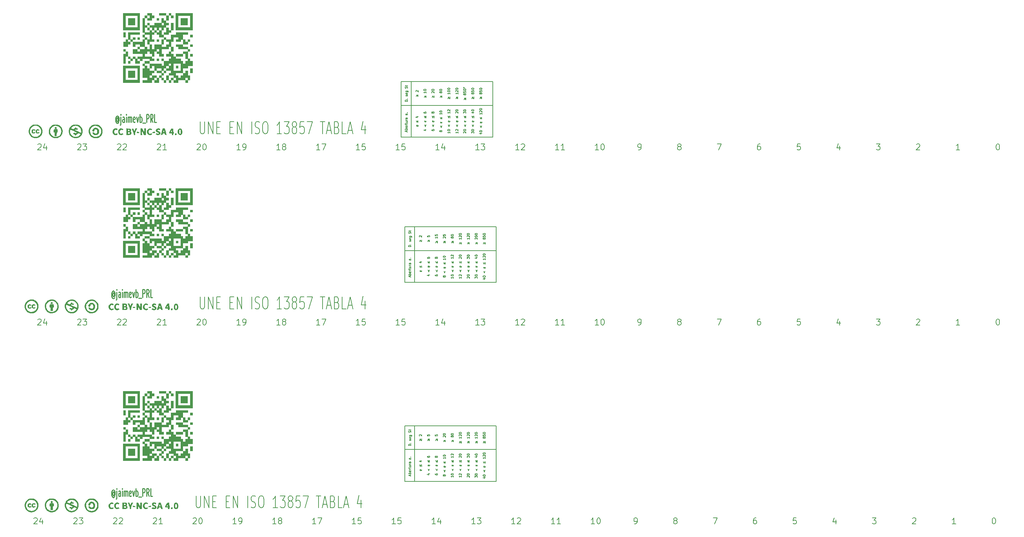
<source format=gto>
G04 #@! TF.GenerationSoftware,KiCad,Pcbnew,7.0.9-dirty*
G04 #@! TF.CreationDate,2024-01-14T20:59:28+01:00*
G04 #@! TF.ProjectId,ranura 13857,72616e75-7261-4203-9133-3835372e6b69,1*
G04 #@! TF.SameCoordinates,Original*
G04 #@! TF.FileFunction,Legend,Top*
G04 #@! TF.FilePolarity,Positive*
%FSLAX46Y46*%
G04 Gerber Fmt 4.6, Leading zero omitted, Abs format (unit mm)*
G04 Created by KiCad (PCBNEW 7.0.9-dirty) date 2024-01-14 20:59:28*
%MOMM*%
%LPD*%
G01*
G04 APERTURE LIST*
%ADD10C,0.250000*%
%ADD11C,0.200000*%
%ADD12C,0.150000*%
G04 APERTURE END LIST*
D10*
X50021615Y-148789857D02*
X49973996Y-148694619D01*
X49973996Y-148694619D02*
X49878758Y-148599380D01*
X49878758Y-148599380D02*
X49783520Y-148599380D01*
X49783520Y-148599380D02*
X49688282Y-148694619D01*
X49688282Y-148694619D02*
X49640663Y-148789857D01*
X49640663Y-148789857D02*
X49593044Y-148980333D01*
X49593044Y-148980333D02*
X49593044Y-149170809D01*
X49593044Y-149170809D02*
X49640663Y-149361285D01*
X49640663Y-149361285D02*
X49688282Y-149456523D01*
X49688282Y-149456523D02*
X49783520Y-149551761D01*
X49783520Y-149551761D02*
X49878758Y-149551761D01*
X49878758Y-149551761D02*
X49973996Y-149456523D01*
X49973996Y-149456523D02*
X50021615Y-149361285D01*
X50021615Y-148599380D02*
X50021615Y-149361285D01*
X50021615Y-149361285D02*
X50069234Y-149456523D01*
X50069234Y-149456523D02*
X50116853Y-149456523D01*
X50116853Y-149456523D02*
X50212092Y-149361285D01*
X50212092Y-149361285D02*
X50259711Y-149170809D01*
X50259711Y-149170809D02*
X50259711Y-148694619D01*
X50259711Y-148694619D02*
X50164473Y-148408904D01*
X50164473Y-148408904D02*
X50021615Y-148218428D01*
X50021615Y-148218428D02*
X49831139Y-148123190D01*
X49831139Y-148123190D02*
X49640663Y-148218428D01*
X49640663Y-148218428D02*
X49497806Y-148408904D01*
X49497806Y-148408904D02*
X49402568Y-148694619D01*
X49402568Y-148694619D02*
X49354949Y-149075571D01*
X49354949Y-149075571D02*
X49402568Y-149456523D01*
X49402568Y-149456523D02*
X49497806Y-149742238D01*
X49497806Y-149742238D02*
X49640663Y-149932714D01*
X49640663Y-149932714D02*
X49831139Y-150027952D01*
X49831139Y-150027952D02*
X50021615Y-149932714D01*
X50021615Y-149932714D02*
X50164473Y-149742238D01*
X50688282Y-148408904D02*
X50688282Y-150123190D01*
X50688282Y-150123190D02*
X50640663Y-150313666D01*
X50640663Y-150313666D02*
X50545425Y-150408904D01*
X50545425Y-150408904D02*
X50497806Y-150408904D01*
X50688282Y-147742238D02*
X50640663Y-147837476D01*
X50640663Y-147837476D02*
X50688282Y-147932714D01*
X50688282Y-147932714D02*
X50735901Y-147837476D01*
X50735901Y-147837476D02*
X50688282Y-147742238D01*
X50688282Y-147742238D02*
X50688282Y-147932714D01*
X51593043Y-149742238D02*
X51593043Y-148694619D01*
X51593043Y-148694619D02*
X51545424Y-148504142D01*
X51545424Y-148504142D02*
X51450186Y-148408904D01*
X51450186Y-148408904D02*
X51259710Y-148408904D01*
X51259710Y-148408904D02*
X51164472Y-148504142D01*
X51593043Y-149647000D02*
X51497805Y-149742238D01*
X51497805Y-149742238D02*
X51259710Y-149742238D01*
X51259710Y-149742238D02*
X51164472Y-149647000D01*
X51164472Y-149647000D02*
X51116853Y-149456523D01*
X51116853Y-149456523D02*
X51116853Y-149266047D01*
X51116853Y-149266047D02*
X51164472Y-149075571D01*
X51164472Y-149075571D02*
X51259710Y-148980333D01*
X51259710Y-148980333D02*
X51497805Y-148980333D01*
X51497805Y-148980333D02*
X51593043Y-148885095D01*
X52069234Y-149742238D02*
X52069234Y-148408904D01*
X52069234Y-147742238D02*
X52021615Y-147837476D01*
X52021615Y-147837476D02*
X52069234Y-147932714D01*
X52069234Y-147932714D02*
X52116853Y-147837476D01*
X52116853Y-147837476D02*
X52069234Y-147742238D01*
X52069234Y-147742238D02*
X52069234Y-147932714D01*
X52545424Y-149742238D02*
X52545424Y-148408904D01*
X52545424Y-148599380D02*
X52593043Y-148504142D01*
X52593043Y-148504142D02*
X52688281Y-148408904D01*
X52688281Y-148408904D02*
X52831138Y-148408904D01*
X52831138Y-148408904D02*
X52926376Y-148504142D01*
X52926376Y-148504142D02*
X52973995Y-148694619D01*
X52973995Y-148694619D02*
X52973995Y-149742238D01*
X52973995Y-148694619D02*
X53021614Y-148504142D01*
X53021614Y-148504142D02*
X53116852Y-148408904D01*
X53116852Y-148408904D02*
X53259709Y-148408904D01*
X53259709Y-148408904D02*
X53354948Y-148504142D01*
X53354948Y-148504142D02*
X53402567Y-148694619D01*
X53402567Y-148694619D02*
X53402567Y-149742238D01*
X54259709Y-149647000D02*
X54164471Y-149742238D01*
X54164471Y-149742238D02*
X53973995Y-149742238D01*
X53973995Y-149742238D02*
X53878757Y-149647000D01*
X53878757Y-149647000D02*
X53831138Y-149456523D01*
X53831138Y-149456523D02*
X53831138Y-148694619D01*
X53831138Y-148694619D02*
X53878757Y-148504142D01*
X53878757Y-148504142D02*
X53973995Y-148408904D01*
X53973995Y-148408904D02*
X54164471Y-148408904D01*
X54164471Y-148408904D02*
X54259709Y-148504142D01*
X54259709Y-148504142D02*
X54307328Y-148694619D01*
X54307328Y-148694619D02*
X54307328Y-148885095D01*
X54307328Y-148885095D02*
X53831138Y-149075571D01*
X54640662Y-148408904D02*
X54878757Y-149742238D01*
X54878757Y-149742238D02*
X55116852Y-148408904D01*
X55497805Y-149742238D02*
X55497805Y-147742238D01*
X55497805Y-148504142D02*
X55593043Y-148408904D01*
X55593043Y-148408904D02*
X55783519Y-148408904D01*
X55783519Y-148408904D02*
X55878757Y-148504142D01*
X55878757Y-148504142D02*
X55926376Y-148599380D01*
X55926376Y-148599380D02*
X55973995Y-148789857D01*
X55973995Y-148789857D02*
X55973995Y-149361285D01*
X55973995Y-149361285D02*
X55926376Y-149551761D01*
X55926376Y-149551761D02*
X55878757Y-149647000D01*
X55878757Y-149647000D02*
X55783519Y-149742238D01*
X55783519Y-149742238D02*
X55593043Y-149742238D01*
X55593043Y-149742238D02*
X55497805Y-149647000D01*
X56164472Y-149932714D02*
X56926376Y-149932714D01*
X57164472Y-149742238D02*
X57164472Y-147742238D01*
X57164472Y-147742238D02*
X57545424Y-147742238D01*
X57545424Y-147742238D02*
X57640662Y-147837476D01*
X57640662Y-147837476D02*
X57688281Y-147932714D01*
X57688281Y-147932714D02*
X57735900Y-148123190D01*
X57735900Y-148123190D02*
X57735900Y-148408904D01*
X57735900Y-148408904D02*
X57688281Y-148599380D01*
X57688281Y-148599380D02*
X57640662Y-148694619D01*
X57640662Y-148694619D02*
X57545424Y-148789857D01*
X57545424Y-148789857D02*
X57164472Y-148789857D01*
X58735900Y-149742238D02*
X58402567Y-148789857D01*
X58164472Y-149742238D02*
X58164472Y-147742238D01*
X58164472Y-147742238D02*
X58545424Y-147742238D01*
X58545424Y-147742238D02*
X58640662Y-147837476D01*
X58640662Y-147837476D02*
X58688281Y-147932714D01*
X58688281Y-147932714D02*
X58735900Y-148123190D01*
X58735900Y-148123190D02*
X58735900Y-148408904D01*
X58735900Y-148408904D02*
X58688281Y-148599380D01*
X58688281Y-148599380D02*
X58640662Y-148694619D01*
X58640662Y-148694619D02*
X58545424Y-148789857D01*
X58545424Y-148789857D02*
X58164472Y-148789857D01*
X59640662Y-149742238D02*
X59164472Y-149742238D01*
X59164472Y-149742238D02*
X59164472Y-147742238D01*
X51021615Y-54789857D02*
X50973996Y-54694619D01*
X50973996Y-54694619D02*
X50878758Y-54599380D01*
X50878758Y-54599380D02*
X50783520Y-54599380D01*
X50783520Y-54599380D02*
X50688282Y-54694619D01*
X50688282Y-54694619D02*
X50640663Y-54789857D01*
X50640663Y-54789857D02*
X50593044Y-54980333D01*
X50593044Y-54980333D02*
X50593044Y-55170809D01*
X50593044Y-55170809D02*
X50640663Y-55361285D01*
X50640663Y-55361285D02*
X50688282Y-55456523D01*
X50688282Y-55456523D02*
X50783520Y-55551761D01*
X50783520Y-55551761D02*
X50878758Y-55551761D01*
X50878758Y-55551761D02*
X50973996Y-55456523D01*
X50973996Y-55456523D02*
X51021615Y-55361285D01*
X51021615Y-54599380D02*
X51021615Y-55361285D01*
X51021615Y-55361285D02*
X51069234Y-55456523D01*
X51069234Y-55456523D02*
X51116853Y-55456523D01*
X51116853Y-55456523D02*
X51212092Y-55361285D01*
X51212092Y-55361285D02*
X51259711Y-55170809D01*
X51259711Y-55170809D02*
X51259711Y-54694619D01*
X51259711Y-54694619D02*
X51164473Y-54408904D01*
X51164473Y-54408904D02*
X51021615Y-54218428D01*
X51021615Y-54218428D02*
X50831139Y-54123190D01*
X50831139Y-54123190D02*
X50640663Y-54218428D01*
X50640663Y-54218428D02*
X50497806Y-54408904D01*
X50497806Y-54408904D02*
X50402568Y-54694619D01*
X50402568Y-54694619D02*
X50354949Y-55075571D01*
X50354949Y-55075571D02*
X50402568Y-55456523D01*
X50402568Y-55456523D02*
X50497806Y-55742238D01*
X50497806Y-55742238D02*
X50640663Y-55932714D01*
X50640663Y-55932714D02*
X50831139Y-56027952D01*
X50831139Y-56027952D02*
X51021615Y-55932714D01*
X51021615Y-55932714D02*
X51164473Y-55742238D01*
X51688282Y-54408904D02*
X51688282Y-56123190D01*
X51688282Y-56123190D02*
X51640663Y-56313666D01*
X51640663Y-56313666D02*
X51545425Y-56408904D01*
X51545425Y-56408904D02*
X51497806Y-56408904D01*
X51688282Y-53742238D02*
X51640663Y-53837476D01*
X51640663Y-53837476D02*
X51688282Y-53932714D01*
X51688282Y-53932714D02*
X51735901Y-53837476D01*
X51735901Y-53837476D02*
X51688282Y-53742238D01*
X51688282Y-53742238D02*
X51688282Y-53932714D01*
X52593043Y-55742238D02*
X52593043Y-54694619D01*
X52593043Y-54694619D02*
X52545424Y-54504142D01*
X52545424Y-54504142D02*
X52450186Y-54408904D01*
X52450186Y-54408904D02*
X52259710Y-54408904D01*
X52259710Y-54408904D02*
X52164472Y-54504142D01*
X52593043Y-55647000D02*
X52497805Y-55742238D01*
X52497805Y-55742238D02*
X52259710Y-55742238D01*
X52259710Y-55742238D02*
X52164472Y-55647000D01*
X52164472Y-55647000D02*
X52116853Y-55456523D01*
X52116853Y-55456523D02*
X52116853Y-55266047D01*
X52116853Y-55266047D02*
X52164472Y-55075571D01*
X52164472Y-55075571D02*
X52259710Y-54980333D01*
X52259710Y-54980333D02*
X52497805Y-54980333D01*
X52497805Y-54980333D02*
X52593043Y-54885095D01*
X53069234Y-55742238D02*
X53069234Y-54408904D01*
X53069234Y-53742238D02*
X53021615Y-53837476D01*
X53021615Y-53837476D02*
X53069234Y-53932714D01*
X53069234Y-53932714D02*
X53116853Y-53837476D01*
X53116853Y-53837476D02*
X53069234Y-53742238D01*
X53069234Y-53742238D02*
X53069234Y-53932714D01*
X53545424Y-55742238D02*
X53545424Y-54408904D01*
X53545424Y-54599380D02*
X53593043Y-54504142D01*
X53593043Y-54504142D02*
X53688281Y-54408904D01*
X53688281Y-54408904D02*
X53831138Y-54408904D01*
X53831138Y-54408904D02*
X53926376Y-54504142D01*
X53926376Y-54504142D02*
X53973995Y-54694619D01*
X53973995Y-54694619D02*
X53973995Y-55742238D01*
X53973995Y-54694619D02*
X54021614Y-54504142D01*
X54021614Y-54504142D02*
X54116852Y-54408904D01*
X54116852Y-54408904D02*
X54259709Y-54408904D01*
X54259709Y-54408904D02*
X54354948Y-54504142D01*
X54354948Y-54504142D02*
X54402567Y-54694619D01*
X54402567Y-54694619D02*
X54402567Y-55742238D01*
X55259709Y-55647000D02*
X55164471Y-55742238D01*
X55164471Y-55742238D02*
X54973995Y-55742238D01*
X54973995Y-55742238D02*
X54878757Y-55647000D01*
X54878757Y-55647000D02*
X54831138Y-55456523D01*
X54831138Y-55456523D02*
X54831138Y-54694619D01*
X54831138Y-54694619D02*
X54878757Y-54504142D01*
X54878757Y-54504142D02*
X54973995Y-54408904D01*
X54973995Y-54408904D02*
X55164471Y-54408904D01*
X55164471Y-54408904D02*
X55259709Y-54504142D01*
X55259709Y-54504142D02*
X55307328Y-54694619D01*
X55307328Y-54694619D02*
X55307328Y-54885095D01*
X55307328Y-54885095D02*
X54831138Y-55075571D01*
X55640662Y-54408904D02*
X55878757Y-55742238D01*
X55878757Y-55742238D02*
X56116852Y-54408904D01*
X56497805Y-55742238D02*
X56497805Y-53742238D01*
X56497805Y-54504142D02*
X56593043Y-54408904D01*
X56593043Y-54408904D02*
X56783519Y-54408904D01*
X56783519Y-54408904D02*
X56878757Y-54504142D01*
X56878757Y-54504142D02*
X56926376Y-54599380D01*
X56926376Y-54599380D02*
X56973995Y-54789857D01*
X56973995Y-54789857D02*
X56973995Y-55361285D01*
X56973995Y-55361285D02*
X56926376Y-55551761D01*
X56926376Y-55551761D02*
X56878757Y-55647000D01*
X56878757Y-55647000D02*
X56783519Y-55742238D01*
X56783519Y-55742238D02*
X56593043Y-55742238D01*
X56593043Y-55742238D02*
X56497805Y-55647000D01*
X57164472Y-55932714D02*
X57926376Y-55932714D01*
X58164472Y-55742238D02*
X58164472Y-53742238D01*
X58164472Y-53742238D02*
X58545424Y-53742238D01*
X58545424Y-53742238D02*
X58640662Y-53837476D01*
X58640662Y-53837476D02*
X58688281Y-53932714D01*
X58688281Y-53932714D02*
X58735900Y-54123190D01*
X58735900Y-54123190D02*
X58735900Y-54408904D01*
X58735900Y-54408904D02*
X58688281Y-54599380D01*
X58688281Y-54599380D02*
X58640662Y-54694619D01*
X58640662Y-54694619D02*
X58545424Y-54789857D01*
X58545424Y-54789857D02*
X58164472Y-54789857D01*
X59735900Y-55742238D02*
X59402567Y-54789857D01*
X59164472Y-55742238D02*
X59164472Y-53742238D01*
X59164472Y-53742238D02*
X59545424Y-53742238D01*
X59545424Y-53742238D02*
X59640662Y-53837476D01*
X59640662Y-53837476D02*
X59688281Y-53932714D01*
X59688281Y-53932714D02*
X59735900Y-54123190D01*
X59735900Y-54123190D02*
X59735900Y-54408904D01*
X59735900Y-54408904D02*
X59688281Y-54599380D01*
X59688281Y-54599380D02*
X59640662Y-54694619D01*
X59640662Y-54694619D02*
X59545424Y-54789857D01*
X59545424Y-54789857D02*
X59164472Y-54789857D01*
X60640662Y-55742238D02*
X60164472Y-55742238D01*
X60164472Y-55742238D02*
X60164472Y-53742238D01*
X50021615Y-98789857D02*
X49973996Y-98694619D01*
X49973996Y-98694619D02*
X49878758Y-98599380D01*
X49878758Y-98599380D02*
X49783520Y-98599380D01*
X49783520Y-98599380D02*
X49688282Y-98694619D01*
X49688282Y-98694619D02*
X49640663Y-98789857D01*
X49640663Y-98789857D02*
X49593044Y-98980333D01*
X49593044Y-98980333D02*
X49593044Y-99170809D01*
X49593044Y-99170809D02*
X49640663Y-99361285D01*
X49640663Y-99361285D02*
X49688282Y-99456523D01*
X49688282Y-99456523D02*
X49783520Y-99551761D01*
X49783520Y-99551761D02*
X49878758Y-99551761D01*
X49878758Y-99551761D02*
X49973996Y-99456523D01*
X49973996Y-99456523D02*
X50021615Y-99361285D01*
X50021615Y-98599380D02*
X50021615Y-99361285D01*
X50021615Y-99361285D02*
X50069234Y-99456523D01*
X50069234Y-99456523D02*
X50116853Y-99456523D01*
X50116853Y-99456523D02*
X50212092Y-99361285D01*
X50212092Y-99361285D02*
X50259711Y-99170809D01*
X50259711Y-99170809D02*
X50259711Y-98694619D01*
X50259711Y-98694619D02*
X50164473Y-98408904D01*
X50164473Y-98408904D02*
X50021615Y-98218428D01*
X50021615Y-98218428D02*
X49831139Y-98123190D01*
X49831139Y-98123190D02*
X49640663Y-98218428D01*
X49640663Y-98218428D02*
X49497806Y-98408904D01*
X49497806Y-98408904D02*
X49402568Y-98694619D01*
X49402568Y-98694619D02*
X49354949Y-99075571D01*
X49354949Y-99075571D02*
X49402568Y-99456523D01*
X49402568Y-99456523D02*
X49497806Y-99742238D01*
X49497806Y-99742238D02*
X49640663Y-99932714D01*
X49640663Y-99932714D02*
X49831139Y-100027952D01*
X49831139Y-100027952D02*
X50021615Y-99932714D01*
X50021615Y-99932714D02*
X50164473Y-99742238D01*
X50688282Y-98408904D02*
X50688282Y-100123190D01*
X50688282Y-100123190D02*
X50640663Y-100313666D01*
X50640663Y-100313666D02*
X50545425Y-100408904D01*
X50545425Y-100408904D02*
X50497806Y-100408904D01*
X50688282Y-97742238D02*
X50640663Y-97837476D01*
X50640663Y-97837476D02*
X50688282Y-97932714D01*
X50688282Y-97932714D02*
X50735901Y-97837476D01*
X50735901Y-97837476D02*
X50688282Y-97742238D01*
X50688282Y-97742238D02*
X50688282Y-97932714D01*
X51593043Y-99742238D02*
X51593043Y-98694619D01*
X51593043Y-98694619D02*
X51545424Y-98504142D01*
X51545424Y-98504142D02*
X51450186Y-98408904D01*
X51450186Y-98408904D02*
X51259710Y-98408904D01*
X51259710Y-98408904D02*
X51164472Y-98504142D01*
X51593043Y-99647000D02*
X51497805Y-99742238D01*
X51497805Y-99742238D02*
X51259710Y-99742238D01*
X51259710Y-99742238D02*
X51164472Y-99647000D01*
X51164472Y-99647000D02*
X51116853Y-99456523D01*
X51116853Y-99456523D02*
X51116853Y-99266047D01*
X51116853Y-99266047D02*
X51164472Y-99075571D01*
X51164472Y-99075571D02*
X51259710Y-98980333D01*
X51259710Y-98980333D02*
X51497805Y-98980333D01*
X51497805Y-98980333D02*
X51593043Y-98885095D01*
X52069234Y-99742238D02*
X52069234Y-98408904D01*
X52069234Y-97742238D02*
X52021615Y-97837476D01*
X52021615Y-97837476D02*
X52069234Y-97932714D01*
X52069234Y-97932714D02*
X52116853Y-97837476D01*
X52116853Y-97837476D02*
X52069234Y-97742238D01*
X52069234Y-97742238D02*
X52069234Y-97932714D01*
X52545424Y-99742238D02*
X52545424Y-98408904D01*
X52545424Y-98599380D02*
X52593043Y-98504142D01*
X52593043Y-98504142D02*
X52688281Y-98408904D01*
X52688281Y-98408904D02*
X52831138Y-98408904D01*
X52831138Y-98408904D02*
X52926376Y-98504142D01*
X52926376Y-98504142D02*
X52973995Y-98694619D01*
X52973995Y-98694619D02*
X52973995Y-99742238D01*
X52973995Y-98694619D02*
X53021614Y-98504142D01*
X53021614Y-98504142D02*
X53116852Y-98408904D01*
X53116852Y-98408904D02*
X53259709Y-98408904D01*
X53259709Y-98408904D02*
X53354948Y-98504142D01*
X53354948Y-98504142D02*
X53402567Y-98694619D01*
X53402567Y-98694619D02*
X53402567Y-99742238D01*
X54259709Y-99647000D02*
X54164471Y-99742238D01*
X54164471Y-99742238D02*
X53973995Y-99742238D01*
X53973995Y-99742238D02*
X53878757Y-99647000D01*
X53878757Y-99647000D02*
X53831138Y-99456523D01*
X53831138Y-99456523D02*
X53831138Y-98694619D01*
X53831138Y-98694619D02*
X53878757Y-98504142D01*
X53878757Y-98504142D02*
X53973995Y-98408904D01*
X53973995Y-98408904D02*
X54164471Y-98408904D01*
X54164471Y-98408904D02*
X54259709Y-98504142D01*
X54259709Y-98504142D02*
X54307328Y-98694619D01*
X54307328Y-98694619D02*
X54307328Y-98885095D01*
X54307328Y-98885095D02*
X53831138Y-99075571D01*
X54640662Y-98408904D02*
X54878757Y-99742238D01*
X54878757Y-99742238D02*
X55116852Y-98408904D01*
X55497805Y-99742238D02*
X55497805Y-97742238D01*
X55497805Y-98504142D02*
X55593043Y-98408904D01*
X55593043Y-98408904D02*
X55783519Y-98408904D01*
X55783519Y-98408904D02*
X55878757Y-98504142D01*
X55878757Y-98504142D02*
X55926376Y-98599380D01*
X55926376Y-98599380D02*
X55973995Y-98789857D01*
X55973995Y-98789857D02*
X55973995Y-99361285D01*
X55973995Y-99361285D02*
X55926376Y-99551761D01*
X55926376Y-99551761D02*
X55878757Y-99647000D01*
X55878757Y-99647000D02*
X55783519Y-99742238D01*
X55783519Y-99742238D02*
X55593043Y-99742238D01*
X55593043Y-99742238D02*
X55497805Y-99647000D01*
X56164472Y-99932714D02*
X56926376Y-99932714D01*
X57164472Y-99742238D02*
X57164472Y-97742238D01*
X57164472Y-97742238D02*
X57545424Y-97742238D01*
X57545424Y-97742238D02*
X57640662Y-97837476D01*
X57640662Y-97837476D02*
X57688281Y-97932714D01*
X57688281Y-97932714D02*
X57735900Y-98123190D01*
X57735900Y-98123190D02*
X57735900Y-98408904D01*
X57735900Y-98408904D02*
X57688281Y-98599380D01*
X57688281Y-98599380D02*
X57640662Y-98694619D01*
X57640662Y-98694619D02*
X57545424Y-98789857D01*
X57545424Y-98789857D02*
X57164472Y-98789857D01*
X58735900Y-99742238D02*
X58402567Y-98789857D01*
X58164472Y-99742238D02*
X58164472Y-97742238D01*
X58164472Y-97742238D02*
X58545424Y-97742238D01*
X58545424Y-97742238D02*
X58640662Y-97837476D01*
X58640662Y-97837476D02*
X58688281Y-97932714D01*
X58688281Y-97932714D02*
X58735900Y-98123190D01*
X58735900Y-98123190D02*
X58735900Y-98408904D01*
X58735900Y-98408904D02*
X58688281Y-98599380D01*
X58688281Y-98599380D02*
X58640662Y-98694619D01*
X58640662Y-98694619D02*
X58545424Y-98789857D01*
X58545424Y-98789857D02*
X58164472Y-98789857D01*
X59640662Y-99742238D02*
X59164472Y-99742238D01*
X59164472Y-99742238D02*
X59164472Y-97742238D01*
D11*
X123000000Y-96000000D02*
X146000000Y-96000000D01*
X146000000Y-146000000D02*
X146000000Y-146000000D01*
X123000000Y-146000000D02*
X123000000Y-132000000D01*
X146000000Y-96000000D02*
X146000000Y-82000000D01*
X146000000Y-138000000D02*
X123000000Y-138000000D01*
X145123569Y-59494646D02*
X145123569Y-59494646D01*
X123000000Y-88000000D02*
X123000000Y-88000000D01*
X122123569Y-59494646D02*
X122123569Y-45494646D01*
X123000000Y-132000000D02*
X146000000Y-132000000D01*
X124623569Y-45494646D02*
X124623569Y-59494646D01*
X123000000Y-82000000D02*
X146000000Y-82000000D01*
X122123569Y-59494646D02*
X145123569Y-59494646D01*
X146000000Y-146000000D02*
X146000000Y-132000000D01*
X146000000Y-96000000D02*
X146000000Y-96000000D01*
X146000000Y-88000000D02*
X123000000Y-88000000D01*
X145123569Y-59494646D02*
X145123569Y-45494646D01*
X122123569Y-45494646D02*
X145123569Y-45494646D01*
X122123569Y-51494646D02*
X122123569Y-51494646D01*
X125500000Y-132000000D02*
X125500000Y-146000000D01*
X123000000Y-96000000D02*
X123000000Y-82000000D01*
X123000000Y-146000000D02*
X146000000Y-146000000D01*
X145123569Y-51494646D02*
X122123569Y-51494646D01*
X123000000Y-138000000D02*
X123000000Y-138000000D01*
X125500000Y-82000000D02*
X125500000Y-96000000D01*
D12*
X130714286Y-156686128D02*
X129857143Y-156686128D01*
X130285714Y-156686128D02*
X130285714Y-155186128D01*
X130285714Y-155186128D02*
X130142857Y-155400414D01*
X130142857Y-155400414D02*
X130000000Y-155543271D01*
X130000000Y-155543271D02*
X129857143Y-155614700D01*
X132000000Y-155686128D02*
X132000000Y-156686128D01*
X131642857Y-155114700D02*
X131285714Y-156186128D01*
X131285714Y-156186128D02*
X132214285Y-156186128D01*
X160714286Y-156686128D02*
X159857143Y-156686128D01*
X160285714Y-156686128D02*
X160285714Y-155186128D01*
X160285714Y-155186128D02*
X160142857Y-155400414D01*
X160142857Y-155400414D02*
X160000000Y-155543271D01*
X160000000Y-155543271D02*
X159857143Y-155614700D01*
X162142857Y-156686128D02*
X161285714Y-156686128D01*
X161714285Y-156686128D02*
X161714285Y-155186128D01*
X161714285Y-155186128D02*
X161571428Y-155400414D01*
X161571428Y-155400414D02*
X161428571Y-155543271D01*
X161428571Y-155543271D02*
X161285714Y-155614700D01*
X161714286Y-62686128D02*
X160857143Y-62686128D01*
X161285714Y-62686128D02*
X161285714Y-61186128D01*
X161285714Y-61186128D02*
X161142857Y-61400414D01*
X161142857Y-61400414D02*
X161000000Y-61543271D01*
X161000000Y-61543271D02*
X160857143Y-61614700D01*
X163142857Y-62686128D02*
X162285714Y-62686128D01*
X162714285Y-62686128D02*
X162714285Y-61186128D01*
X162714285Y-61186128D02*
X162571428Y-61400414D01*
X162571428Y-61400414D02*
X162428571Y-61543271D01*
X162428571Y-61543271D02*
X162285714Y-61614700D01*
X221357143Y-155186128D02*
X220642857Y-155186128D01*
X220642857Y-155186128D02*
X220571429Y-155900414D01*
X220571429Y-155900414D02*
X220642857Y-155828985D01*
X220642857Y-155828985D02*
X220785715Y-155757557D01*
X220785715Y-155757557D02*
X221142857Y-155757557D01*
X221142857Y-155757557D02*
X221285715Y-155828985D01*
X221285715Y-155828985D02*
X221357143Y-155900414D01*
X221357143Y-155900414D02*
X221428572Y-156043271D01*
X221428572Y-156043271D02*
X221428572Y-156400414D01*
X221428572Y-156400414D02*
X221357143Y-156543271D01*
X221357143Y-156543271D02*
X221285715Y-156614700D01*
X221285715Y-156614700D02*
X221142857Y-156686128D01*
X221142857Y-156686128D02*
X220785715Y-156686128D01*
X220785715Y-156686128D02*
X220642857Y-156614700D01*
X220642857Y-156614700D02*
X220571429Y-156543271D01*
X101714286Y-106686128D02*
X100857143Y-106686128D01*
X101285714Y-106686128D02*
X101285714Y-105186128D01*
X101285714Y-105186128D02*
X101142857Y-105400414D01*
X101142857Y-105400414D02*
X101000000Y-105543271D01*
X101000000Y-105543271D02*
X100857143Y-105614700D01*
X102214285Y-105186128D02*
X103214285Y-105186128D01*
X103214285Y-105186128D02*
X102571428Y-106686128D01*
X212285715Y-61186128D02*
X212000000Y-61186128D01*
X212000000Y-61186128D02*
X211857143Y-61257557D01*
X211857143Y-61257557D02*
X211785715Y-61328985D01*
X211785715Y-61328985D02*
X211642857Y-61543271D01*
X211642857Y-61543271D02*
X211571429Y-61828985D01*
X211571429Y-61828985D02*
X211571429Y-62400414D01*
X211571429Y-62400414D02*
X211642857Y-62543271D01*
X211642857Y-62543271D02*
X211714286Y-62614700D01*
X211714286Y-62614700D02*
X211857143Y-62686128D01*
X211857143Y-62686128D02*
X212142857Y-62686128D01*
X212142857Y-62686128D02*
X212285715Y-62614700D01*
X212285715Y-62614700D02*
X212357143Y-62543271D01*
X212357143Y-62543271D02*
X212428572Y-62400414D01*
X212428572Y-62400414D02*
X212428572Y-62043271D01*
X212428572Y-62043271D02*
X212357143Y-61900414D01*
X212357143Y-61900414D02*
X212285715Y-61828985D01*
X212285715Y-61828985D02*
X212142857Y-61757557D01*
X212142857Y-61757557D02*
X211857143Y-61757557D01*
X211857143Y-61757557D02*
X211714286Y-61828985D01*
X211714286Y-61828985D02*
X211642857Y-61900414D01*
X211642857Y-61900414D02*
X211571429Y-62043271D01*
X81714286Y-106686128D02*
X80857143Y-106686128D01*
X81285714Y-106686128D02*
X81285714Y-105186128D01*
X81285714Y-105186128D02*
X81142857Y-105400414D01*
X81142857Y-105400414D02*
X81000000Y-105543271D01*
X81000000Y-105543271D02*
X80857143Y-105614700D01*
X82428571Y-106686128D02*
X82714285Y-106686128D01*
X82714285Y-106686128D02*
X82857142Y-106614700D01*
X82857142Y-106614700D02*
X82928571Y-106543271D01*
X82928571Y-106543271D02*
X83071428Y-106328985D01*
X83071428Y-106328985D02*
X83142857Y-106043271D01*
X83142857Y-106043271D02*
X83142857Y-105471842D01*
X83142857Y-105471842D02*
X83071428Y-105328985D01*
X83071428Y-105328985D02*
X83000000Y-105257557D01*
X83000000Y-105257557D02*
X82857142Y-105186128D01*
X82857142Y-105186128D02*
X82571428Y-105186128D01*
X82571428Y-105186128D02*
X82428571Y-105257557D01*
X82428571Y-105257557D02*
X82357142Y-105328985D01*
X82357142Y-105328985D02*
X82285714Y-105471842D01*
X82285714Y-105471842D02*
X82285714Y-105828985D01*
X82285714Y-105828985D02*
X82357142Y-105971842D01*
X82357142Y-105971842D02*
X82428571Y-106043271D01*
X82428571Y-106043271D02*
X82571428Y-106114700D01*
X82571428Y-106114700D02*
X82857142Y-106114700D01*
X82857142Y-106114700D02*
X83000000Y-106043271D01*
X83000000Y-106043271D02*
X83071428Y-105971842D01*
X83071428Y-105971842D02*
X83142857Y-105828985D01*
X129241200Y-85742856D02*
X129241200Y-85285714D01*
X129126914Y-85742856D02*
X128955485Y-85285714D01*
X128955485Y-85285714D02*
X128784057Y-85742856D01*
X128669771Y-84257142D02*
X128669771Y-84542856D01*
X128669771Y-84542856D02*
X128955485Y-84571428D01*
X128955485Y-84571428D02*
X128926914Y-84542856D01*
X128926914Y-84542856D02*
X128898342Y-84485714D01*
X128898342Y-84485714D02*
X128898342Y-84342856D01*
X128898342Y-84342856D02*
X128926914Y-84285714D01*
X128926914Y-84285714D02*
X128955485Y-84257142D01*
X128955485Y-84257142D02*
X129012628Y-84228571D01*
X129012628Y-84228571D02*
X129155485Y-84228571D01*
X129155485Y-84228571D02*
X129212628Y-84257142D01*
X129212628Y-84257142D02*
X129241200Y-84285714D01*
X129241200Y-84285714D02*
X129269771Y-84342856D01*
X129269771Y-84342856D02*
X129269771Y-84485714D01*
X129269771Y-84485714D02*
X129241200Y-84542856D01*
X129241200Y-84542856D02*
X129212628Y-84571428D01*
X141714286Y-62686128D02*
X140857143Y-62686128D01*
X141285714Y-62686128D02*
X141285714Y-61186128D01*
X141285714Y-61186128D02*
X141142857Y-61400414D01*
X141142857Y-61400414D02*
X141000000Y-61543271D01*
X141000000Y-61543271D02*
X140857143Y-61614700D01*
X142214285Y-61186128D02*
X143142857Y-61186128D01*
X143142857Y-61186128D02*
X142642857Y-61757557D01*
X142642857Y-61757557D02*
X142857142Y-61757557D01*
X142857142Y-61757557D02*
X143000000Y-61828985D01*
X143000000Y-61828985D02*
X143071428Y-61900414D01*
X143071428Y-61900414D02*
X143142857Y-62043271D01*
X143142857Y-62043271D02*
X143142857Y-62400414D01*
X143142857Y-62400414D02*
X143071428Y-62543271D01*
X143071428Y-62543271D02*
X143000000Y-62614700D01*
X143000000Y-62614700D02*
X142857142Y-62686128D01*
X142857142Y-62686128D02*
X142428571Y-62686128D01*
X142428571Y-62686128D02*
X142285714Y-62614700D01*
X142285714Y-62614700D02*
X142214285Y-62543271D01*
X271928572Y-105186128D02*
X272071429Y-105186128D01*
X272071429Y-105186128D02*
X272214286Y-105257557D01*
X272214286Y-105257557D02*
X272285715Y-105328985D01*
X272285715Y-105328985D02*
X272357143Y-105471842D01*
X272357143Y-105471842D02*
X272428572Y-105757557D01*
X272428572Y-105757557D02*
X272428572Y-106114700D01*
X272428572Y-106114700D02*
X272357143Y-106400414D01*
X272357143Y-106400414D02*
X272285715Y-106543271D01*
X272285715Y-106543271D02*
X272214286Y-106614700D01*
X272214286Y-106614700D02*
X272071429Y-106686128D01*
X272071429Y-106686128D02*
X271928572Y-106686128D01*
X271928572Y-106686128D02*
X271785715Y-106614700D01*
X271785715Y-106614700D02*
X271714286Y-106543271D01*
X271714286Y-106543271D02*
X271642857Y-106400414D01*
X271642857Y-106400414D02*
X271571429Y-106114700D01*
X271571429Y-106114700D02*
X271571429Y-105757557D01*
X271571429Y-105757557D02*
X271642857Y-105471842D01*
X271642857Y-105471842D02*
X271714286Y-105328985D01*
X271714286Y-105328985D02*
X271785715Y-105257557D01*
X271785715Y-105257557D02*
X271928572Y-105186128D01*
X69857143Y-155328985D02*
X69928571Y-155257557D01*
X69928571Y-155257557D02*
X70071429Y-155186128D01*
X70071429Y-155186128D02*
X70428571Y-155186128D01*
X70428571Y-155186128D02*
X70571429Y-155257557D01*
X70571429Y-155257557D02*
X70642857Y-155328985D01*
X70642857Y-155328985D02*
X70714286Y-155471842D01*
X70714286Y-155471842D02*
X70714286Y-155614700D01*
X70714286Y-155614700D02*
X70642857Y-155828985D01*
X70642857Y-155828985D02*
X69785714Y-156686128D01*
X69785714Y-156686128D02*
X70714286Y-156686128D01*
X71642857Y-155186128D02*
X71785714Y-155186128D01*
X71785714Y-155186128D02*
X71928571Y-155257557D01*
X71928571Y-155257557D02*
X72000000Y-155328985D01*
X72000000Y-155328985D02*
X72071428Y-155471842D01*
X72071428Y-155471842D02*
X72142857Y-155757557D01*
X72142857Y-155757557D02*
X72142857Y-156114700D01*
X72142857Y-156114700D02*
X72071428Y-156400414D01*
X72071428Y-156400414D02*
X72000000Y-156543271D01*
X72000000Y-156543271D02*
X71928571Y-156614700D01*
X71928571Y-156614700D02*
X71785714Y-156686128D01*
X71785714Y-156686128D02*
X71642857Y-156686128D01*
X71642857Y-156686128D02*
X71500000Y-156614700D01*
X71500000Y-156614700D02*
X71428571Y-156543271D01*
X71428571Y-156543271D02*
X71357142Y-156400414D01*
X71357142Y-156400414D02*
X71285714Y-156114700D01*
X71285714Y-156114700D02*
X71285714Y-155757557D01*
X71285714Y-155757557D02*
X71357142Y-155471842D01*
X71357142Y-155471842D02*
X71428571Y-155328985D01*
X71428571Y-155328985D02*
X71500000Y-155257557D01*
X71500000Y-155257557D02*
X71642857Y-155186128D01*
X90714286Y-156686128D02*
X89857143Y-156686128D01*
X90285714Y-156686128D02*
X90285714Y-155186128D01*
X90285714Y-155186128D02*
X90142857Y-155400414D01*
X90142857Y-155400414D02*
X90000000Y-155543271D01*
X90000000Y-155543271D02*
X89857143Y-155614700D01*
X91571428Y-155828985D02*
X91428571Y-155757557D01*
X91428571Y-155757557D02*
X91357142Y-155686128D01*
X91357142Y-155686128D02*
X91285714Y-155543271D01*
X91285714Y-155543271D02*
X91285714Y-155471842D01*
X91285714Y-155471842D02*
X91357142Y-155328985D01*
X91357142Y-155328985D02*
X91428571Y-155257557D01*
X91428571Y-155257557D02*
X91571428Y-155186128D01*
X91571428Y-155186128D02*
X91857142Y-155186128D01*
X91857142Y-155186128D02*
X92000000Y-155257557D01*
X92000000Y-155257557D02*
X92071428Y-155328985D01*
X92071428Y-155328985D02*
X92142857Y-155471842D01*
X92142857Y-155471842D02*
X92142857Y-155543271D01*
X92142857Y-155543271D02*
X92071428Y-155686128D01*
X92071428Y-155686128D02*
X92000000Y-155757557D01*
X92000000Y-155757557D02*
X91857142Y-155828985D01*
X91857142Y-155828985D02*
X91571428Y-155828985D01*
X91571428Y-155828985D02*
X91428571Y-155900414D01*
X91428571Y-155900414D02*
X91357142Y-155971842D01*
X91357142Y-155971842D02*
X91285714Y-156114700D01*
X91285714Y-156114700D02*
X91285714Y-156400414D01*
X91285714Y-156400414D02*
X91357142Y-156543271D01*
X91357142Y-156543271D02*
X91428571Y-156614700D01*
X91428571Y-156614700D02*
X91571428Y-156686128D01*
X91571428Y-156686128D02*
X91857142Y-156686128D01*
X91857142Y-156686128D02*
X92000000Y-156614700D01*
X92000000Y-156614700D02*
X92071428Y-156543271D01*
X92071428Y-156543271D02*
X92142857Y-156400414D01*
X92142857Y-156400414D02*
X92142857Y-156114700D01*
X92142857Y-156114700D02*
X92071428Y-155971842D01*
X92071428Y-155971842D02*
X92000000Y-155900414D01*
X92000000Y-155900414D02*
X91857142Y-155828985D01*
X128364769Y-49523217D02*
X128364769Y-49066075D01*
X128250483Y-49523217D02*
X128079054Y-49066075D01*
X128079054Y-49066075D02*
X127907626Y-49523217D01*
X128393340Y-48008932D02*
X128393340Y-48351789D01*
X128393340Y-48180360D02*
X127793340Y-48180360D01*
X127793340Y-48180360D02*
X127879054Y-48237503D01*
X127879054Y-48237503D02*
X127936197Y-48294646D01*
X127936197Y-48294646D02*
X127964769Y-48351789D01*
X127793340Y-47637503D02*
X127793340Y-47580360D01*
X127793340Y-47580360D02*
X127821911Y-47523217D01*
X127821911Y-47523217D02*
X127850483Y-47494646D01*
X127850483Y-47494646D02*
X127907626Y-47466074D01*
X127907626Y-47466074D02*
X128021911Y-47437503D01*
X128021911Y-47437503D02*
X128164769Y-47437503D01*
X128164769Y-47437503D02*
X128279054Y-47466074D01*
X128279054Y-47466074D02*
X128336197Y-47494646D01*
X128336197Y-47494646D02*
X128364769Y-47523217D01*
X128364769Y-47523217D02*
X128393340Y-47580360D01*
X128393340Y-47580360D02*
X128393340Y-47637503D01*
X128393340Y-47637503D02*
X128364769Y-47694646D01*
X128364769Y-47694646D02*
X128336197Y-47723217D01*
X128336197Y-47723217D02*
X128279054Y-47751788D01*
X128279054Y-47751788D02*
X128164769Y-47780360D01*
X128164769Y-47780360D02*
X128021911Y-47780360D01*
X128021911Y-47780360D02*
X127907626Y-47751788D01*
X127907626Y-47751788D02*
X127850483Y-47723217D01*
X127850483Y-47723217D02*
X127821911Y-47694646D01*
X127821911Y-47694646D02*
X127793340Y-47637503D01*
X142869771Y-144942858D02*
X143269771Y-144942858D01*
X142641200Y-145085715D02*
X143069771Y-145228572D01*
X143069771Y-145228572D02*
X143069771Y-144857143D01*
X142669771Y-144514286D02*
X142669771Y-144457143D01*
X142669771Y-144457143D02*
X142698342Y-144400000D01*
X142698342Y-144400000D02*
X142726914Y-144371429D01*
X142726914Y-144371429D02*
X142784057Y-144342857D01*
X142784057Y-144342857D02*
X142898342Y-144314286D01*
X142898342Y-144314286D02*
X143041200Y-144314286D01*
X143041200Y-144314286D02*
X143155485Y-144342857D01*
X143155485Y-144342857D02*
X143212628Y-144371429D01*
X143212628Y-144371429D02*
X143241200Y-144400000D01*
X143241200Y-144400000D02*
X143269771Y-144457143D01*
X143269771Y-144457143D02*
X143269771Y-144514286D01*
X143269771Y-144514286D02*
X143241200Y-144571429D01*
X143241200Y-144571429D02*
X143212628Y-144600000D01*
X143212628Y-144600000D02*
X143155485Y-144628571D01*
X143155485Y-144628571D02*
X143041200Y-144657143D01*
X143041200Y-144657143D02*
X142898342Y-144657143D01*
X142898342Y-144657143D02*
X142784057Y-144628571D01*
X142784057Y-144628571D02*
X142726914Y-144600000D01*
X142726914Y-144600000D02*
X142698342Y-144571429D01*
X142698342Y-144571429D02*
X142669771Y-144514286D01*
X142869771Y-143142857D02*
X143041200Y-143599999D01*
X143041200Y-143599999D02*
X143212628Y-143142857D01*
X143241200Y-142171428D02*
X143269771Y-142228571D01*
X143269771Y-142228571D02*
X143269771Y-142342857D01*
X143269771Y-142342857D02*
X143241200Y-142399999D01*
X143241200Y-142399999D02*
X143184057Y-142428571D01*
X143184057Y-142428571D02*
X142955485Y-142428571D01*
X142955485Y-142428571D02*
X142898342Y-142399999D01*
X142898342Y-142399999D02*
X142869771Y-142342857D01*
X142869771Y-142342857D02*
X142869771Y-142228571D01*
X142869771Y-142228571D02*
X142898342Y-142171428D01*
X142898342Y-142171428D02*
X142955485Y-142142857D01*
X142955485Y-142142857D02*
X143012628Y-142142857D01*
X143012628Y-142142857D02*
X143069771Y-142428571D01*
X143241200Y-140971428D02*
X143241200Y-141428570D01*
X143126914Y-140971428D02*
X142955485Y-141428570D01*
X142955485Y-141428570D02*
X142784057Y-140971428D01*
X143269771Y-139914285D02*
X143269771Y-140257142D01*
X143269771Y-140085713D02*
X142669771Y-140085713D01*
X142669771Y-140085713D02*
X142755485Y-140142856D01*
X142755485Y-140142856D02*
X142812628Y-140199999D01*
X142812628Y-140199999D02*
X142841200Y-140257142D01*
X142726914Y-139685713D02*
X142698342Y-139657141D01*
X142698342Y-139657141D02*
X142669771Y-139599999D01*
X142669771Y-139599999D02*
X142669771Y-139457141D01*
X142669771Y-139457141D02*
X142698342Y-139399999D01*
X142698342Y-139399999D02*
X142726914Y-139371427D01*
X142726914Y-139371427D02*
X142784057Y-139342856D01*
X142784057Y-139342856D02*
X142841200Y-139342856D01*
X142841200Y-139342856D02*
X142926914Y-139371427D01*
X142926914Y-139371427D02*
X143269771Y-139714284D01*
X143269771Y-139714284D02*
X143269771Y-139342856D01*
X142669771Y-138971427D02*
X142669771Y-138914284D01*
X142669771Y-138914284D02*
X142698342Y-138857141D01*
X142698342Y-138857141D02*
X142726914Y-138828570D01*
X142726914Y-138828570D02*
X142784057Y-138799998D01*
X142784057Y-138799998D02*
X142898342Y-138771427D01*
X142898342Y-138771427D02*
X143041200Y-138771427D01*
X143041200Y-138771427D02*
X143155485Y-138799998D01*
X143155485Y-138799998D02*
X143212628Y-138828570D01*
X143212628Y-138828570D02*
X143241200Y-138857141D01*
X143241200Y-138857141D02*
X143269771Y-138914284D01*
X143269771Y-138914284D02*
X143269771Y-138971427D01*
X143269771Y-138971427D02*
X143241200Y-139028570D01*
X143241200Y-139028570D02*
X143212628Y-139057141D01*
X143212628Y-139057141D02*
X143155485Y-139085712D01*
X143155485Y-139085712D02*
X143041200Y-139114284D01*
X143041200Y-139114284D02*
X142898342Y-139114284D01*
X142898342Y-139114284D02*
X142784057Y-139085712D01*
X142784057Y-139085712D02*
X142726914Y-139057141D01*
X142726914Y-139057141D02*
X142698342Y-139028570D01*
X142698342Y-139028570D02*
X142669771Y-138971427D01*
X39857143Y-155328985D02*
X39928571Y-155257557D01*
X39928571Y-155257557D02*
X40071429Y-155186128D01*
X40071429Y-155186128D02*
X40428571Y-155186128D01*
X40428571Y-155186128D02*
X40571429Y-155257557D01*
X40571429Y-155257557D02*
X40642857Y-155328985D01*
X40642857Y-155328985D02*
X40714286Y-155471842D01*
X40714286Y-155471842D02*
X40714286Y-155614700D01*
X40714286Y-155614700D02*
X40642857Y-155828985D01*
X40642857Y-155828985D02*
X39785714Y-156686128D01*
X39785714Y-156686128D02*
X40714286Y-156686128D01*
X41214285Y-155186128D02*
X42142857Y-155186128D01*
X42142857Y-155186128D02*
X41642857Y-155757557D01*
X41642857Y-155757557D02*
X41857142Y-155757557D01*
X41857142Y-155757557D02*
X42000000Y-155828985D01*
X42000000Y-155828985D02*
X42071428Y-155900414D01*
X42071428Y-155900414D02*
X42142857Y-156043271D01*
X42142857Y-156043271D02*
X42142857Y-156400414D01*
X42142857Y-156400414D02*
X42071428Y-156543271D01*
X42071428Y-156543271D02*
X42000000Y-156614700D01*
X42000000Y-156614700D02*
X41857142Y-156686128D01*
X41857142Y-156686128D02*
X41428571Y-156686128D01*
X41428571Y-156686128D02*
X41285714Y-156614700D01*
X41285714Y-156614700D02*
X41214285Y-156543271D01*
X139241200Y-86314285D02*
X139241200Y-85857143D01*
X139126914Y-86314285D02*
X138955485Y-85857143D01*
X138955485Y-85857143D02*
X138784057Y-86314285D01*
X139269771Y-84800000D02*
X139269771Y-85142857D01*
X139269771Y-84971428D02*
X138669771Y-84971428D01*
X138669771Y-84971428D02*
X138755485Y-85028571D01*
X138755485Y-85028571D02*
X138812628Y-85085714D01*
X138812628Y-85085714D02*
X138841200Y-85142857D01*
X138726914Y-84571428D02*
X138698342Y-84542856D01*
X138698342Y-84542856D02*
X138669771Y-84485714D01*
X138669771Y-84485714D02*
X138669771Y-84342856D01*
X138669771Y-84342856D02*
X138698342Y-84285714D01*
X138698342Y-84285714D02*
X138726914Y-84257142D01*
X138726914Y-84257142D02*
X138784057Y-84228571D01*
X138784057Y-84228571D02*
X138841200Y-84228571D01*
X138841200Y-84228571D02*
X138926914Y-84257142D01*
X138926914Y-84257142D02*
X139269771Y-84599999D01*
X139269771Y-84599999D02*
X139269771Y-84228571D01*
X138669771Y-83857142D02*
X138669771Y-83799999D01*
X138669771Y-83799999D02*
X138698342Y-83742856D01*
X138698342Y-83742856D02*
X138726914Y-83714285D01*
X138726914Y-83714285D02*
X138784057Y-83685713D01*
X138784057Y-83685713D02*
X138898342Y-83657142D01*
X138898342Y-83657142D02*
X139041200Y-83657142D01*
X139041200Y-83657142D02*
X139155485Y-83685713D01*
X139155485Y-83685713D02*
X139212628Y-83714285D01*
X139212628Y-83714285D02*
X139241200Y-83742856D01*
X139241200Y-83742856D02*
X139269771Y-83799999D01*
X139269771Y-83799999D02*
X139269771Y-83857142D01*
X139269771Y-83857142D02*
X139241200Y-83914285D01*
X139241200Y-83914285D02*
X139212628Y-83942856D01*
X139212628Y-83942856D02*
X139155485Y-83971427D01*
X139155485Y-83971427D02*
X139041200Y-83999999D01*
X139041200Y-83999999D02*
X138898342Y-83999999D01*
X138898342Y-83999999D02*
X138784057Y-83971427D01*
X138784057Y-83971427D02*
X138726914Y-83942856D01*
X138726914Y-83942856D02*
X138698342Y-83914285D01*
X138698342Y-83914285D02*
X138669771Y-83857142D01*
X241500000Y-61186128D02*
X242428572Y-61186128D01*
X242428572Y-61186128D02*
X241928572Y-61757557D01*
X241928572Y-61757557D02*
X242142857Y-61757557D01*
X242142857Y-61757557D02*
X242285715Y-61828985D01*
X242285715Y-61828985D02*
X242357143Y-61900414D01*
X242357143Y-61900414D02*
X242428572Y-62043271D01*
X242428572Y-62043271D02*
X242428572Y-62400414D01*
X242428572Y-62400414D02*
X242357143Y-62543271D01*
X242357143Y-62543271D02*
X242285715Y-62614700D01*
X242285715Y-62614700D02*
X242142857Y-62686128D01*
X242142857Y-62686128D02*
X241714286Y-62686128D01*
X241714286Y-62686128D02*
X241571429Y-62614700D01*
X241571429Y-62614700D02*
X241500000Y-62543271D01*
X123720121Y-50480359D02*
X123120121Y-50480359D01*
X123120121Y-50480359D02*
X123120121Y-50337502D01*
X123120121Y-50337502D02*
X123148692Y-50251788D01*
X123148692Y-50251788D02*
X123205835Y-50194645D01*
X123205835Y-50194645D02*
X123262978Y-50166074D01*
X123262978Y-50166074D02*
X123377264Y-50137502D01*
X123377264Y-50137502D02*
X123462978Y-50137502D01*
X123462978Y-50137502D02*
X123577264Y-50166074D01*
X123577264Y-50166074D02*
X123634407Y-50194645D01*
X123634407Y-50194645D02*
X123691550Y-50251788D01*
X123691550Y-50251788D02*
X123720121Y-50337502D01*
X123720121Y-50337502D02*
X123720121Y-50480359D01*
X123662978Y-49880359D02*
X123691550Y-49851788D01*
X123691550Y-49851788D02*
X123720121Y-49880359D01*
X123720121Y-49880359D02*
X123691550Y-49908931D01*
X123691550Y-49908931D02*
X123662978Y-49880359D01*
X123662978Y-49880359D02*
X123720121Y-49880359D01*
X123691550Y-49166074D02*
X123720121Y-49108931D01*
X123720121Y-49108931D02*
X123720121Y-48994645D01*
X123720121Y-48994645D02*
X123691550Y-48937502D01*
X123691550Y-48937502D02*
X123634407Y-48908931D01*
X123634407Y-48908931D02*
X123605835Y-48908931D01*
X123605835Y-48908931D02*
X123548692Y-48937502D01*
X123548692Y-48937502D02*
X123520121Y-48994645D01*
X123520121Y-48994645D02*
X123520121Y-49080360D01*
X123520121Y-49080360D02*
X123491550Y-49137502D01*
X123491550Y-49137502D02*
X123434407Y-49166074D01*
X123434407Y-49166074D02*
X123405835Y-49166074D01*
X123405835Y-49166074D02*
X123348692Y-49137502D01*
X123348692Y-49137502D02*
X123320121Y-49080360D01*
X123320121Y-49080360D02*
X123320121Y-48994645D01*
X123320121Y-48994645D02*
X123348692Y-48937502D01*
X123691550Y-48423217D02*
X123720121Y-48480360D01*
X123720121Y-48480360D02*
X123720121Y-48594646D01*
X123720121Y-48594646D02*
X123691550Y-48651788D01*
X123691550Y-48651788D02*
X123634407Y-48680360D01*
X123634407Y-48680360D02*
X123405835Y-48680360D01*
X123405835Y-48680360D02*
X123348692Y-48651788D01*
X123348692Y-48651788D02*
X123320121Y-48594646D01*
X123320121Y-48594646D02*
X123320121Y-48480360D01*
X123320121Y-48480360D02*
X123348692Y-48423217D01*
X123348692Y-48423217D02*
X123405835Y-48394646D01*
X123405835Y-48394646D02*
X123462978Y-48394646D01*
X123462978Y-48394646D02*
X123520121Y-48680360D01*
X123320121Y-47880360D02*
X123805835Y-47880360D01*
X123805835Y-47880360D02*
X123862978Y-47908931D01*
X123862978Y-47908931D02*
X123891550Y-47937502D01*
X123891550Y-47937502D02*
X123920121Y-47994645D01*
X123920121Y-47994645D02*
X123920121Y-48080360D01*
X123920121Y-48080360D02*
X123891550Y-48137502D01*
X123691550Y-47880360D02*
X123720121Y-47937502D01*
X123720121Y-47937502D02*
X123720121Y-48051788D01*
X123720121Y-48051788D02*
X123691550Y-48108931D01*
X123691550Y-48108931D02*
X123662978Y-48137502D01*
X123662978Y-48137502D02*
X123605835Y-48166074D01*
X123605835Y-48166074D02*
X123434407Y-48166074D01*
X123434407Y-48166074D02*
X123377264Y-48137502D01*
X123377264Y-48137502D02*
X123348692Y-48108931D01*
X123348692Y-48108931D02*
X123320121Y-48051788D01*
X123320121Y-48051788D02*
X123320121Y-47937502D01*
X123320121Y-47937502D02*
X123348692Y-47880360D01*
X123691550Y-47166074D02*
X123720121Y-47080360D01*
X123720121Y-47080360D02*
X123720121Y-46937502D01*
X123720121Y-46937502D02*
X123691550Y-46880360D01*
X123691550Y-46880360D02*
X123662978Y-46851788D01*
X123662978Y-46851788D02*
X123605835Y-46823217D01*
X123605835Y-46823217D02*
X123548692Y-46823217D01*
X123548692Y-46823217D02*
X123491550Y-46851788D01*
X123491550Y-46851788D02*
X123462978Y-46880360D01*
X123462978Y-46880360D02*
X123434407Y-46937502D01*
X123434407Y-46937502D02*
X123405835Y-47051788D01*
X123405835Y-47051788D02*
X123377264Y-47108931D01*
X123377264Y-47108931D02*
X123348692Y-47137502D01*
X123348692Y-47137502D02*
X123291550Y-47166074D01*
X123291550Y-47166074D02*
X123234407Y-47166074D01*
X123234407Y-47166074D02*
X123177264Y-47137502D01*
X123177264Y-47137502D02*
X123148692Y-47108931D01*
X123148692Y-47108931D02*
X123120121Y-47051788D01*
X123120121Y-47051788D02*
X123120121Y-46908931D01*
X123120121Y-46908931D02*
X123148692Y-46823217D01*
X123320121Y-46651788D02*
X123320121Y-46423216D01*
X123120121Y-46566073D02*
X123634407Y-46566073D01*
X123634407Y-46566073D02*
X123691550Y-46537502D01*
X123691550Y-46537502D02*
X123720121Y-46480359D01*
X123720121Y-46480359D02*
X123720121Y-46423216D01*
X126364769Y-56494646D02*
X126393340Y-56551789D01*
X126393340Y-56551789D02*
X126393340Y-56666075D01*
X126393340Y-56666075D02*
X126364769Y-56723217D01*
X126364769Y-56723217D02*
X126307626Y-56751789D01*
X126307626Y-56751789D02*
X126079054Y-56751789D01*
X126079054Y-56751789D02*
X126021911Y-56723217D01*
X126021911Y-56723217D02*
X125993340Y-56666075D01*
X125993340Y-56666075D02*
X125993340Y-56551789D01*
X125993340Y-56551789D02*
X126021911Y-56494646D01*
X126021911Y-56494646D02*
X126079054Y-56466075D01*
X126079054Y-56466075D02*
X126136197Y-56466075D01*
X126136197Y-56466075D02*
X126193340Y-56751789D01*
X126364769Y-55294646D02*
X126364769Y-55751788D01*
X126250483Y-55294646D02*
X126079054Y-55751788D01*
X126079054Y-55751788D02*
X125907626Y-55294646D01*
X125993340Y-54294646D02*
X126393340Y-54294646D01*
X125764769Y-54437503D02*
X126193340Y-54580360D01*
X126193340Y-54580360D02*
X126193340Y-54208931D01*
X191857143Y-61828985D02*
X191714286Y-61757557D01*
X191714286Y-61757557D02*
X191642857Y-61686128D01*
X191642857Y-61686128D02*
X191571429Y-61543271D01*
X191571429Y-61543271D02*
X191571429Y-61471842D01*
X191571429Y-61471842D02*
X191642857Y-61328985D01*
X191642857Y-61328985D02*
X191714286Y-61257557D01*
X191714286Y-61257557D02*
X191857143Y-61186128D01*
X191857143Y-61186128D02*
X192142857Y-61186128D01*
X192142857Y-61186128D02*
X192285715Y-61257557D01*
X192285715Y-61257557D02*
X192357143Y-61328985D01*
X192357143Y-61328985D02*
X192428572Y-61471842D01*
X192428572Y-61471842D02*
X192428572Y-61543271D01*
X192428572Y-61543271D02*
X192357143Y-61686128D01*
X192357143Y-61686128D02*
X192285715Y-61757557D01*
X192285715Y-61757557D02*
X192142857Y-61828985D01*
X192142857Y-61828985D02*
X191857143Y-61828985D01*
X191857143Y-61828985D02*
X191714286Y-61900414D01*
X191714286Y-61900414D02*
X191642857Y-61971842D01*
X191642857Y-61971842D02*
X191571429Y-62114700D01*
X191571429Y-62114700D02*
X191571429Y-62400414D01*
X191571429Y-62400414D02*
X191642857Y-62543271D01*
X191642857Y-62543271D02*
X191714286Y-62614700D01*
X191714286Y-62614700D02*
X191857143Y-62686128D01*
X191857143Y-62686128D02*
X192142857Y-62686128D01*
X192142857Y-62686128D02*
X192285715Y-62614700D01*
X192285715Y-62614700D02*
X192357143Y-62543271D01*
X192357143Y-62543271D02*
X192428572Y-62400414D01*
X192428572Y-62400414D02*
X192428572Y-62114700D01*
X192428572Y-62114700D02*
X192357143Y-61971842D01*
X192357143Y-61971842D02*
X192285715Y-61900414D01*
X192285715Y-61900414D02*
X192142857Y-61828985D01*
X135269771Y-144600001D02*
X135269771Y-144942858D01*
X135269771Y-144771429D02*
X134669771Y-144771429D01*
X134669771Y-144771429D02*
X134755485Y-144828572D01*
X134755485Y-144828572D02*
X134812628Y-144885715D01*
X134812628Y-144885715D02*
X134841200Y-144942858D01*
X134669771Y-144228572D02*
X134669771Y-144171429D01*
X134669771Y-144171429D02*
X134698342Y-144114286D01*
X134698342Y-144114286D02*
X134726914Y-144085715D01*
X134726914Y-144085715D02*
X134784057Y-144057143D01*
X134784057Y-144057143D02*
X134898342Y-144028572D01*
X134898342Y-144028572D02*
X135041200Y-144028572D01*
X135041200Y-144028572D02*
X135155485Y-144057143D01*
X135155485Y-144057143D02*
X135212628Y-144085715D01*
X135212628Y-144085715D02*
X135241200Y-144114286D01*
X135241200Y-144114286D02*
X135269771Y-144171429D01*
X135269771Y-144171429D02*
X135269771Y-144228572D01*
X135269771Y-144228572D02*
X135241200Y-144285715D01*
X135241200Y-144285715D02*
X135212628Y-144314286D01*
X135212628Y-144314286D02*
X135155485Y-144342857D01*
X135155485Y-144342857D02*
X135041200Y-144371429D01*
X135041200Y-144371429D02*
X134898342Y-144371429D01*
X134898342Y-144371429D02*
X134784057Y-144342857D01*
X134784057Y-144342857D02*
X134726914Y-144314286D01*
X134726914Y-144314286D02*
X134698342Y-144285715D01*
X134698342Y-144285715D02*
X134669771Y-144228572D01*
X134869771Y-142857143D02*
X135041200Y-143314285D01*
X135041200Y-143314285D02*
X135212628Y-142857143D01*
X135241200Y-141885714D02*
X135269771Y-141942857D01*
X135269771Y-141942857D02*
X135269771Y-142057143D01*
X135269771Y-142057143D02*
X135241200Y-142114285D01*
X135241200Y-142114285D02*
X135184057Y-142142857D01*
X135184057Y-142142857D02*
X134955485Y-142142857D01*
X134955485Y-142142857D02*
X134898342Y-142114285D01*
X134898342Y-142114285D02*
X134869771Y-142057143D01*
X134869771Y-142057143D02*
X134869771Y-141942857D01*
X134869771Y-141942857D02*
X134898342Y-141885714D01*
X134898342Y-141885714D02*
X134955485Y-141857143D01*
X134955485Y-141857143D02*
X135012628Y-141857143D01*
X135012628Y-141857143D02*
X135069771Y-142142857D01*
X135241200Y-140685714D02*
X135241200Y-141142856D01*
X135126914Y-140685714D02*
X134955485Y-141142856D01*
X134955485Y-141142856D02*
X134784057Y-140685714D01*
X135269771Y-139628571D02*
X135269771Y-139971428D01*
X135269771Y-139799999D02*
X134669771Y-139799999D01*
X134669771Y-139799999D02*
X134755485Y-139857142D01*
X134755485Y-139857142D02*
X134812628Y-139914285D01*
X134812628Y-139914285D02*
X134841200Y-139971428D01*
X134726914Y-139399999D02*
X134698342Y-139371427D01*
X134698342Y-139371427D02*
X134669771Y-139314285D01*
X134669771Y-139314285D02*
X134669771Y-139171427D01*
X134669771Y-139171427D02*
X134698342Y-139114285D01*
X134698342Y-139114285D02*
X134726914Y-139085713D01*
X134726914Y-139085713D02*
X134784057Y-139057142D01*
X134784057Y-139057142D02*
X134841200Y-139057142D01*
X134841200Y-139057142D02*
X134926914Y-139085713D01*
X134926914Y-139085713D02*
X135269771Y-139428570D01*
X135269771Y-139428570D02*
X135269771Y-139057142D01*
X111714286Y-106686128D02*
X110857143Y-106686128D01*
X111285714Y-106686128D02*
X111285714Y-105186128D01*
X111285714Y-105186128D02*
X111142857Y-105400414D01*
X111142857Y-105400414D02*
X111000000Y-105543271D01*
X111000000Y-105543271D02*
X110857143Y-105614700D01*
X113071428Y-105186128D02*
X112357142Y-105186128D01*
X112357142Y-105186128D02*
X112285714Y-105900414D01*
X112285714Y-105900414D02*
X112357142Y-105828985D01*
X112357142Y-105828985D02*
X112500000Y-105757557D01*
X112500000Y-105757557D02*
X112857142Y-105757557D01*
X112857142Y-105757557D02*
X113000000Y-105828985D01*
X113000000Y-105828985D02*
X113071428Y-105900414D01*
X113071428Y-105900414D02*
X113142857Y-106043271D01*
X113142857Y-106043271D02*
X113142857Y-106400414D01*
X113142857Y-106400414D02*
X113071428Y-106543271D01*
X113071428Y-106543271D02*
X113000000Y-106614700D01*
X113000000Y-106614700D02*
X112857142Y-106686128D01*
X112857142Y-106686128D02*
X112500000Y-106686128D01*
X112500000Y-106686128D02*
X112357142Y-106614700D01*
X112357142Y-106614700D02*
X112285714Y-106543271D01*
X128869771Y-144085715D02*
X129269771Y-144085715D01*
X128641200Y-144228572D02*
X129069771Y-144371429D01*
X129069771Y-144371429D02*
X129069771Y-144000000D01*
X128869771Y-142857143D02*
X129041200Y-143314285D01*
X129041200Y-143314285D02*
X129212628Y-142857143D01*
X129241200Y-141885714D02*
X129269771Y-141942857D01*
X129269771Y-141942857D02*
X129269771Y-142057143D01*
X129269771Y-142057143D02*
X129241200Y-142114285D01*
X129241200Y-142114285D02*
X129184057Y-142142857D01*
X129184057Y-142142857D02*
X128955485Y-142142857D01*
X128955485Y-142142857D02*
X128898342Y-142114285D01*
X128898342Y-142114285D02*
X128869771Y-142057143D01*
X128869771Y-142057143D02*
X128869771Y-141942857D01*
X128869771Y-141942857D02*
X128898342Y-141885714D01*
X128898342Y-141885714D02*
X128955485Y-141857143D01*
X128955485Y-141857143D02*
X129012628Y-141857143D01*
X129012628Y-141857143D02*
X129069771Y-142142857D01*
X129241200Y-140685714D02*
X129241200Y-141142856D01*
X129126914Y-140685714D02*
X128955485Y-141142856D01*
X128955485Y-141142856D02*
X128784057Y-140685714D01*
X128669771Y-139685714D02*
X128669771Y-139799999D01*
X128669771Y-139799999D02*
X128698342Y-139857142D01*
X128698342Y-139857142D02*
X128726914Y-139885714D01*
X128726914Y-139885714D02*
X128812628Y-139942856D01*
X128812628Y-139942856D02*
X128926914Y-139971428D01*
X128926914Y-139971428D02*
X129155485Y-139971428D01*
X129155485Y-139971428D02*
X129212628Y-139942856D01*
X129212628Y-139942856D02*
X129241200Y-139914285D01*
X129241200Y-139914285D02*
X129269771Y-139857142D01*
X129269771Y-139857142D02*
X129269771Y-139742856D01*
X129269771Y-139742856D02*
X129241200Y-139685714D01*
X129241200Y-139685714D02*
X129212628Y-139657142D01*
X129212628Y-139657142D02*
X129155485Y-139628571D01*
X129155485Y-139628571D02*
X129012628Y-139628571D01*
X129012628Y-139628571D02*
X128955485Y-139657142D01*
X128955485Y-139657142D02*
X128926914Y-139685714D01*
X128926914Y-139685714D02*
X128898342Y-139742856D01*
X128898342Y-139742856D02*
X128898342Y-139857142D01*
X128898342Y-139857142D02*
X128926914Y-139914285D01*
X128926914Y-139914285D02*
X128955485Y-139942856D01*
X128955485Y-139942856D02*
X129012628Y-139971428D01*
X200500000Y-155186128D02*
X201500000Y-155186128D01*
X201500000Y-155186128D02*
X200857143Y-156686128D01*
X133241200Y-86028571D02*
X133241200Y-85571429D01*
X133126914Y-86028571D02*
X132955485Y-85571429D01*
X132955485Y-85571429D02*
X132784057Y-86028571D01*
X132726914Y-84857143D02*
X132698342Y-84828571D01*
X132698342Y-84828571D02*
X132669771Y-84771429D01*
X132669771Y-84771429D02*
X132669771Y-84628571D01*
X132669771Y-84628571D02*
X132698342Y-84571429D01*
X132698342Y-84571429D02*
X132726914Y-84542857D01*
X132726914Y-84542857D02*
X132784057Y-84514286D01*
X132784057Y-84514286D02*
X132841200Y-84514286D01*
X132841200Y-84514286D02*
X132926914Y-84542857D01*
X132926914Y-84542857D02*
X133269771Y-84885714D01*
X133269771Y-84885714D02*
X133269771Y-84514286D01*
X132669771Y-83971428D02*
X132669771Y-84257142D01*
X132669771Y-84257142D02*
X132955485Y-84285714D01*
X132955485Y-84285714D02*
X132926914Y-84257142D01*
X132926914Y-84257142D02*
X132898342Y-84200000D01*
X132898342Y-84200000D02*
X132898342Y-84057142D01*
X132898342Y-84057142D02*
X132926914Y-84000000D01*
X132926914Y-84000000D02*
X132955485Y-83971428D01*
X132955485Y-83971428D02*
X133012628Y-83942857D01*
X133012628Y-83942857D02*
X133155485Y-83942857D01*
X133155485Y-83942857D02*
X133212628Y-83971428D01*
X133212628Y-83971428D02*
X133241200Y-84000000D01*
X133241200Y-84000000D02*
X133269771Y-84057142D01*
X133269771Y-84057142D02*
X133269771Y-84200000D01*
X133269771Y-84200000D02*
X133241200Y-84257142D01*
X133241200Y-84257142D02*
X133212628Y-84285714D01*
X129241200Y-135742856D02*
X129241200Y-135285714D01*
X129126914Y-135742856D02*
X128955485Y-135285714D01*
X128955485Y-135285714D02*
X128784057Y-135742856D01*
X128669771Y-134257142D02*
X128669771Y-134542856D01*
X128669771Y-134542856D02*
X128955485Y-134571428D01*
X128955485Y-134571428D02*
X128926914Y-134542856D01*
X128926914Y-134542856D02*
X128898342Y-134485714D01*
X128898342Y-134485714D02*
X128898342Y-134342856D01*
X128898342Y-134342856D02*
X128926914Y-134285714D01*
X128926914Y-134285714D02*
X128955485Y-134257142D01*
X128955485Y-134257142D02*
X129012628Y-134228571D01*
X129012628Y-134228571D02*
X129155485Y-134228571D01*
X129155485Y-134228571D02*
X129212628Y-134257142D01*
X129212628Y-134257142D02*
X129241200Y-134285714D01*
X129241200Y-134285714D02*
X129269771Y-134342856D01*
X129269771Y-134342856D02*
X129269771Y-134485714D01*
X129269771Y-134485714D02*
X129241200Y-134542856D01*
X129241200Y-134542856D02*
X129212628Y-134571428D01*
X70857143Y-105328985D02*
X70928571Y-105257557D01*
X70928571Y-105257557D02*
X71071429Y-105186128D01*
X71071429Y-105186128D02*
X71428571Y-105186128D01*
X71428571Y-105186128D02*
X71571429Y-105257557D01*
X71571429Y-105257557D02*
X71642857Y-105328985D01*
X71642857Y-105328985D02*
X71714286Y-105471842D01*
X71714286Y-105471842D02*
X71714286Y-105614700D01*
X71714286Y-105614700D02*
X71642857Y-105828985D01*
X71642857Y-105828985D02*
X70785714Y-106686128D01*
X70785714Y-106686128D02*
X71714286Y-106686128D01*
X72642857Y-105186128D02*
X72785714Y-105186128D01*
X72785714Y-105186128D02*
X72928571Y-105257557D01*
X72928571Y-105257557D02*
X73000000Y-105328985D01*
X73000000Y-105328985D02*
X73071428Y-105471842D01*
X73071428Y-105471842D02*
X73142857Y-105757557D01*
X73142857Y-105757557D02*
X73142857Y-106114700D01*
X73142857Y-106114700D02*
X73071428Y-106400414D01*
X73071428Y-106400414D02*
X73000000Y-106543271D01*
X73000000Y-106543271D02*
X72928571Y-106614700D01*
X72928571Y-106614700D02*
X72785714Y-106686128D01*
X72785714Y-106686128D02*
X72642857Y-106686128D01*
X72642857Y-106686128D02*
X72500000Y-106614700D01*
X72500000Y-106614700D02*
X72428571Y-106543271D01*
X72428571Y-106543271D02*
X72357142Y-106400414D01*
X72357142Y-106400414D02*
X72285714Y-106114700D01*
X72285714Y-106114700D02*
X72285714Y-105757557D01*
X72285714Y-105757557D02*
X72357142Y-105471842D01*
X72357142Y-105471842D02*
X72428571Y-105328985D01*
X72428571Y-105328985D02*
X72500000Y-105257557D01*
X72500000Y-105257557D02*
X72642857Y-105186128D01*
X211285715Y-155186128D02*
X211000000Y-155186128D01*
X211000000Y-155186128D02*
X210857143Y-155257557D01*
X210857143Y-155257557D02*
X210785715Y-155328985D01*
X210785715Y-155328985D02*
X210642857Y-155543271D01*
X210642857Y-155543271D02*
X210571429Y-155828985D01*
X210571429Y-155828985D02*
X210571429Y-156400414D01*
X210571429Y-156400414D02*
X210642857Y-156543271D01*
X210642857Y-156543271D02*
X210714286Y-156614700D01*
X210714286Y-156614700D02*
X210857143Y-156686128D01*
X210857143Y-156686128D02*
X211142857Y-156686128D01*
X211142857Y-156686128D02*
X211285715Y-156614700D01*
X211285715Y-156614700D02*
X211357143Y-156543271D01*
X211357143Y-156543271D02*
X211428572Y-156400414D01*
X211428572Y-156400414D02*
X211428572Y-156043271D01*
X211428572Y-156043271D02*
X211357143Y-155900414D01*
X211357143Y-155900414D02*
X211285715Y-155828985D01*
X211285715Y-155828985D02*
X211142857Y-155757557D01*
X211142857Y-155757557D02*
X210857143Y-155757557D01*
X210857143Y-155757557D02*
X210714286Y-155828985D01*
X210714286Y-155828985D02*
X210642857Y-155900414D01*
X210642857Y-155900414D02*
X210571429Y-156043271D01*
X250571429Y-155328985D02*
X250642857Y-155257557D01*
X250642857Y-155257557D02*
X250785715Y-155186128D01*
X250785715Y-155186128D02*
X251142857Y-155186128D01*
X251142857Y-155186128D02*
X251285715Y-155257557D01*
X251285715Y-155257557D02*
X251357143Y-155328985D01*
X251357143Y-155328985D02*
X251428572Y-155471842D01*
X251428572Y-155471842D02*
X251428572Y-155614700D01*
X251428572Y-155614700D02*
X251357143Y-155828985D01*
X251357143Y-155828985D02*
X250500000Y-156686128D01*
X250500000Y-156686128D02*
X251428572Y-156686128D01*
X212285715Y-105186128D02*
X212000000Y-105186128D01*
X212000000Y-105186128D02*
X211857143Y-105257557D01*
X211857143Y-105257557D02*
X211785715Y-105328985D01*
X211785715Y-105328985D02*
X211642857Y-105543271D01*
X211642857Y-105543271D02*
X211571429Y-105828985D01*
X211571429Y-105828985D02*
X211571429Y-106400414D01*
X211571429Y-106400414D02*
X211642857Y-106543271D01*
X211642857Y-106543271D02*
X211714286Y-106614700D01*
X211714286Y-106614700D02*
X211857143Y-106686128D01*
X211857143Y-106686128D02*
X212142857Y-106686128D01*
X212142857Y-106686128D02*
X212285715Y-106614700D01*
X212285715Y-106614700D02*
X212357143Y-106543271D01*
X212357143Y-106543271D02*
X212428572Y-106400414D01*
X212428572Y-106400414D02*
X212428572Y-106043271D01*
X212428572Y-106043271D02*
X212357143Y-105900414D01*
X212357143Y-105900414D02*
X212285715Y-105828985D01*
X212285715Y-105828985D02*
X212142857Y-105757557D01*
X212142857Y-105757557D02*
X211857143Y-105757557D01*
X211857143Y-105757557D02*
X211714286Y-105828985D01*
X211714286Y-105828985D02*
X211642857Y-105900414D01*
X211642857Y-105900414D02*
X211571429Y-106043271D01*
X138726914Y-94942858D02*
X138698342Y-94914286D01*
X138698342Y-94914286D02*
X138669771Y-94857144D01*
X138669771Y-94857144D02*
X138669771Y-94714286D01*
X138669771Y-94714286D02*
X138698342Y-94657144D01*
X138698342Y-94657144D02*
X138726914Y-94628572D01*
X138726914Y-94628572D02*
X138784057Y-94600001D01*
X138784057Y-94600001D02*
X138841200Y-94600001D01*
X138841200Y-94600001D02*
X138926914Y-94628572D01*
X138926914Y-94628572D02*
X139269771Y-94971429D01*
X139269771Y-94971429D02*
X139269771Y-94600001D01*
X138669771Y-94228572D02*
X138669771Y-94171429D01*
X138669771Y-94171429D02*
X138698342Y-94114286D01*
X138698342Y-94114286D02*
X138726914Y-94085715D01*
X138726914Y-94085715D02*
X138784057Y-94057143D01*
X138784057Y-94057143D02*
X138898342Y-94028572D01*
X138898342Y-94028572D02*
X139041200Y-94028572D01*
X139041200Y-94028572D02*
X139155485Y-94057143D01*
X139155485Y-94057143D02*
X139212628Y-94085715D01*
X139212628Y-94085715D02*
X139241200Y-94114286D01*
X139241200Y-94114286D02*
X139269771Y-94171429D01*
X139269771Y-94171429D02*
X139269771Y-94228572D01*
X139269771Y-94228572D02*
X139241200Y-94285715D01*
X139241200Y-94285715D02*
X139212628Y-94314286D01*
X139212628Y-94314286D02*
X139155485Y-94342857D01*
X139155485Y-94342857D02*
X139041200Y-94371429D01*
X139041200Y-94371429D02*
X138898342Y-94371429D01*
X138898342Y-94371429D02*
X138784057Y-94342857D01*
X138784057Y-94342857D02*
X138726914Y-94314286D01*
X138726914Y-94314286D02*
X138698342Y-94285715D01*
X138698342Y-94285715D02*
X138669771Y-94228572D01*
X138869771Y-92857143D02*
X139041200Y-93314285D01*
X139041200Y-93314285D02*
X139212628Y-92857143D01*
X139241200Y-91885714D02*
X139269771Y-91942857D01*
X139269771Y-91942857D02*
X139269771Y-92057143D01*
X139269771Y-92057143D02*
X139241200Y-92114285D01*
X139241200Y-92114285D02*
X139184057Y-92142857D01*
X139184057Y-92142857D02*
X138955485Y-92142857D01*
X138955485Y-92142857D02*
X138898342Y-92114285D01*
X138898342Y-92114285D02*
X138869771Y-92057143D01*
X138869771Y-92057143D02*
X138869771Y-91942857D01*
X138869771Y-91942857D02*
X138898342Y-91885714D01*
X138898342Y-91885714D02*
X138955485Y-91857143D01*
X138955485Y-91857143D02*
X139012628Y-91857143D01*
X139012628Y-91857143D02*
X139069771Y-92142857D01*
X139241200Y-90685714D02*
X139241200Y-91142856D01*
X139126914Y-90685714D02*
X138955485Y-91142856D01*
X138955485Y-91142856D02*
X138784057Y-90685714D01*
X138669771Y-89999999D02*
X138669771Y-89628571D01*
X138669771Y-89628571D02*
X138898342Y-89828571D01*
X138898342Y-89828571D02*
X138898342Y-89742856D01*
X138898342Y-89742856D02*
X138926914Y-89685714D01*
X138926914Y-89685714D02*
X138955485Y-89657142D01*
X138955485Y-89657142D02*
X139012628Y-89628571D01*
X139012628Y-89628571D02*
X139155485Y-89628571D01*
X139155485Y-89628571D02*
X139212628Y-89657142D01*
X139212628Y-89657142D02*
X139241200Y-89685714D01*
X139241200Y-89685714D02*
X139269771Y-89742856D01*
X139269771Y-89742856D02*
X139269771Y-89914285D01*
X139269771Y-89914285D02*
X139241200Y-89971428D01*
X139241200Y-89971428D02*
X139212628Y-89999999D01*
X138669771Y-89257142D02*
X138669771Y-89199999D01*
X138669771Y-89199999D02*
X138698342Y-89142856D01*
X138698342Y-89142856D02*
X138726914Y-89114285D01*
X138726914Y-89114285D02*
X138784057Y-89085713D01*
X138784057Y-89085713D02*
X138898342Y-89057142D01*
X138898342Y-89057142D02*
X139041200Y-89057142D01*
X139041200Y-89057142D02*
X139155485Y-89085713D01*
X139155485Y-89085713D02*
X139212628Y-89114285D01*
X139212628Y-89114285D02*
X139241200Y-89142856D01*
X139241200Y-89142856D02*
X139269771Y-89199999D01*
X139269771Y-89199999D02*
X139269771Y-89257142D01*
X139269771Y-89257142D02*
X139241200Y-89314285D01*
X139241200Y-89314285D02*
X139212628Y-89342856D01*
X139212628Y-89342856D02*
X139155485Y-89371427D01*
X139155485Y-89371427D02*
X139041200Y-89399999D01*
X139041200Y-89399999D02*
X138898342Y-89399999D01*
X138898342Y-89399999D02*
X138784057Y-89371427D01*
X138784057Y-89371427D02*
X138726914Y-89342856D01*
X138726914Y-89342856D02*
X138698342Y-89314285D01*
X138698342Y-89314285D02*
X138669771Y-89257142D01*
X261428572Y-156686128D02*
X260571429Y-156686128D01*
X261000000Y-156686128D02*
X261000000Y-155186128D01*
X261000000Y-155186128D02*
X260857143Y-155400414D01*
X260857143Y-155400414D02*
X260714286Y-155543271D01*
X260714286Y-155543271D02*
X260571429Y-155614700D01*
X241500000Y-105186128D02*
X242428572Y-105186128D01*
X242428572Y-105186128D02*
X241928572Y-105757557D01*
X241928572Y-105757557D02*
X242142857Y-105757557D01*
X242142857Y-105757557D02*
X242285715Y-105828985D01*
X242285715Y-105828985D02*
X242357143Y-105900414D01*
X242357143Y-105900414D02*
X242428572Y-106043271D01*
X242428572Y-106043271D02*
X242428572Y-106400414D01*
X242428572Y-106400414D02*
X242357143Y-106543271D01*
X242357143Y-106543271D02*
X242285715Y-106614700D01*
X242285715Y-106614700D02*
X242142857Y-106686128D01*
X242142857Y-106686128D02*
X241714286Y-106686128D01*
X241714286Y-106686128D02*
X241571429Y-106614700D01*
X241571429Y-106614700D02*
X241500000Y-106543271D01*
X138726914Y-144942858D02*
X138698342Y-144914286D01*
X138698342Y-144914286D02*
X138669771Y-144857144D01*
X138669771Y-144857144D02*
X138669771Y-144714286D01*
X138669771Y-144714286D02*
X138698342Y-144657144D01*
X138698342Y-144657144D02*
X138726914Y-144628572D01*
X138726914Y-144628572D02*
X138784057Y-144600001D01*
X138784057Y-144600001D02*
X138841200Y-144600001D01*
X138841200Y-144600001D02*
X138926914Y-144628572D01*
X138926914Y-144628572D02*
X139269771Y-144971429D01*
X139269771Y-144971429D02*
X139269771Y-144600001D01*
X138669771Y-144228572D02*
X138669771Y-144171429D01*
X138669771Y-144171429D02*
X138698342Y-144114286D01*
X138698342Y-144114286D02*
X138726914Y-144085715D01*
X138726914Y-144085715D02*
X138784057Y-144057143D01*
X138784057Y-144057143D02*
X138898342Y-144028572D01*
X138898342Y-144028572D02*
X139041200Y-144028572D01*
X139041200Y-144028572D02*
X139155485Y-144057143D01*
X139155485Y-144057143D02*
X139212628Y-144085715D01*
X139212628Y-144085715D02*
X139241200Y-144114286D01*
X139241200Y-144114286D02*
X139269771Y-144171429D01*
X139269771Y-144171429D02*
X139269771Y-144228572D01*
X139269771Y-144228572D02*
X139241200Y-144285715D01*
X139241200Y-144285715D02*
X139212628Y-144314286D01*
X139212628Y-144314286D02*
X139155485Y-144342857D01*
X139155485Y-144342857D02*
X139041200Y-144371429D01*
X139041200Y-144371429D02*
X138898342Y-144371429D01*
X138898342Y-144371429D02*
X138784057Y-144342857D01*
X138784057Y-144342857D02*
X138726914Y-144314286D01*
X138726914Y-144314286D02*
X138698342Y-144285715D01*
X138698342Y-144285715D02*
X138669771Y-144228572D01*
X138869771Y-142857143D02*
X139041200Y-143314285D01*
X139041200Y-143314285D02*
X139212628Y-142857143D01*
X139241200Y-141885714D02*
X139269771Y-141942857D01*
X139269771Y-141942857D02*
X139269771Y-142057143D01*
X139269771Y-142057143D02*
X139241200Y-142114285D01*
X139241200Y-142114285D02*
X139184057Y-142142857D01*
X139184057Y-142142857D02*
X138955485Y-142142857D01*
X138955485Y-142142857D02*
X138898342Y-142114285D01*
X138898342Y-142114285D02*
X138869771Y-142057143D01*
X138869771Y-142057143D02*
X138869771Y-141942857D01*
X138869771Y-141942857D02*
X138898342Y-141885714D01*
X138898342Y-141885714D02*
X138955485Y-141857143D01*
X138955485Y-141857143D02*
X139012628Y-141857143D01*
X139012628Y-141857143D02*
X139069771Y-142142857D01*
X139241200Y-140685714D02*
X139241200Y-141142856D01*
X139126914Y-140685714D02*
X138955485Y-141142856D01*
X138955485Y-141142856D02*
X138784057Y-140685714D01*
X138669771Y-139999999D02*
X138669771Y-139628571D01*
X138669771Y-139628571D02*
X138898342Y-139828571D01*
X138898342Y-139828571D02*
X138898342Y-139742856D01*
X138898342Y-139742856D02*
X138926914Y-139685714D01*
X138926914Y-139685714D02*
X138955485Y-139657142D01*
X138955485Y-139657142D02*
X139012628Y-139628571D01*
X139012628Y-139628571D02*
X139155485Y-139628571D01*
X139155485Y-139628571D02*
X139212628Y-139657142D01*
X139212628Y-139657142D02*
X139241200Y-139685714D01*
X139241200Y-139685714D02*
X139269771Y-139742856D01*
X139269771Y-139742856D02*
X139269771Y-139914285D01*
X139269771Y-139914285D02*
X139241200Y-139971428D01*
X139241200Y-139971428D02*
X139212628Y-139999999D01*
X138669771Y-139257142D02*
X138669771Y-139199999D01*
X138669771Y-139199999D02*
X138698342Y-139142856D01*
X138698342Y-139142856D02*
X138726914Y-139114285D01*
X138726914Y-139114285D02*
X138784057Y-139085713D01*
X138784057Y-139085713D02*
X138898342Y-139057142D01*
X138898342Y-139057142D02*
X139041200Y-139057142D01*
X139041200Y-139057142D02*
X139155485Y-139085713D01*
X139155485Y-139085713D02*
X139212628Y-139114285D01*
X139212628Y-139114285D02*
X139241200Y-139142856D01*
X139241200Y-139142856D02*
X139269771Y-139199999D01*
X139269771Y-139199999D02*
X139269771Y-139257142D01*
X139269771Y-139257142D02*
X139241200Y-139314285D01*
X139241200Y-139314285D02*
X139212628Y-139342856D01*
X139212628Y-139342856D02*
X139155485Y-139371427D01*
X139155485Y-139371427D02*
X139041200Y-139399999D01*
X139041200Y-139399999D02*
X138898342Y-139399999D01*
X138898342Y-139399999D02*
X138784057Y-139371427D01*
X138784057Y-139371427D02*
X138726914Y-139342856D01*
X138726914Y-139342856D02*
X138698342Y-139314285D01*
X138698342Y-139314285D02*
X138669771Y-139257142D01*
X30857143Y-105328985D02*
X30928571Y-105257557D01*
X30928571Y-105257557D02*
X31071429Y-105186128D01*
X31071429Y-105186128D02*
X31428571Y-105186128D01*
X31428571Y-105186128D02*
X31571429Y-105257557D01*
X31571429Y-105257557D02*
X31642857Y-105328985D01*
X31642857Y-105328985D02*
X31714286Y-105471842D01*
X31714286Y-105471842D02*
X31714286Y-105614700D01*
X31714286Y-105614700D02*
X31642857Y-105828985D01*
X31642857Y-105828985D02*
X30785714Y-106686128D01*
X30785714Y-106686128D02*
X31714286Y-106686128D01*
X33000000Y-105686128D02*
X33000000Y-106686128D01*
X32642857Y-105114700D02*
X32285714Y-106186128D01*
X32285714Y-106186128D02*
X33214285Y-106186128D01*
X130669771Y-144085715D02*
X130669771Y-144200000D01*
X130669771Y-144200000D02*
X130698342Y-144257143D01*
X130698342Y-144257143D02*
X130726914Y-144285715D01*
X130726914Y-144285715D02*
X130812628Y-144342857D01*
X130812628Y-144342857D02*
X130926914Y-144371429D01*
X130926914Y-144371429D02*
X131155485Y-144371429D01*
X131155485Y-144371429D02*
X131212628Y-144342857D01*
X131212628Y-144342857D02*
X131241200Y-144314286D01*
X131241200Y-144314286D02*
X131269771Y-144257143D01*
X131269771Y-144257143D02*
X131269771Y-144142857D01*
X131269771Y-144142857D02*
X131241200Y-144085715D01*
X131241200Y-144085715D02*
X131212628Y-144057143D01*
X131212628Y-144057143D02*
X131155485Y-144028572D01*
X131155485Y-144028572D02*
X131012628Y-144028572D01*
X131012628Y-144028572D02*
X130955485Y-144057143D01*
X130955485Y-144057143D02*
X130926914Y-144085715D01*
X130926914Y-144085715D02*
X130898342Y-144142857D01*
X130898342Y-144142857D02*
X130898342Y-144257143D01*
X130898342Y-144257143D02*
X130926914Y-144314286D01*
X130926914Y-144314286D02*
X130955485Y-144342857D01*
X130955485Y-144342857D02*
X131012628Y-144371429D01*
X130869771Y-142857143D02*
X131041200Y-143314285D01*
X131041200Y-143314285D02*
X131212628Y-142857143D01*
X131241200Y-141885714D02*
X131269771Y-141942857D01*
X131269771Y-141942857D02*
X131269771Y-142057143D01*
X131269771Y-142057143D02*
X131241200Y-142114285D01*
X131241200Y-142114285D02*
X131184057Y-142142857D01*
X131184057Y-142142857D02*
X130955485Y-142142857D01*
X130955485Y-142142857D02*
X130898342Y-142114285D01*
X130898342Y-142114285D02*
X130869771Y-142057143D01*
X130869771Y-142057143D02*
X130869771Y-141942857D01*
X130869771Y-141942857D02*
X130898342Y-141885714D01*
X130898342Y-141885714D02*
X130955485Y-141857143D01*
X130955485Y-141857143D02*
X131012628Y-141857143D01*
X131012628Y-141857143D02*
X131069771Y-142142857D01*
X131241200Y-140685714D02*
X131241200Y-141142856D01*
X131126914Y-140685714D02*
X130955485Y-141142856D01*
X130955485Y-141142856D02*
X130784057Y-140685714D01*
X130926914Y-139857142D02*
X130898342Y-139914285D01*
X130898342Y-139914285D02*
X130869771Y-139942856D01*
X130869771Y-139942856D02*
X130812628Y-139971428D01*
X130812628Y-139971428D02*
X130784057Y-139971428D01*
X130784057Y-139971428D02*
X130726914Y-139942856D01*
X130726914Y-139942856D02*
X130698342Y-139914285D01*
X130698342Y-139914285D02*
X130669771Y-139857142D01*
X130669771Y-139857142D02*
X130669771Y-139742856D01*
X130669771Y-139742856D02*
X130698342Y-139685714D01*
X130698342Y-139685714D02*
X130726914Y-139657142D01*
X130726914Y-139657142D02*
X130784057Y-139628571D01*
X130784057Y-139628571D02*
X130812628Y-139628571D01*
X130812628Y-139628571D02*
X130869771Y-139657142D01*
X130869771Y-139657142D02*
X130898342Y-139685714D01*
X130898342Y-139685714D02*
X130926914Y-139742856D01*
X130926914Y-139742856D02*
X130926914Y-139857142D01*
X130926914Y-139857142D02*
X130955485Y-139914285D01*
X130955485Y-139914285D02*
X130984057Y-139942856D01*
X130984057Y-139942856D02*
X131041200Y-139971428D01*
X131041200Y-139971428D02*
X131155485Y-139971428D01*
X131155485Y-139971428D02*
X131212628Y-139942856D01*
X131212628Y-139942856D02*
X131241200Y-139914285D01*
X131241200Y-139914285D02*
X131269771Y-139857142D01*
X131269771Y-139857142D02*
X131269771Y-139742856D01*
X131269771Y-139742856D02*
X131241200Y-139685714D01*
X131241200Y-139685714D02*
X131212628Y-139657142D01*
X131212628Y-139657142D02*
X131155485Y-139628571D01*
X131155485Y-139628571D02*
X131041200Y-139628571D01*
X131041200Y-139628571D02*
X130984057Y-139657142D01*
X130984057Y-139657142D02*
X130955485Y-139685714D01*
X130955485Y-139685714D02*
X130926914Y-139742856D01*
X270928572Y-155186128D02*
X271071429Y-155186128D01*
X271071429Y-155186128D02*
X271214286Y-155257557D01*
X271214286Y-155257557D02*
X271285715Y-155328985D01*
X271285715Y-155328985D02*
X271357143Y-155471842D01*
X271357143Y-155471842D02*
X271428572Y-155757557D01*
X271428572Y-155757557D02*
X271428572Y-156114700D01*
X271428572Y-156114700D02*
X271357143Y-156400414D01*
X271357143Y-156400414D02*
X271285715Y-156543271D01*
X271285715Y-156543271D02*
X271214286Y-156614700D01*
X271214286Y-156614700D02*
X271071429Y-156686128D01*
X271071429Y-156686128D02*
X270928572Y-156686128D01*
X270928572Y-156686128D02*
X270785715Y-156614700D01*
X270785715Y-156614700D02*
X270714286Y-156543271D01*
X270714286Y-156543271D02*
X270642857Y-156400414D01*
X270642857Y-156400414D02*
X270571429Y-156114700D01*
X270571429Y-156114700D02*
X270571429Y-155757557D01*
X270571429Y-155757557D02*
X270642857Y-155471842D01*
X270642857Y-155471842D02*
X270714286Y-155328985D01*
X270714286Y-155328985D02*
X270785715Y-155257557D01*
X270785715Y-155257557D02*
X270928572Y-155186128D01*
X123506559Y-58107514D02*
X123506559Y-57821800D01*
X123677988Y-58164657D02*
X123077988Y-57964657D01*
X123077988Y-57964657D02*
X123677988Y-57764657D01*
X123677988Y-57564656D02*
X123077988Y-57564656D01*
X123306559Y-57564656D02*
X123277988Y-57507514D01*
X123277988Y-57507514D02*
X123277988Y-57393228D01*
X123277988Y-57393228D02*
X123306559Y-57336085D01*
X123306559Y-57336085D02*
X123335131Y-57307514D01*
X123335131Y-57307514D02*
X123392274Y-57278942D01*
X123392274Y-57278942D02*
X123563702Y-57278942D01*
X123563702Y-57278942D02*
X123620845Y-57307514D01*
X123620845Y-57307514D02*
X123649417Y-57336085D01*
X123649417Y-57336085D02*
X123677988Y-57393228D01*
X123677988Y-57393228D02*
X123677988Y-57507514D01*
X123677988Y-57507514D02*
X123649417Y-57564656D01*
X123649417Y-56793228D02*
X123677988Y-56850371D01*
X123677988Y-56850371D02*
X123677988Y-56964657D01*
X123677988Y-56964657D02*
X123649417Y-57021799D01*
X123649417Y-57021799D02*
X123592274Y-57050371D01*
X123592274Y-57050371D02*
X123363702Y-57050371D01*
X123363702Y-57050371D02*
X123306559Y-57021799D01*
X123306559Y-57021799D02*
X123277988Y-56964657D01*
X123277988Y-56964657D02*
X123277988Y-56850371D01*
X123277988Y-56850371D02*
X123306559Y-56793228D01*
X123306559Y-56793228D02*
X123363702Y-56764657D01*
X123363702Y-56764657D02*
X123420845Y-56764657D01*
X123420845Y-56764657D02*
X123477988Y-57050371D01*
X123677988Y-56507513D02*
X123277988Y-56507513D01*
X123392274Y-56507513D02*
X123335131Y-56478942D01*
X123335131Y-56478942D02*
X123306559Y-56450371D01*
X123306559Y-56450371D02*
X123277988Y-56393228D01*
X123277988Y-56393228D02*
X123277988Y-56336085D01*
X123277988Y-56221799D02*
X123277988Y-55993227D01*
X123077988Y-56136084D02*
X123592274Y-56136084D01*
X123592274Y-56136084D02*
X123649417Y-56107513D01*
X123649417Y-56107513D02*
X123677988Y-56050370D01*
X123677988Y-56050370D02*
X123677988Y-55993227D01*
X123277988Y-55536085D02*
X123677988Y-55536085D01*
X123277988Y-55793227D02*
X123592274Y-55793227D01*
X123592274Y-55793227D02*
X123649417Y-55764656D01*
X123649417Y-55764656D02*
X123677988Y-55707513D01*
X123677988Y-55707513D02*
X123677988Y-55621799D01*
X123677988Y-55621799D02*
X123649417Y-55564656D01*
X123649417Y-55564656D02*
X123620845Y-55536085D01*
X123677988Y-55250370D02*
X123277988Y-55250370D01*
X123392274Y-55250370D02*
X123335131Y-55221799D01*
X123335131Y-55221799D02*
X123306559Y-55193228D01*
X123306559Y-55193228D02*
X123277988Y-55136085D01*
X123277988Y-55136085D02*
X123277988Y-55078942D01*
X123677988Y-54621799D02*
X123363702Y-54621799D01*
X123363702Y-54621799D02*
X123306559Y-54650370D01*
X123306559Y-54650370D02*
X123277988Y-54707513D01*
X123277988Y-54707513D02*
X123277988Y-54821799D01*
X123277988Y-54821799D02*
X123306559Y-54878941D01*
X123649417Y-54621799D02*
X123677988Y-54678941D01*
X123677988Y-54678941D02*
X123677988Y-54821799D01*
X123677988Y-54821799D02*
X123649417Y-54878941D01*
X123649417Y-54878941D02*
X123592274Y-54907513D01*
X123592274Y-54907513D02*
X123535131Y-54907513D01*
X123535131Y-54907513D02*
X123477988Y-54878941D01*
X123477988Y-54878941D02*
X123449417Y-54821799D01*
X123449417Y-54821799D02*
X123449417Y-54678941D01*
X123449417Y-54678941D02*
X123420845Y-54621799D01*
X123649417Y-53650370D02*
X123677988Y-53707513D01*
X123677988Y-53707513D02*
X123677988Y-53821799D01*
X123677988Y-53821799D02*
X123649417Y-53878941D01*
X123649417Y-53878941D02*
X123592274Y-53907513D01*
X123592274Y-53907513D02*
X123363702Y-53907513D01*
X123363702Y-53907513D02*
X123306559Y-53878941D01*
X123306559Y-53878941D02*
X123277988Y-53821799D01*
X123277988Y-53821799D02*
X123277988Y-53707513D01*
X123277988Y-53707513D02*
X123306559Y-53650370D01*
X123306559Y-53650370D02*
X123363702Y-53621799D01*
X123363702Y-53621799D02*
X123420845Y-53621799D01*
X123420845Y-53621799D02*
X123477988Y-53907513D01*
X123620845Y-53364655D02*
X123649417Y-53336084D01*
X123649417Y-53336084D02*
X123677988Y-53364655D01*
X123677988Y-53364655D02*
X123649417Y-53393227D01*
X123649417Y-53393227D02*
X123620845Y-53364655D01*
X123620845Y-53364655D02*
X123677988Y-53364655D01*
X137241200Y-136314285D02*
X137241200Y-135857143D01*
X137126914Y-136314285D02*
X136955485Y-135857143D01*
X136955485Y-135857143D02*
X136784057Y-136314285D01*
X137269771Y-134800000D02*
X137269771Y-135142857D01*
X137269771Y-134971428D02*
X136669771Y-134971428D01*
X136669771Y-134971428D02*
X136755485Y-135028571D01*
X136755485Y-135028571D02*
X136812628Y-135085714D01*
X136812628Y-135085714D02*
X136841200Y-135142857D01*
X136726914Y-134571428D02*
X136698342Y-134542856D01*
X136698342Y-134542856D02*
X136669771Y-134485714D01*
X136669771Y-134485714D02*
X136669771Y-134342856D01*
X136669771Y-134342856D02*
X136698342Y-134285714D01*
X136698342Y-134285714D02*
X136726914Y-134257142D01*
X136726914Y-134257142D02*
X136784057Y-134228571D01*
X136784057Y-134228571D02*
X136841200Y-134228571D01*
X136841200Y-134228571D02*
X136926914Y-134257142D01*
X136926914Y-134257142D02*
X137269771Y-134599999D01*
X137269771Y-134599999D02*
X137269771Y-134228571D01*
X136669771Y-133857142D02*
X136669771Y-133799999D01*
X136669771Y-133799999D02*
X136698342Y-133742856D01*
X136698342Y-133742856D02*
X136726914Y-133714285D01*
X136726914Y-133714285D02*
X136784057Y-133685713D01*
X136784057Y-133685713D02*
X136898342Y-133657142D01*
X136898342Y-133657142D02*
X137041200Y-133657142D01*
X137041200Y-133657142D02*
X137155485Y-133685713D01*
X137155485Y-133685713D02*
X137212628Y-133714285D01*
X137212628Y-133714285D02*
X137241200Y-133742856D01*
X137241200Y-133742856D02*
X137269771Y-133799999D01*
X137269771Y-133799999D02*
X137269771Y-133857142D01*
X137269771Y-133857142D02*
X137241200Y-133914285D01*
X137241200Y-133914285D02*
X137212628Y-133942856D01*
X137212628Y-133942856D02*
X137155485Y-133971427D01*
X137155485Y-133971427D02*
X137041200Y-133999999D01*
X137041200Y-133999999D02*
X136898342Y-133999999D01*
X136898342Y-133999999D02*
X136784057Y-133971427D01*
X136784057Y-133971427D02*
X136726914Y-133942856D01*
X136726914Y-133942856D02*
X136698342Y-133914285D01*
X136698342Y-133914285D02*
X136669771Y-133857142D01*
X141241200Y-86314285D02*
X141241200Y-85857143D01*
X141126914Y-86314285D02*
X140955485Y-85857143D01*
X140955485Y-85857143D02*
X140784057Y-86314285D01*
X140726914Y-85142857D02*
X140698342Y-85114285D01*
X140698342Y-85114285D02*
X140669771Y-85057143D01*
X140669771Y-85057143D02*
X140669771Y-84914285D01*
X140669771Y-84914285D02*
X140698342Y-84857143D01*
X140698342Y-84857143D02*
X140726914Y-84828571D01*
X140726914Y-84828571D02*
X140784057Y-84800000D01*
X140784057Y-84800000D02*
X140841200Y-84800000D01*
X140841200Y-84800000D02*
X140926914Y-84828571D01*
X140926914Y-84828571D02*
X141269771Y-85171428D01*
X141269771Y-85171428D02*
X141269771Y-84800000D01*
X140669771Y-84428571D02*
X140669771Y-84371428D01*
X140669771Y-84371428D02*
X140698342Y-84314285D01*
X140698342Y-84314285D02*
X140726914Y-84285714D01*
X140726914Y-84285714D02*
X140784057Y-84257142D01*
X140784057Y-84257142D02*
X140898342Y-84228571D01*
X140898342Y-84228571D02*
X141041200Y-84228571D01*
X141041200Y-84228571D02*
X141155485Y-84257142D01*
X141155485Y-84257142D02*
X141212628Y-84285714D01*
X141212628Y-84285714D02*
X141241200Y-84314285D01*
X141241200Y-84314285D02*
X141269771Y-84371428D01*
X141269771Y-84371428D02*
X141269771Y-84428571D01*
X141269771Y-84428571D02*
X141241200Y-84485714D01*
X141241200Y-84485714D02*
X141212628Y-84514285D01*
X141212628Y-84514285D02*
X141155485Y-84542856D01*
X141155485Y-84542856D02*
X141041200Y-84571428D01*
X141041200Y-84571428D02*
X140898342Y-84571428D01*
X140898342Y-84571428D02*
X140784057Y-84542856D01*
X140784057Y-84542856D02*
X140726914Y-84514285D01*
X140726914Y-84514285D02*
X140698342Y-84485714D01*
X140698342Y-84485714D02*
X140669771Y-84428571D01*
X140669771Y-83857142D02*
X140669771Y-83799999D01*
X140669771Y-83799999D02*
X140698342Y-83742856D01*
X140698342Y-83742856D02*
X140726914Y-83714285D01*
X140726914Y-83714285D02*
X140784057Y-83685713D01*
X140784057Y-83685713D02*
X140898342Y-83657142D01*
X140898342Y-83657142D02*
X141041200Y-83657142D01*
X141041200Y-83657142D02*
X141155485Y-83685713D01*
X141155485Y-83685713D02*
X141212628Y-83714285D01*
X141212628Y-83714285D02*
X141241200Y-83742856D01*
X141241200Y-83742856D02*
X141269771Y-83799999D01*
X141269771Y-83799999D02*
X141269771Y-83857142D01*
X141269771Y-83857142D02*
X141241200Y-83914285D01*
X141241200Y-83914285D02*
X141212628Y-83942856D01*
X141212628Y-83942856D02*
X141155485Y-83971427D01*
X141155485Y-83971427D02*
X141041200Y-83999999D01*
X141041200Y-83999999D02*
X140898342Y-83999999D01*
X140898342Y-83999999D02*
X140784057Y-83971427D01*
X140784057Y-83971427D02*
X140726914Y-83942856D01*
X140726914Y-83942856D02*
X140698342Y-83914285D01*
X140698342Y-83914285D02*
X140669771Y-83857142D01*
X132926914Y-94542857D02*
X132898342Y-94600000D01*
X132898342Y-94600000D02*
X132869771Y-94628571D01*
X132869771Y-94628571D02*
X132812628Y-94657143D01*
X132812628Y-94657143D02*
X132784057Y-94657143D01*
X132784057Y-94657143D02*
X132726914Y-94628571D01*
X132726914Y-94628571D02*
X132698342Y-94600000D01*
X132698342Y-94600000D02*
X132669771Y-94542857D01*
X132669771Y-94542857D02*
X132669771Y-94428571D01*
X132669771Y-94428571D02*
X132698342Y-94371429D01*
X132698342Y-94371429D02*
X132726914Y-94342857D01*
X132726914Y-94342857D02*
X132784057Y-94314286D01*
X132784057Y-94314286D02*
X132812628Y-94314286D01*
X132812628Y-94314286D02*
X132869771Y-94342857D01*
X132869771Y-94342857D02*
X132898342Y-94371429D01*
X132898342Y-94371429D02*
X132926914Y-94428571D01*
X132926914Y-94428571D02*
X132926914Y-94542857D01*
X132926914Y-94542857D02*
X132955485Y-94600000D01*
X132955485Y-94600000D02*
X132984057Y-94628571D01*
X132984057Y-94628571D02*
X133041200Y-94657143D01*
X133041200Y-94657143D02*
X133155485Y-94657143D01*
X133155485Y-94657143D02*
X133212628Y-94628571D01*
X133212628Y-94628571D02*
X133241200Y-94600000D01*
X133241200Y-94600000D02*
X133269771Y-94542857D01*
X133269771Y-94542857D02*
X133269771Y-94428571D01*
X133269771Y-94428571D02*
X133241200Y-94371429D01*
X133241200Y-94371429D02*
X133212628Y-94342857D01*
X133212628Y-94342857D02*
X133155485Y-94314286D01*
X133155485Y-94314286D02*
X133041200Y-94314286D01*
X133041200Y-94314286D02*
X132984057Y-94342857D01*
X132984057Y-94342857D02*
X132955485Y-94371429D01*
X132955485Y-94371429D02*
X132926914Y-94428571D01*
X132869771Y-93142857D02*
X133041200Y-93599999D01*
X133041200Y-93599999D02*
X133212628Y-93142857D01*
X133241200Y-92171428D02*
X133269771Y-92228571D01*
X133269771Y-92228571D02*
X133269771Y-92342857D01*
X133269771Y-92342857D02*
X133241200Y-92399999D01*
X133241200Y-92399999D02*
X133184057Y-92428571D01*
X133184057Y-92428571D02*
X132955485Y-92428571D01*
X132955485Y-92428571D02*
X132898342Y-92399999D01*
X132898342Y-92399999D02*
X132869771Y-92342857D01*
X132869771Y-92342857D02*
X132869771Y-92228571D01*
X132869771Y-92228571D02*
X132898342Y-92171428D01*
X132898342Y-92171428D02*
X132955485Y-92142857D01*
X132955485Y-92142857D02*
X133012628Y-92142857D01*
X133012628Y-92142857D02*
X133069771Y-92428571D01*
X133241200Y-90971428D02*
X133241200Y-91428570D01*
X133126914Y-90971428D02*
X132955485Y-91428570D01*
X132955485Y-91428570D02*
X132784057Y-90971428D01*
X133269771Y-89914285D02*
X133269771Y-90257142D01*
X133269771Y-90085713D02*
X132669771Y-90085713D01*
X132669771Y-90085713D02*
X132755485Y-90142856D01*
X132755485Y-90142856D02*
X132812628Y-90199999D01*
X132812628Y-90199999D02*
X132841200Y-90257142D01*
X132669771Y-89542856D02*
X132669771Y-89485713D01*
X132669771Y-89485713D02*
X132698342Y-89428570D01*
X132698342Y-89428570D02*
X132726914Y-89399999D01*
X132726914Y-89399999D02*
X132784057Y-89371427D01*
X132784057Y-89371427D02*
X132898342Y-89342856D01*
X132898342Y-89342856D02*
X133041200Y-89342856D01*
X133041200Y-89342856D02*
X133155485Y-89371427D01*
X133155485Y-89371427D02*
X133212628Y-89399999D01*
X133212628Y-89399999D02*
X133241200Y-89428570D01*
X133241200Y-89428570D02*
X133269771Y-89485713D01*
X133269771Y-89485713D02*
X133269771Y-89542856D01*
X133269771Y-89542856D02*
X133241200Y-89599999D01*
X133241200Y-89599999D02*
X133212628Y-89628570D01*
X133212628Y-89628570D02*
X133155485Y-89657141D01*
X133155485Y-89657141D02*
X133041200Y-89685713D01*
X133041200Y-89685713D02*
X132898342Y-89685713D01*
X132898342Y-89685713D02*
X132784057Y-89657141D01*
X132784057Y-89657141D02*
X132726914Y-89628570D01*
X132726914Y-89628570D02*
X132698342Y-89599999D01*
X132698342Y-89599999D02*
X132669771Y-89542856D01*
X101714286Y-62686128D02*
X100857143Y-62686128D01*
X101285714Y-62686128D02*
X101285714Y-61186128D01*
X101285714Y-61186128D02*
X101142857Y-61400414D01*
X101142857Y-61400414D02*
X101000000Y-61543271D01*
X101000000Y-61543271D02*
X100857143Y-61614700D01*
X102214285Y-61186128D02*
X103214285Y-61186128D01*
X103214285Y-61186128D02*
X102571428Y-62686128D01*
X124596552Y-86985713D02*
X123996552Y-86985713D01*
X123996552Y-86985713D02*
X123996552Y-86842856D01*
X123996552Y-86842856D02*
X124025123Y-86757142D01*
X124025123Y-86757142D02*
X124082266Y-86699999D01*
X124082266Y-86699999D02*
X124139409Y-86671428D01*
X124139409Y-86671428D02*
X124253695Y-86642856D01*
X124253695Y-86642856D02*
X124339409Y-86642856D01*
X124339409Y-86642856D02*
X124453695Y-86671428D01*
X124453695Y-86671428D02*
X124510838Y-86699999D01*
X124510838Y-86699999D02*
X124567981Y-86757142D01*
X124567981Y-86757142D02*
X124596552Y-86842856D01*
X124596552Y-86842856D02*
X124596552Y-86985713D01*
X124539409Y-86385713D02*
X124567981Y-86357142D01*
X124567981Y-86357142D02*
X124596552Y-86385713D01*
X124596552Y-86385713D02*
X124567981Y-86414285D01*
X124567981Y-86414285D02*
X124539409Y-86385713D01*
X124539409Y-86385713D02*
X124596552Y-86385713D01*
X124567981Y-85671428D02*
X124596552Y-85614285D01*
X124596552Y-85614285D02*
X124596552Y-85499999D01*
X124596552Y-85499999D02*
X124567981Y-85442856D01*
X124567981Y-85442856D02*
X124510838Y-85414285D01*
X124510838Y-85414285D02*
X124482266Y-85414285D01*
X124482266Y-85414285D02*
X124425123Y-85442856D01*
X124425123Y-85442856D02*
X124396552Y-85499999D01*
X124396552Y-85499999D02*
X124396552Y-85585714D01*
X124396552Y-85585714D02*
X124367981Y-85642856D01*
X124367981Y-85642856D02*
X124310838Y-85671428D01*
X124310838Y-85671428D02*
X124282266Y-85671428D01*
X124282266Y-85671428D02*
X124225123Y-85642856D01*
X124225123Y-85642856D02*
X124196552Y-85585714D01*
X124196552Y-85585714D02*
X124196552Y-85499999D01*
X124196552Y-85499999D02*
X124225123Y-85442856D01*
X124567981Y-84928571D02*
X124596552Y-84985714D01*
X124596552Y-84985714D02*
X124596552Y-85100000D01*
X124596552Y-85100000D02*
X124567981Y-85157142D01*
X124567981Y-85157142D02*
X124510838Y-85185714D01*
X124510838Y-85185714D02*
X124282266Y-85185714D01*
X124282266Y-85185714D02*
X124225123Y-85157142D01*
X124225123Y-85157142D02*
X124196552Y-85100000D01*
X124196552Y-85100000D02*
X124196552Y-84985714D01*
X124196552Y-84985714D02*
X124225123Y-84928571D01*
X124225123Y-84928571D02*
X124282266Y-84900000D01*
X124282266Y-84900000D02*
X124339409Y-84900000D01*
X124339409Y-84900000D02*
X124396552Y-85185714D01*
X124196552Y-84385714D02*
X124682266Y-84385714D01*
X124682266Y-84385714D02*
X124739409Y-84414285D01*
X124739409Y-84414285D02*
X124767981Y-84442856D01*
X124767981Y-84442856D02*
X124796552Y-84499999D01*
X124796552Y-84499999D02*
X124796552Y-84585714D01*
X124796552Y-84585714D02*
X124767981Y-84642856D01*
X124567981Y-84385714D02*
X124596552Y-84442856D01*
X124596552Y-84442856D02*
X124596552Y-84557142D01*
X124596552Y-84557142D02*
X124567981Y-84614285D01*
X124567981Y-84614285D02*
X124539409Y-84642856D01*
X124539409Y-84642856D02*
X124482266Y-84671428D01*
X124482266Y-84671428D02*
X124310838Y-84671428D01*
X124310838Y-84671428D02*
X124253695Y-84642856D01*
X124253695Y-84642856D02*
X124225123Y-84614285D01*
X124225123Y-84614285D02*
X124196552Y-84557142D01*
X124196552Y-84557142D02*
X124196552Y-84442856D01*
X124196552Y-84442856D02*
X124225123Y-84385714D01*
X124567981Y-83671428D02*
X124596552Y-83585714D01*
X124596552Y-83585714D02*
X124596552Y-83442856D01*
X124596552Y-83442856D02*
X124567981Y-83385714D01*
X124567981Y-83385714D02*
X124539409Y-83357142D01*
X124539409Y-83357142D02*
X124482266Y-83328571D01*
X124482266Y-83328571D02*
X124425123Y-83328571D01*
X124425123Y-83328571D02*
X124367981Y-83357142D01*
X124367981Y-83357142D02*
X124339409Y-83385714D01*
X124339409Y-83385714D02*
X124310838Y-83442856D01*
X124310838Y-83442856D02*
X124282266Y-83557142D01*
X124282266Y-83557142D02*
X124253695Y-83614285D01*
X124253695Y-83614285D02*
X124225123Y-83642856D01*
X124225123Y-83642856D02*
X124167981Y-83671428D01*
X124167981Y-83671428D02*
X124110838Y-83671428D01*
X124110838Y-83671428D02*
X124053695Y-83642856D01*
X124053695Y-83642856D02*
X124025123Y-83614285D01*
X124025123Y-83614285D02*
X123996552Y-83557142D01*
X123996552Y-83557142D02*
X123996552Y-83414285D01*
X123996552Y-83414285D02*
X124025123Y-83328571D01*
X124196552Y-83157142D02*
X124196552Y-82928570D01*
X123996552Y-83071427D02*
X124510838Y-83071427D01*
X124510838Y-83071427D02*
X124567981Y-83042856D01*
X124567981Y-83042856D02*
X124596552Y-82985713D01*
X124596552Y-82985713D02*
X124596552Y-82928570D01*
X136364769Y-49808931D02*
X136364769Y-49351789D01*
X136250483Y-49808931D02*
X136079054Y-49351789D01*
X136079054Y-49351789D02*
X135907626Y-49808931D01*
X136393340Y-48294646D02*
X136393340Y-48637503D01*
X136393340Y-48466074D02*
X135793340Y-48466074D01*
X135793340Y-48466074D02*
X135879054Y-48523217D01*
X135879054Y-48523217D02*
X135936197Y-48580360D01*
X135936197Y-48580360D02*
X135964769Y-48637503D01*
X135850483Y-48066074D02*
X135821911Y-48037502D01*
X135821911Y-48037502D02*
X135793340Y-47980360D01*
X135793340Y-47980360D02*
X135793340Y-47837502D01*
X135793340Y-47837502D02*
X135821911Y-47780360D01*
X135821911Y-47780360D02*
X135850483Y-47751788D01*
X135850483Y-47751788D02*
X135907626Y-47723217D01*
X135907626Y-47723217D02*
X135964769Y-47723217D01*
X135964769Y-47723217D02*
X136050483Y-47751788D01*
X136050483Y-47751788D02*
X136393340Y-48094645D01*
X136393340Y-48094645D02*
X136393340Y-47723217D01*
X135793340Y-47351788D02*
X135793340Y-47294645D01*
X135793340Y-47294645D02*
X135821911Y-47237502D01*
X135821911Y-47237502D02*
X135850483Y-47208931D01*
X135850483Y-47208931D02*
X135907626Y-47180359D01*
X135907626Y-47180359D02*
X136021911Y-47151788D01*
X136021911Y-47151788D02*
X136164769Y-47151788D01*
X136164769Y-47151788D02*
X136279054Y-47180359D01*
X136279054Y-47180359D02*
X136336197Y-47208931D01*
X136336197Y-47208931D02*
X136364769Y-47237502D01*
X136364769Y-47237502D02*
X136393340Y-47294645D01*
X136393340Y-47294645D02*
X136393340Y-47351788D01*
X136393340Y-47351788D02*
X136364769Y-47408931D01*
X136364769Y-47408931D02*
X136336197Y-47437502D01*
X136336197Y-47437502D02*
X136279054Y-47466073D01*
X136279054Y-47466073D02*
X136164769Y-47494645D01*
X136164769Y-47494645D02*
X136021911Y-47494645D01*
X136021911Y-47494645D02*
X135907626Y-47466073D01*
X135907626Y-47466073D02*
X135850483Y-47437502D01*
X135850483Y-47437502D02*
X135821911Y-47408931D01*
X135821911Y-47408931D02*
X135793340Y-47351788D01*
X110714286Y-156686128D02*
X109857143Y-156686128D01*
X110285714Y-156686128D02*
X110285714Y-155186128D01*
X110285714Y-155186128D02*
X110142857Y-155400414D01*
X110142857Y-155400414D02*
X110000000Y-155543271D01*
X110000000Y-155543271D02*
X109857143Y-155614700D01*
X112071428Y-155186128D02*
X111357142Y-155186128D01*
X111357142Y-155186128D02*
X111285714Y-155900414D01*
X111285714Y-155900414D02*
X111357142Y-155828985D01*
X111357142Y-155828985D02*
X111500000Y-155757557D01*
X111500000Y-155757557D02*
X111857142Y-155757557D01*
X111857142Y-155757557D02*
X112000000Y-155828985D01*
X112000000Y-155828985D02*
X112071428Y-155900414D01*
X112071428Y-155900414D02*
X112142857Y-156043271D01*
X112142857Y-156043271D02*
X112142857Y-156400414D01*
X112142857Y-156400414D02*
X112071428Y-156543271D01*
X112071428Y-156543271D02*
X112000000Y-156614700D01*
X112000000Y-156614700D02*
X111857142Y-156686128D01*
X111857142Y-156686128D02*
X111500000Y-156686128D01*
X111500000Y-156686128D02*
X111357142Y-156614700D01*
X111357142Y-156614700D02*
X111285714Y-156543271D01*
X180714286Y-156686128D02*
X181000000Y-156686128D01*
X181000000Y-156686128D02*
X181142857Y-156614700D01*
X181142857Y-156614700D02*
X181214286Y-156543271D01*
X181214286Y-156543271D02*
X181357143Y-156328985D01*
X181357143Y-156328985D02*
X181428572Y-156043271D01*
X181428572Y-156043271D02*
X181428572Y-155471842D01*
X181428572Y-155471842D02*
X181357143Y-155328985D01*
X181357143Y-155328985D02*
X181285715Y-155257557D01*
X181285715Y-155257557D02*
X181142857Y-155186128D01*
X181142857Y-155186128D02*
X180857143Y-155186128D01*
X180857143Y-155186128D02*
X180714286Y-155257557D01*
X180714286Y-155257557D02*
X180642857Y-155328985D01*
X180642857Y-155328985D02*
X180571429Y-155471842D01*
X180571429Y-155471842D02*
X180571429Y-155828985D01*
X180571429Y-155828985D02*
X180642857Y-155971842D01*
X180642857Y-155971842D02*
X180714286Y-156043271D01*
X180714286Y-156043271D02*
X180857143Y-156114700D01*
X180857143Y-156114700D02*
X181142857Y-156114700D01*
X181142857Y-156114700D02*
X181285715Y-156043271D01*
X181285715Y-156043271D02*
X181357143Y-155971842D01*
X181357143Y-155971842D02*
X181428572Y-155828985D01*
X130364769Y-49523217D02*
X130364769Y-49066075D01*
X130250483Y-49523217D02*
X130079054Y-49066075D01*
X130079054Y-49066075D02*
X129907626Y-49523217D01*
X129850483Y-48351789D02*
X129821911Y-48323217D01*
X129821911Y-48323217D02*
X129793340Y-48266075D01*
X129793340Y-48266075D02*
X129793340Y-48123217D01*
X129793340Y-48123217D02*
X129821911Y-48066075D01*
X129821911Y-48066075D02*
X129850483Y-48037503D01*
X129850483Y-48037503D02*
X129907626Y-48008932D01*
X129907626Y-48008932D02*
X129964769Y-48008932D01*
X129964769Y-48008932D02*
X130050483Y-48037503D01*
X130050483Y-48037503D02*
X130393340Y-48380360D01*
X130393340Y-48380360D02*
X130393340Y-48008932D01*
X129793340Y-47637503D02*
X129793340Y-47580360D01*
X129793340Y-47580360D02*
X129821911Y-47523217D01*
X129821911Y-47523217D02*
X129850483Y-47494646D01*
X129850483Y-47494646D02*
X129907626Y-47466074D01*
X129907626Y-47466074D02*
X130021911Y-47437503D01*
X130021911Y-47437503D02*
X130164769Y-47437503D01*
X130164769Y-47437503D02*
X130279054Y-47466074D01*
X130279054Y-47466074D02*
X130336197Y-47494646D01*
X130336197Y-47494646D02*
X130364769Y-47523217D01*
X130364769Y-47523217D02*
X130393340Y-47580360D01*
X130393340Y-47580360D02*
X130393340Y-47637503D01*
X130393340Y-47637503D02*
X130364769Y-47694646D01*
X130364769Y-47694646D02*
X130336197Y-47723217D01*
X130336197Y-47723217D02*
X130279054Y-47751788D01*
X130279054Y-47751788D02*
X130164769Y-47780360D01*
X130164769Y-47780360D02*
X130021911Y-47780360D01*
X130021911Y-47780360D02*
X129907626Y-47751788D01*
X129907626Y-47751788D02*
X129850483Y-47723217D01*
X129850483Y-47723217D02*
X129821911Y-47694646D01*
X129821911Y-47694646D02*
X129793340Y-47637503D01*
X137850483Y-58437504D02*
X137821911Y-58408932D01*
X137821911Y-58408932D02*
X137793340Y-58351790D01*
X137793340Y-58351790D02*
X137793340Y-58208932D01*
X137793340Y-58208932D02*
X137821911Y-58151790D01*
X137821911Y-58151790D02*
X137850483Y-58123218D01*
X137850483Y-58123218D02*
X137907626Y-58094647D01*
X137907626Y-58094647D02*
X137964769Y-58094647D01*
X137964769Y-58094647D02*
X138050483Y-58123218D01*
X138050483Y-58123218D02*
X138393340Y-58466075D01*
X138393340Y-58466075D02*
X138393340Y-58094647D01*
X137793340Y-57723218D02*
X137793340Y-57666075D01*
X137793340Y-57666075D02*
X137821911Y-57608932D01*
X137821911Y-57608932D02*
X137850483Y-57580361D01*
X137850483Y-57580361D02*
X137907626Y-57551789D01*
X137907626Y-57551789D02*
X138021911Y-57523218D01*
X138021911Y-57523218D02*
X138164769Y-57523218D01*
X138164769Y-57523218D02*
X138279054Y-57551789D01*
X138279054Y-57551789D02*
X138336197Y-57580361D01*
X138336197Y-57580361D02*
X138364769Y-57608932D01*
X138364769Y-57608932D02*
X138393340Y-57666075D01*
X138393340Y-57666075D02*
X138393340Y-57723218D01*
X138393340Y-57723218D02*
X138364769Y-57780361D01*
X138364769Y-57780361D02*
X138336197Y-57808932D01*
X138336197Y-57808932D02*
X138279054Y-57837503D01*
X138279054Y-57837503D02*
X138164769Y-57866075D01*
X138164769Y-57866075D02*
X138021911Y-57866075D01*
X138021911Y-57866075D02*
X137907626Y-57837503D01*
X137907626Y-57837503D02*
X137850483Y-57808932D01*
X137850483Y-57808932D02*
X137821911Y-57780361D01*
X137821911Y-57780361D02*
X137793340Y-57723218D01*
X137993340Y-56351789D02*
X138164769Y-56808931D01*
X138164769Y-56808931D02*
X138336197Y-56351789D01*
X138364769Y-55380360D02*
X138393340Y-55437503D01*
X138393340Y-55437503D02*
X138393340Y-55551789D01*
X138393340Y-55551789D02*
X138364769Y-55608931D01*
X138364769Y-55608931D02*
X138307626Y-55637503D01*
X138307626Y-55637503D02*
X138079054Y-55637503D01*
X138079054Y-55637503D02*
X138021911Y-55608931D01*
X138021911Y-55608931D02*
X137993340Y-55551789D01*
X137993340Y-55551789D02*
X137993340Y-55437503D01*
X137993340Y-55437503D02*
X138021911Y-55380360D01*
X138021911Y-55380360D02*
X138079054Y-55351789D01*
X138079054Y-55351789D02*
X138136197Y-55351789D01*
X138136197Y-55351789D02*
X138193340Y-55637503D01*
X138364769Y-54180360D02*
X138364769Y-54637502D01*
X138250483Y-54180360D02*
X138079054Y-54637502D01*
X138079054Y-54637502D02*
X137907626Y-54180360D01*
X137793340Y-53494645D02*
X137793340Y-53123217D01*
X137793340Y-53123217D02*
X138021911Y-53323217D01*
X138021911Y-53323217D02*
X138021911Y-53237502D01*
X138021911Y-53237502D02*
X138050483Y-53180360D01*
X138050483Y-53180360D02*
X138079054Y-53151788D01*
X138079054Y-53151788D02*
X138136197Y-53123217D01*
X138136197Y-53123217D02*
X138279054Y-53123217D01*
X138279054Y-53123217D02*
X138336197Y-53151788D01*
X138336197Y-53151788D02*
X138364769Y-53180360D01*
X138364769Y-53180360D02*
X138393340Y-53237502D01*
X138393340Y-53237502D02*
X138393340Y-53408931D01*
X138393340Y-53408931D02*
X138364769Y-53466074D01*
X138364769Y-53466074D02*
X138336197Y-53494645D01*
X137793340Y-52751788D02*
X137793340Y-52694645D01*
X137793340Y-52694645D02*
X137821911Y-52637502D01*
X137821911Y-52637502D02*
X137850483Y-52608931D01*
X137850483Y-52608931D02*
X137907626Y-52580359D01*
X137907626Y-52580359D02*
X138021911Y-52551788D01*
X138021911Y-52551788D02*
X138164769Y-52551788D01*
X138164769Y-52551788D02*
X138279054Y-52580359D01*
X138279054Y-52580359D02*
X138336197Y-52608931D01*
X138336197Y-52608931D02*
X138364769Y-52637502D01*
X138364769Y-52637502D02*
X138393340Y-52694645D01*
X138393340Y-52694645D02*
X138393340Y-52751788D01*
X138393340Y-52751788D02*
X138364769Y-52808931D01*
X138364769Y-52808931D02*
X138336197Y-52837502D01*
X138336197Y-52837502D02*
X138279054Y-52866073D01*
X138279054Y-52866073D02*
X138164769Y-52894645D01*
X138164769Y-52894645D02*
X138021911Y-52894645D01*
X138021911Y-52894645D02*
X137907626Y-52866073D01*
X137907626Y-52866073D02*
X137850483Y-52837502D01*
X137850483Y-52837502D02*
X137821911Y-52808931D01*
X137821911Y-52808931D02*
X137793340Y-52751788D01*
X142869771Y-94942858D02*
X143269771Y-94942858D01*
X142641200Y-95085715D02*
X143069771Y-95228572D01*
X143069771Y-95228572D02*
X143069771Y-94857143D01*
X142669771Y-94514286D02*
X142669771Y-94457143D01*
X142669771Y-94457143D02*
X142698342Y-94400000D01*
X142698342Y-94400000D02*
X142726914Y-94371429D01*
X142726914Y-94371429D02*
X142784057Y-94342857D01*
X142784057Y-94342857D02*
X142898342Y-94314286D01*
X142898342Y-94314286D02*
X143041200Y-94314286D01*
X143041200Y-94314286D02*
X143155485Y-94342857D01*
X143155485Y-94342857D02*
X143212628Y-94371429D01*
X143212628Y-94371429D02*
X143241200Y-94400000D01*
X143241200Y-94400000D02*
X143269771Y-94457143D01*
X143269771Y-94457143D02*
X143269771Y-94514286D01*
X143269771Y-94514286D02*
X143241200Y-94571429D01*
X143241200Y-94571429D02*
X143212628Y-94600000D01*
X143212628Y-94600000D02*
X143155485Y-94628571D01*
X143155485Y-94628571D02*
X143041200Y-94657143D01*
X143041200Y-94657143D02*
X142898342Y-94657143D01*
X142898342Y-94657143D02*
X142784057Y-94628571D01*
X142784057Y-94628571D02*
X142726914Y-94600000D01*
X142726914Y-94600000D02*
X142698342Y-94571429D01*
X142698342Y-94571429D02*
X142669771Y-94514286D01*
X142869771Y-93142857D02*
X143041200Y-93599999D01*
X143041200Y-93599999D02*
X143212628Y-93142857D01*
X143241200Y-92171428D02*
X143269771Y-92228571D01*
X143269771Y-92228571D02*
X143269771Y-92342857D01*
X143269771Y-92342857D02*
X143241200Y-92399999D01*
X143241200Y-92399999D02*
X143184057Y-92428571D01*
X143184057Y-92428571D02*
X142955485Y-92428571D01*
X142955485Y-92428571D02*
X142898342Y-92399999D01*
X142898342Y-92399999D02*
X142869771Y-92342857D01*
X142869771Y-92342857D02*
X142869771Y-92228571D01*
X142869771Y-92228571D02*
X142898342Y-92171428D01*
X142898342Y-92171428D02*
X142955485Y-92142857D01*
X142955485Y-92142857D02*
X143012628Y-92142857D01*
X143012628Y-92142857D02*
X143069771Y-92428571D01*
X143241200Y-90971428D02*
X143241200Y-91428570D01*
X143126914Y-90971428D02*
X142955485Y-91428570D01*
X142955485Y-91428570D02*
X142784057Y-90971428D01*
X143269771Y-89914285D02*
X143269771Y-90257142D01*
X143269771Y-90085713D02*
X142669771Y-90085713D01*
X142669771Y-90085713D02*
X142755485Y-90142856D01*
X142755485Y-90142856D02*
X142812628Y-90199999D01*
X142812628Y-90199999D02*
X142841200Y-90257142D01*
X142726914Y-89685713D02*
X142698342Y-89657141D01*
X142698342Y-89657141D02*
X142669771Y-89599999D01*
X142669771Y-89599999D02*
X142669771Y-89457141D01*
X142669771Y-89457141D02*
X142698342Y-89399999D01*
X142698342Y-89399999D02*
X142726914Y-89371427D01*
X142726914Y-89371427D02*
X142784057Y-89342856D01*
X142784057Y-89342856D02*
X142841200Y-89342856D01*
X142841200Y-89342856D02*
X142926914Y-89371427D01*
X142926914Y-89371427D02*
X143269771Y-89714284D01*
X143269771Y-89714284D02*
X143269771Y-89342856D01*
X142669771Y-88971427D02*
X142669771Y-88914284D01*
X142669771Y-88914284D02*
X142698342Y-88857141D01*
X142698342Y-88857141D02*
X142726914Y-88828570D01*
X142726914Y-88828570D02*
X142784057Y-88799998D01*
X142784057Y-88799998D02*
X142898342Y-88771427D01*
X142898342Y-88771427D02*
X143041200Y-88771427D01*
X143041200Y-88771427D02*
X143155485Y-88799998D01*
X143155485Y-88799998D02*
X143212628Y-88828570D01*
X143212628Y-88828570D02*
X143241200Y-88857141D01*
X143241200Y-88857141D02*
X143269771Y-88914284D01*
X143269771Y-88914284D02*
X143269771Y-88971427D01*
X143269771Y-88971427D02*
X143241200Y-89028570D01*
X143241200Y-89028570D02*
X143212628Y-89057141D01*
X143212628Y-89057141D02*
X143155485Y-89085712D01*
X143155485Y-89085712D02*
X143041200Y-89114284D01*
X143041200Y-89114284D02*
X142898342Y-89114284D01*
X142898342Y-89114284D02*
X142784057Y-89085712D01*
X142784057Y-89085712D02*
X142726914Y-89057141D01*
X142726914Y-89057141D02*
X142698342Y-89028570D01*
X142698342Y-89028570D02*
X142669771Y-88971427D01*
X131714286Y-62686128D02*
X130857143Y-62686128D01*
X131285714Y-62686128D02*
X131285714Y-61186128D01*
X131285714Y-61186128D02*
X131142857Y-61400414D01*
X131142857Y-61400414D02*
X131000000Y-61543271D01*
X131000000Y-61543271D02*
X130857143Y-61614700D01*
X133000000Y-61686128D02*
X133000000Y-62686128D01*
X132642857Y-61114700D02*
X132285714Y-62186128D01*
X132285714Y-62186128D02*
X133214285Y-62186128D01*
X251571429Y-61328985D02*
X251642857Y-61257557D01*
X251642857Y-61257557D02*
X251785715Y-61186128D01*
X251785715Y-61186128D02*
X252142857Y-61186128D01*
X252142857Y-61186128D02*
X252285715Y-61257557D01*
X252285715Y-61257557D02*
X252357143Y-61328985D01*
X252357143Y-61328985D02*
X252428572Y-61471842D01*
X252428572Y-61471842D02*
X252428572Y-61614700D01*
X252428572Y-61614700D02*
X252357143Y-61828985D01*
X252357143Y-61828985D02*
X251500000Y-62686128D01*
X251500000Y-62686128D02*
X252428572Y-62686128D01*
X131241200Y-135742856D02*
X131241200Y-135285714D01*
X131126914Y-135742856D02*
X130955485Y-135285714D01*
X130955485Y-135285714D02*
X130784057Y-135742856D01*
X130669771Y-134257142D02*
X130669771Y-134542856D01*
X130669771Y-134542856D02*
X130955485Y-134571428D01*
X130955485Y-134571428D02*
X130926914Y-134542856D01*
X130926914Y-134542856D02*
X130898342Y-134485714D01*
X130898342Y-134485714D02*
X130898342Y-134342856D01*
X130898342Y-134342856D02*
X130926914Y-134285714D01*
X130926914Y-134285714D02*
X130955485Y-134257142D01*
X130955485Y-134257142D02*
X131012628Y-134228571D01*
X131012628Y-134228571D02*
X131155485Y-134228571D01*
X131155485Y-134228571D02*
X131212628Y-134257142D01*
X131212628Y-134257142D02*
X131241200Y-134285714D01*
X131241200Y-134285714D02*
X131269771Y-134342856D01*
X131269771Y-134342856D02*
X131269771Y-134485714D01*
X131269771Y-134485714D02*
X131241200Y-134542856D01*
X131241200Y-134542856D02*
X131212628Y-134571428D01*
X40857143Y-105328985D02*
X40928571Y-105257557D01*
X40928571Y-105257557D02*
X41071429Y-105186128D01*
X41071429Y-105186128D02*
X41428571Y-105186128D01*
X41428571Y-105186128D02*
X41571429Y-105257557D01*
X41571429Y-105257557D02*
X41642857Y-105328985D01*
X41642857Y-105328985D02*
X41714286Y-105471842D01*
X41714286Y-105471842D02*
X41714286Y-105614700D01*
X41714286Y-105614700D02*
X41642857Y-105828985D01*
X41642857Y-105828985D02*
X40785714Y-106686128D01*
X40785714Y-106686128D02*
X41714286Y-106686128D01*
X42214285Y-105186128D02*
X43142857Y-105186128D01*
X43142857Y-105186128D02*
X42642857Y-105757557D01*
X42642857Y-105757557D02*
X42857142Y-105757557D01*
X42857142Y-105757557D02*
X43000000Y-105828985D01*
X43000000Y-105828985D02*
X43071428Y-105900414D01*
X43071428Y-105900414D02*
X43142857Y-106043271D01*
X43142857Y-106043271D02*
X43142857Y-106400414D01*
X43142857Y-106400414D02*
X43071428Y-106543271D01*
X43071428Y-106543271D02*
X43000000Y-106614700D01*
X43000000Y-106614700D02*
X42857142Y-106686128D01*
X42857142Y-106686128D02*
X42428571Y-106686128D01*
X42428571Y-106686128D02*
X42285714Y-106614700D01*
X42285714Y-106614700D02*
X42214285Y-106543271D01*
X141714286Y-106686128D02*
X140857143Y-106686128D01*
X141285714Y-106686128D02*
X141285714Y-105186128D01*
X141285714Y-105186128D02*
X141142857Y-105400414D01*
X141142857Y-105400414D02*
X141000000Y-105543271D01*
X141000000Y-105543271D02*
X140857143Y-105614700D01*
X142214285Y-105186128D02*
X143142857Y-105186128D01*
X143142857Y-105186128D02*
X142642857Y-105757557D01*
X142642857Y-105757557D02*
X142857142Y-105757557D01*
X142857142Y-105757557D02*
X143000000Y-105828985D01*
X143000000Y-105828985D02*
X143071428Y-105900414D01*
X143071428Y-105900414D02*
X143142857Y-106043271D01*
X143142857Y-106043271D02*
X143142857Y-106400414D01*
X143142857Y-106400414D02*
X143071428Y-106543271D01*
X143071428Y-106543271D02*
X143000000Y-106614700D01*
X143000000Y-106614700D02*
X142857142Y-106686128D01*
X142857142Y-106686128D02*
X142428571Y-106686128D01*
X142428571Y-106686128D02*
X142285714Y-106614700D01*
X142285714Y-106614700D02*
X142214285Y-106543271D01*
X138364769Y-50037503D02*
X138364769Y-49580361D01*
X138250483Y-50037503D02*
X138079054Y-49580361D01*
X138079054Y-49580361D02*
X137907626Y-50037503D01*
X138050483Y-48751789D02*
X138021911Y-48808932D01*
X138021911Y-48808932D02*
X137993340Y-48837503D01*
X137993340Y-48837503D02*
X137936197Y-48866075D01*
X137936197Y-48866075D02*
X137907626Y-48866075D01*
X137907626Y-48866075D02*
X137850483Y-48837503D01*
X137850483Y-48837503D02*
X137821911Y-48808932D01*
X137821911Y-48808932D02*
X137793340Y-48751789D01*
X137793340Y-48751789D02*
X137793340Y-48637503D01*
X137793340Y-48637503D02*
X137821911Y-48580361D01*
X137821911Y-48580361D02*
X137850483Y-48551789D01*
X137850483Y-48551789D02*
X137907626Y-48523218D01*
X137907626Y-48523218D02*
X137936197Y-48523218D01*
X137936197Y-48523218D02*
X137993340Y-48551789D01*
X137993340Y-48551789D02*
X138021911Y-48580361D01*
X138021911Y-48580361D02*
X138050483Y-48637503D01*
X138050483Y-48637503D02*
X138050483Y-48751789D01*
X138050483Y-48751789D02*
X138079054Y-48808932D01*
X138079054Y-48808932D02*
X138107626Y-48837503D01*
X138107626Y-48837503D02*
X138164769Y-48866075D01*
X138164769Y-48866075D02*
X138279054Y-48866075D01*
X138279054Y-48866075D02*
X138336197Y-48837503D01*
X138336197Y-48837503D02*
X138364769Y-48808932D01*
X138364769Y-48808932D02*
X138393340Y-48751789D01*
X138393340Y-48751789D02*
X138393340Y-48637503D01*
X138393340Y-48637503D02*
X138364769Y-48580361D01*
X138364769Y-48580361D02*
X138336197Y-48551789D01*
X138336197Y-48551789D02*
X138279054Y-48523218D01*
X138279054Y-48523218D02*
X138164769Y-48523218D01*
X138164769Y-48523218D02*
X138107626Y-48551789D01*
X138107626Y-48551789D02*
X138079054Y-48580361D01*
X138079054Y-48580361D02*
X138050483Y-48637503D01*
X137793340Y-47980360D02*
X137793340Y-48266074D01*
X137793340Y-48266074D02*
X138079054Y-48294646D01*
X138079054Y-48294646D02*
X138050483Y-48266074D01*
X138050483Y-48266074D02*
X138021911Y-48208932D01*
X138021911Y-48208932D02*
X138021911Y-48066074D01*
X138021911Y-48066074D02*
X138050483Y-48008932D01*
X138050483Y-48008932D02*
X138079054Y-47980360D01*
X138079054Y-47980360D02*
X138136197Y-47951789D01*
X138136197Y-47951789D02*
X138279054Y-47951789D01*
X138279054Y-47951789D02*
X138336197Y-47980360D01*
X138336197Y-47980360D02*
X138364769Y-48008932D01*
X138364769Y-48008932D02*
X138393340Y-48066074D01*
X138393340Y-48066074D02*
X138393340Y-48208932D01*
X138393340Y-48208932D02*
X138364769Y-48266074D01*
X138364769Y-48266074D02*
X138336197Y-48294646D01*
X137793340Y-47580360D02*
X137793340Y-47523217D01*
X137793340Y-47523217D02*
X137821911Y-47466074D01*
X137821911Y-47466074D02*
X137850483Y-47437503D01*
X137850483Y-47437503D02*
X137907626Y-47408931D01*
X137907626Y-47408931D02*
X138021911Y-47380360D01*
X138021911Y-47380360D02*
X138164769Y-47380360D01*
X138164769Y-47380360D02*
X138279054Y-47408931D01*
X138279054Y-47408931D02*
X138336197Y-47437503D01*
X138336197Y-47437503D02*
X138364769Y-47466074D01*
X138364769Y-47466074D02*
X138393340Y-47523217D01*
X138393340Y-47523217D02*
X138393340Y-47580360D01*
X138393340Y-47580360D02*
X138364769Y-47637503D01*
X138364769Y-47637503D02*
X138336197Y-47666074D01*
X138336197Y-47666074D02*
X138279054Y-47694645D01*
X138279054Y-47694645D02*
X138164769Y-47723217D01*
X138164769Y-47723217D02*
X138021911Y-47723217D01*
X138021911Y-47723217D02*
X137907626Y-47694645D01*
X137907626Y-47694645D02*
X137850483Y-47666074D01*
X137850483Y-47666074D02*
X137821911Y-47637503D01*
X137821911Y-47637503D02*
X137793340Y-47580360D01*
X137793340Y-47037502D02*
X137936197Y-47037502D01*
X137879054Y-47180359D02*
X137936197Y-47037502D01*
X137936197Y-47037502D02*
X137879054Y-46894645D01*
X138050483Y-47123216D02*
X137936197Y-47037502D01*
X137936197Y-47037502D02*
X138050483Y-46951788D01*
X135241200Y-136028571D02*
X135241200Y-135571429D01*
X135126914Y-136028571D02*
X134955485Y-135571429D01*
X134955485Y-135571429D02*
X134784057Y-136028571D01*
X134926914Y-134742857D02*
X134898342Y-134800000D01*
X134898342Y-134800000D02*
X134869771Y-134828571D01*
X134869771Y-134828571D02*
X134812628Y-134857143D01*
X134812628Y-134857143D02*
X134784057Y-134857143D01*
X134784057Y-134857143D02*
X134726914Y-134828571D01*
X134726914Y-134828571D02*
X134698342Y-134800000D01*
X134698342Y-134800000D02*
X134669771Y-134742857D01*
X134669771Y-134742857D02*
X134669771Y-134628571D01*
X134669771Y-134628571D02*
X134698342Y-134571429D01*
X134698342Y-134571429D02*
X134726914Y-134542857D01*
X134726914Y-134542857D02*
X134784057Y-134514286D01*
X134784057Y-134514286D02*
X134812628Y-134514286D01*
X134812628Y-134514286D02*
X134869771Y-134542857D01*
X134869771Y-134542857D02*
X134898342Y-134571429D01*
X134898342Y-134571429D02*
X134926914Y-134628571D01*
X134926914Y-134628571D02*
X134926914Y-134742857D01*
X134926914Y-134742857D02*
X134955485Y-134800000D01*
X134955485Y-134800000D02*
X134984057Y-134828571D01*
X134984057Y-134828571D02*
X135041200Y-134857143D01*
X135041200Y-134857143D02*
X135155485Y-134857143D01*
X135155485Y-134857143D02*
X135212628Y-134828571D01*
X135212628Y-134828571D02*
X135241200Y-134800000D01*
X135241200Y-134800000D02*
X135269771Y-134742857D01*
X135269771Y-134742857D02*
X135269771Y-134628571D01*
X135269771Y-134628571D02*
X135241200Y-134571429D01*
X135241200Y-134571429D02*
X135212628Y-134542857D01*
X135212628Y-134542857D02*
X135155485Y-134514286D01*
X135155485Y-134514286D02*
X135041200Y-134514286D01*
X135041200Y-134514286D02*
X134984057Y-134542857D01*
X134984057Y-134542857D02*
X134955485Y-134571429D01*
X134955485Y-134571429D02*
X134926914Y-134628571D01*
X134669771Y-134142857D02*
X134669771Y-134085714D01*
X134669771Y-134085714D02*
X134698342Y-134028571D01*
X134698342Y-134028571D02*
X134726914Y-134000000D01*
X134726914Y-134000000D02*
X134784057Y-133971428D01*
X134784057Y-133971428D02*
X134898342Y-133942857D01*
X134898342Y-133942857D02*
X135041200Y-133942857D01*
X135041200Y-133942857D02*
X135155485Y-133971428D01*
X135155485Y-133971428D02*
X135212628Y-134000000D01*
X135212628Y-134000000D02*
X135241200Y-134028571D01*
X135241200Y-134028571D02*
X135269771Y-134085714D01*
X135269771Y-134085714D02*
X135269771Y-134142857D01*
X135269771Y-134142857D02*
X135241200Y-134200000D01*
X135241200Y-134200000D02*
X135212628Y-134228571D01*
X135212628Y-134228571D02*
X135155485Y-134257142D01*
X135155485Y-134257142D02*
X135041200Y-134285714D01*
X135041200Y-134285714D02*
X134898342Y-134285714D01*
X134898342Y-134285714D02*
X134784057Y-134257142D01*
X134784057Y-134257142D02*
X134726914Y-134228571D01*
X134726914Y-134228571D02*
X134698342Y-134200000D01*
X134698342Y-134200000D02*
X134669771Y-134142857D01*
X131241200Y-86028571D02*
X131241200Y-85571429D01*
X131126914Y-86028571D02*
X130955485Y-85571429D01*
X130955485Y-85571429D02*
X130784057Y-86028571D01*
X131269771Y-84514286D02*
X131269771Y-84857143D01*
X131269771Y-84685714D02*
X130669771Y-84685714D01*
X130669771Y-84685714D02*
X130755485Y-84742857D01*
X130755485Y-84742857D02*
X130812628Y-84800000D01*
X130812628Y-84800000D02*
X130841200Y-84857143D01*
X130669771Y-83971428D02*
X130669771Y-84257142D01*
X130669771Y-84257142D02*
X130955485Y-84285714D01*
X130955485Y-84285714D02*
X130926914Y-84257142D01*
X130926914Y-84257142D02*
X130898342Y-84200000D01*
X130898342Y-84200000D02*
X130898342Y-84057142D01*
X130898342Y-84057142D02*
X130926914Y-84000000D01*
X130926914Y-84000000D02*
X130955485Y-83971428D01*
X130955485Y-83971428D02*
X131012628Y-83942857D01*
X131012628Y-83942857D02*
X131155485Y-83942857D01*
X131155485Y-83942857D02*
X131212628Y-83971428D01*
X131212628Y-83971428D02*
X131241200Y-84000000D01*
X131241200Y-84000000D02*
X131269771Y-84057142D01*
X131269771Y-84057142D02*
X131269771Y-84200000D01*
X131269771Y-84200000D02*
X131241200Y-84257142D01*
X131241200Y-84257142D02*
X131212628Y-84285714D01*
X142364769Y-49808931D02*
X142364769Y-49351789D01*
X142250483Y-49808931D02*
X142079054Y-49351789D01*
X142079054Y-49351789D02*
X141907626Y-49808931D01*
X142050483Y-48523217D02*
X142021911Y-48580360D01*
X142021911Y-48580360D02*
X141993340Y-48608931D01*
X141993340Y-48608931D02*
X141936197Y-48637503D01*
X141936197Y-48637503D02*
X141907626Y-48637503D01*
X141907626Y-48637503D02*
X141850483Y-48608931D01*
X141850483Y-48608931D02*
X141821911Y-48580360D01*
X141821911Y-48580360D02*
X141793340Y-48523217D01*
X141793340Y-48523217D02*
X141793340Y-48408931D01*
X141793340Y-48408931D02*
X141821911Y-48351789D01*
X141821911Y-48351789D02*
X141850483Y-48323217D01*
X141850483Y-48323217D02*
X141907626Y-48294646D01*
X141907626Y-48294646D02*
X141936197Y-48294646D01*
X141936197Y-48294646D02*
X141993340Y-48323217D01*
X141993340Y-48323217D02*
X142021911Y-48351789D01*
X142021911Y-48351789D02*
X142050483Y-48408931D01*
X142050483Y-48408931D02*
X142050483Y-48523217D01*
X142050483Y-48523217D02*
X142079054Y-48580360D01*
X142079054Y-48580360D02*
X142107626Y-48608931D01*
X142107626Y-48608931D02*
X142164769Y-48637503D01*
X142164769Y-48637503D02*
X142279054Y-48637503D01*
X142279054Y-48637503D02*
X142336197Y-48608931D01*
X142336197Y-48608931D02*
X142364769Y-48580360D01*
X142364769Y-48580360D02*
X142393340Y-48523217D01*
X142393340Y-48523217D02*
X142393340Y-48408931D01*
X142393340Y-48408931D02*
X142364769Y-48351789D01*
X142364769Y-48351789D02*
X142336197Y-48323217D01*
X142336197Y-48323217D02*
X142279054Y-48294646D01*
X142279054Y-48294646D02*
X142164769Y-48294646D01*
X142164769Y-48294646D02*
X142107626Y-48323217D01*
X142107626Y-48323217D02*
X142079054Y-48351789D01*
X142079054Y-48351789D02*
X142050483Y-48408931D01*
X141793340Y-47751788D02*
X141793340Y-48037502D01*
X141793340Y-48037502D02*
X142079054Y-48066074D01*
X142079054Y-48066074D02*
X142050483Y-48037502D01*
X142050483Y-48037502D02*
X142021911Y-47980360D01*
X142021911Y-47980360D02*
X142021911Y-47837502D01*
X142021911Y-47837502D02*
X142050483Y-47780360D01*
X142050483Y-47780360D02*
X142079054Y-47751788D01*
X142079054Y-47751788D02*
X142136197Y-47723217D01*
X142136197Y-47723217D02*
X142279054Y-47723217D01*
X142279054Y-47723217D02*
X142336197Y-47751788D01*
X142336197Y-47751788D02*
X142364769Y-47780360D01*
X142364769Y-47780360D02*
X142393340Y-47837502D01*
X142393340Y-47837502D02*
X142393340Y-47980360D01*
X142393340Y-47980360D02*
X142364769Y-48037502D01*
X142364769Y-48037502D02*
X142336197Y-48066074D01*
X141793340Y-47351788D02*
X141793340Y-47294645D01*
X141793340Y-47294645D02*
X141821911Y-47237502D01*
X141821911Y-47237502D02*
X141850483Y-47208931D01*
X141850483Y-47208931D02*
X141907626Y-47180359D01*
X141907626Y-47180359D02*
X142021911Y-47151788D01*
X142021911Y-47151788D02*
X142164769Y-47151788D01*
X142164769Y-47151788D02*
X142279054Y-47180359D01*
X142279054Y-47180359D02*
X142336197Y-47208931D01*
X142336197Y-47208931D02*
X142364769Y-47237502D01*
X142364769Y-47237502D02*
X142393340Y-47294645D01*
X142393340Y-47294645D02*
X142393340Y-47351788D01*
X142393340Y-47351788D02*
X142364769Y-47408931D01*
X142364769Y-47408931D02*
X142336197Y-47437502D01*
X142336197Y-47437502D02*
X142279054Y-47466073D01*
X142279054Y-47466073D02*
X142164769Y-47494645D01*
X142164769Y-47494645D02*
X142021911Y-47494645D01*
X142021911Y-47494645D02*
X141907626Y-47466073D01*
X141907626Y-47466073D02*
X141850483Y-47437502D01*
X141850483Y-47437502D02*
X141821911Y-47408931D01*
X141821911Y-47408931D02*
X141793340Y-47351788D01*
X120714286Y-156686128D02*
X119857143Y-156686128D01*
X120285714Y-156686128D02*
X120285714Y-155186128D01*
X120285714Y-155186128D02*
X120142857Y-155400414D01*
X120142857Y-155400414D02*
X120000000Y-155543271D01*
X120000000Y-155543271D02*
X119857143Y-155614700D01*
X122071428Y-155186128D02*
X121357142Y-155186128D01*
X121357142Y-155186128D02*
X121285714Y-155900414D01*
X121285714Y-155900414D02*
X121357142Y-155828985D01*
X121357142Y-155828985D02*
X121500000Y-155757557D01*
X121500000Y-155757557D02*
X121857142Y-155757557D01*
X121857142Y-155757557D02*
X122000000Y-155828985D01*
X122000000Y-155828985D02*
X122071428Y-155900414D01*
X122071428Y-155900414D02*
X122142857Y-156043271D01*
X122142857Y-156043271D02*
X122142857Y-156400414D01*
X122142857Y-156400414D02*
X122071428Y-156543271D01*
X122071428Y-156543271D02*
X122000000Y-156614700D01*
X122000000Y-156614700D02*
X121857142Y-156686128D01*
X121857142Y-156686128D02*
X121500000Y-156686128D01*
X121500000Y-156686128D02*
X121357142Y-156614700D01*
X121357142Y-156614700D02*
X121285714Y-156543271D01*
X181714286Y-106686128D02*
X182000000Y-106686128D01*
X182000000Y-106686128D02*
X182142857Y-106614700D01*
X182142857Y-106614700D02*
X182214286Y-106543271D01*
X182214286Y-106543271D02*
X182357143Y-106328985D01*
X182357143Y-106328985D02*
X182428572Y-106043271D01*
X182428572Y-106043271D02*
X182428572Y-105471842D01*
X182428572Y-105471842D02*
X182357143Y-105328985D01*
X182357143Y-105328985D02*
X182285715Y-105257557D01*
X182285715Y-105257557D02*
X182142857Y-105186128D01*
X182142857Y-105186128D02*
X181857143Y-105186128D01*
X181857143Y-105186128D02*
X181714286Y-105257557D01*
X181714286Y-105257557D02*
X181642857Y-105328985D01*
X181642857Y-105328985D02*
X181571429Y-105471842D01*
X181571429Y-105471842D02*
X181571429Y-105828985D01*
X181571429Y-105828985D02*
X181642857Y-105971842D01*
X181642857Y-105971842D02*
X181714286Y-106043271D01*
X181714286Y-106043271D02*
X181857143Y-106114700D01*
X181857143Y-106114700D02*
X182142857Y-106114700D01*
X182142857Y-106114700D02*
X182285715Y-106043271D01*
X182285715Y-106043271D02*
X182357143Y-105971842D01*
X182357143Y-105971842D02*
X182428572Y-105828985D01*
X129793340Y-57580361D02*
X129793340Y-57694646D01*
X129793340Y-57694646D02*
X129821911Y-57751789D01*
X129821911Y-57751789D02*
X129850483Y-57780361D01*
X129850483Y-57780361D02*
X129936197Y-57837503D01*
X129936197Y-57837503D02*
X130050483Y-57866075D01*
X130050483Y-57866075D02*
X130279054Y-57866075D01*
X130279054Y-57866075D02*
X130336197Y-57837503D01*
X130336197Y-57837503D02*
X130364769Y-57808932D01*
X130364769Y-57808932D02*
X130393340Y-57751789D01*
X130393340Y-57751789D02*
X130393340Y-57637503D01*
X130393340Y-57637503D02*
X130364769Y-57580361D01*
X130364769Y-57580361D02*
X130336197Y-57551789D01*
X130336197Y-57551789D02*
X130279054Y-57523218D01*
X130279054Y-57523218D02*
X130136197Y-57523218D01*
X130136197Y-57523218D02*
X130079054Y-57551789D01*
X130079054Y-57551789D02*
X130050483Y-57580361D01*
X130050483Y-57580361D02*
X130021911Y-57637503D01*
X130021911Y-57637503D02*
X130021911Y-57751789D01*
X130021911Y-57751789D02*
X130050483Y-57808932D01*
X130050483Y-57808932D02*
X130079054Y-57837503D01*
X130079054Y-57837503D02*
X130136197Y-57866075D01*
X129993340Y-56351789D02*
X130164769Y-56808931D01*
X130164769Y-56808931D02*
X130336197Y-56351789D01*
X130364769Y-55380360D02*
X130393340Y-55437503D01*
X130393340Y-55437503D02*
X130393340Y-55551789D01*
X130393340Y-55551789D02*
X130364769Y-55608931D01*
X130364769Y-55608931D02*
X130307626Y-55637503D01*
X130307626Y-55637503D02*
X130079054Y-55637503D01*
X130079054Y-55637503D02*
X130021911Y-55608931D01*
X130021911Y-55608931D02*
X129993340Y-55551789D01*
X129993340Y-55551789D02*
X129993340Y-55437503D01*
X129993340Y-55437503D02*
X130021911Y-55380360D01*
X130021911Y-55380360D02*
X130079054Y-55351789D01*
X130079054Y-55351789D02*
X130136197Y-55351789D01*
X130136197Y-55351789D02*
X130193340Y-55637503D01*
X130364769Y-54180360D02*
X130364769Y-54637502D01*
X130250483Y-54180360D02*
X130079054Y-54637502D01*
X130079054Y-54637502D02*
X129907626Y-54180360D01*
X130050483Y-53351788D02*
X130021911Y-53408931D01*
X130021911Y-53408931D02*
X129993340Y-53437502D01*
X129993340Y-53437502D02*
X129936197Y-53466074D01*
X129936197Y-53466074D02*
X129907626Y-53466074D01*
X129907626Y-53466074D02*
X129850483Y-53437502D01*
X129850483Y-53437502D02*
X129821911Y-53408931D01*
X129821911Y-53408931D02*
X129793340Y-53351788D01*
X129793340Y-53351788D02*
X129793340Y-53237502D01*
X129793340Y-53237502D02*
X129821911Y-53180360D01*
X129821911Y-53180360D02*
X129850483Y-53151788D01*
X129850483Y-53151788D02*
X129907626Y-53123217D01*
X129907626Y-53123217D02*
X129936197Y-53123217D01*
X129936197Y-53123217D02*
X129993340Y-53151788D01*
X129993340Y-53151788D02*
X130021911Y-53180360D01*
X130021911Y-53180360D02*
X130050483Y-53237502D01*
X130050483Y-53237502D02*
X130050483Y-53351788D01*
X130050483Y-53351788D02*
X130079054Y-53408931D01*
X130079054Y-53408931D02*
X130107626Y-53437502D01*
X130107626Y-53437502D02*
X130164769Y-53466074D01*
X130164769Y-53466074D02*
X130279054Y-53466074D01*
X130279054Y-53466074D02*
X130336197Y-53437502D01*
X130336197Y-53437502D02*
X130364769Y-53408931D01*
X130364769Y-53408931D02*
X130393340Y-53351788D01*
X130393340Y-53351788D02*
X130393340Y-53237502D01*
X130393340Y-53237502D02*
X130364769Y-53180360D01*
X130364769Y-53180360D02*
X130336197Y-53151788D01*
X130336197Y-53151788D02*
X130279054Y-53123217D01*
X130279054Y-53123217D02*
X130164769Y-53123217D01*
X130164769Y-53123217D02*
X130107626Y-53151788D01*
X130107626Y-53151788D02*
X130079054Y-53180360D01*
X130079054Y-53180360D02*
X130050483Y-53237502D01*
X132050483Y-58037503D02*
X132021911Y-58094646D01*
X132021911Y-58094646D02*
X131993340Y-58123217D01*
X131993340Y-58123217D02*
X131936197Y-58151789D01*
X131936197Y-58151789D02*
X131907626Y-58151789D01*
X131907626Y-58151789D02*
X131850483Y-58123217D01*
X131850483Y-58123217D02*
X131821911Y-58094646D01*
X131821911Y-58094646D02*
X131793340Y-58037503D01*
X131793340Y-58037503D02*
X131793340Y-57923217D01*
X131793340Y-57923217D02*
X131821911Y-57866075D01*
X131821911Y-57866075D02*
X131850483Y-57837503D01*
X131850483Y-57837503D02*
X131907626Y-57808932D01*
X131907626Y-57808932D02*
X131936197Y-57808932D01*
X131936197Y-57808932D02*
X131993340Y-57837503D01*
X131993340Y-57837503D02*
X132021911Y-57866075D01*
X132021911Y-57866075D02*
X132050483Y-57923217D01*
X132050483Y-57923217D02*
X132050483Y-58037503D01*
X132050483Y-58037503D02*
X132079054Y-58094646D01*
X132079054Y-58094646D02*
X132107626Y-58123217D01*
X132107626Y-58123217D02*
X132164769Y-58151789D01*
X132164769Y-58151789D02*
X132279054Y-58151789D01*
X132279054Y-58151789D02*
X132336197Y-58123217D01*
X132336197Y-58123217D02*
X132364769Y-58094646D01*
X132364769Y-58094646D02*
X132393340Y-58037503D01*
X132393340Y-58037503D02*
X132393340Y-57923217D01*
X132393340Y-57923217D02*
X132364769Y-57866075D01*
X132364769Y-57866075D02*
X132336197Y-57837503D01*
X132336197Y-57837503D02*
X132279054Y-57808932D01*
X132279054Y-57808932D02*
X132164769Y-57808932D01*
X132164769Y-57808932D02*
X132107626Y-57837503D01*
X132107626Y-57837503D02*
X132079054Y-57866075D01*
X132079054Y-57866075D02*
X132050483Y-57923217D01*
X131993340Y-56637503D02*
X132164769Y-57094645D01*
X132164769Y-57094645D02*
X132336197Y-56637503D01*
X132364769Y-55666074D02*
X132393340Y-55723217D01*
X132393340Y-55723217D02*
X132393340Y-55837503D01*
X132393340Y-55837503D02*
X132364769Y-55894645D01*
X132364769Y-55894645D02*
X132307626Y-55923217D01*
X132307626Y-55923217D02*
X132079054Y-55923217D01*
X132079054Y-55923217D02*
X132021911Y-55894645D01*
X132021911Y-55894645D02*
X131993340Y-55837503D01*
X131993340Y-55837503D02*
X131993340Y-55723217D01*
X131993340Y-55723217D02*
X132021911Y-55666074D01*
X132021911Y-55666074D02*
X132079054Y-55637503D01*
X132079054Y-55637503D02*
X132136197Y-55637503D01*
X132136197Y-55637503D02*
X132193340Y-55923217D01*
X132364769Y-54466074D02*
X132364769Y-54923216D01*
X132250483Y-54466074D02*
X132079054Y-54923216D01*
X132079054Y-54923216D02*
X131907626Y-54466074D01*
X132393340Y-53408931D02*
X132393340Y-53751788D01*
X132393340Y-53580359D02*
X131793340Y-53580359D01*
X131793340Y-53580359D02*
X131879054Y-53637502D01*
X131879054Y-53637502D02*
X131936197Y-53694645D01*
X131936197Y-53694645D02*
X131964769Y-53751788D01*
X131793340Y-53037502D02*
X131793340Y-52980359D01*
X131793340Y-52980359D02*
X131821911Y-52923216D01*
X131821911Y-52923216D02*
X131850483Y-52894645D01*
X131850483Y-52894645D02*
X131907626Y-52866073D01*
X131907626Y-52866073D02*
X132021911Y-52837502D01*
X132021911Y-52837502D02*
X132164769Y-52837502D01*
X132164769Y-52837502D02*
X132279054Y-52866073D01*
X132279054Y-52866073D02*
X132336197Y-52894645D01*
X132336197Y-52894645D02*
X132364769Y-52923216D01*
X132364769Y-52923216D02*
X132393340Y-52980359D01*
X132393340Y-52980359D02*
X132393340Y-53037502D01*
X132393340Y-53037502D02*
X132364769Y-53094645D01*
X132364769Y-53094645D02*
X132336197Y-53123216D01*
X132336197Y-53123216D02*
X132279054Y-53151787D01*
X132279054Y-53151787D02*
X132164769Y-53180359D01*
X132164769Y-53180359D02*
X132021911Y-53180359D01*
X132021911Y-53180359D02*
X131907626Y-53151787D01*
X131907626Y-53151787D02*
X131850483Y-53123216D01*
X131850483Y-53123216D02*
X131821911Y-53094645D01*
X131821911Y-53094645D02*
X131793340Y-53037502D01*
X134393340Y-58094647D02*
X134393340Y-58437504D01*
X134393340Y-58266075D02*
X133793340Y-58266075D01*
X133793340Y-58266075D02*
X133879054Y-58323218D01*
X133879054Y-58323218D02*
X133936197Y-58380361D01*
X133936197Y-58380361D02*
X133964769Y-58437504D01*
X133793340Y-57723218D02*
X133793340Y-57666075D01*
X133793340Y-57666075D02*
X133821911Y-57608932D01*
X133821911Y-57608932D02*
X133850483Y-57580361D01*
X133850483Y-57580361D02*
X133907626Y-57551789D01*
X133907626Y-57551789D02*
X134021911Y-57523218D01*
X134021911Y-57523218D02*
X134164769Y-57523218D01*
X134164769Y-57523218D02*
X134279054Y-57551789D01*
X134279054Y-57551789D02*
X134336197Y-57580361D01*
X134336197Y-57580361D02*
X134364769Y-57608932D01*
X134364769Y-57608932D02*
X134393340Y-57666075D01*
X134393340Y-57666075D02*
X134393340Y-57723218D01*
X134393340Y-57723218D02*
X134364769Y-57780361D01*
X134364769Y-57780361D02*
X134336197Y-57808932D01*
X134336197Y-57808932D02*
X134279054Y-57837503D01*
X134279054Y-57837503D02*
X134164769Y-57866075D01*
X134164769Y-57866075D02*
X134021911Y-57866075D01*
X134021911Y-57866075D02*
X133907626Y-57837503D01*
X133907626Y-57837503D02*
X133850483Y-57808932D01*
X133850483Y-57808932D02*
X133821911Y-57780361D01*
X133821911Y-57780361D02*
X133793340Y-57723218D01*
X133993340Y-56351789D02*
X134164769Y-56808931D01*
X134164769Y-56808931D02*
X134336197Y-56351789D01*
X134364769Y-55380360D02*
X134393340Y-55437503D01*
X134393340Y-55437503D02*
X134393340Y-55551789D01*
X134393340Y-55551789D02*
X134364769Y-55608931D01*
X134364769Y-55608931D02*
X134307626Y-55637503D01*
X134307626Y-55637503D02*
X134079054Y-55637503D01*
X134079054Y-55637503D02*
X134021911Y-55608931D01*
X134021911Y-55608931D02*
X133993340Y-55551789D01*
X133993340Y-55551789D02*
X133993340Y-55437503D01*
X133993340Y-55437503D02*
X134021911Y-55380360D01*
X134021911Y-55380360D02*
X134079054Y-55351789D01*
X134079054Y-55351789D02*
X134136197Y-55351789D01*
X134136197Y-55351789D02*
X134193340Y-55637503D01*
X134364769Y-54180360D02*
X134364769Y-54637502D01*
X134250483Y-54180360D02*
X134079054Y-54637502D01*
X134079054Y-54637502D02*
X133907626Y-54180360D01*
X134393340Y-53123217D02*
X134393340Y-53466074D01*
X134393340Y-53294645D02*
X133793340Y-53294645D01*
X133793340Y-53294645D02*
X133879054Y-53351788D01*
X133879054Y-53351788D02*
X133936197Y-53408931D01*
X133936197Y-53408931D02*
X133964769Y-53466074D01*
X133850483Y-52894645D02*
X133821911Y-52866073D01*
X133821911Y-52866073D02*
X133793340Y-52808931D01*
X133793340Y-52808931D02*
X133793340Y-52666073D01*
X133793340Y-52666073D02*
X133821911Y-52608931D01*
X133821911Y-52608931D02*
X133850483Y-52580359D01*
X133850483Y-52580359D02*
X133907626Y-52551788D01*
X133907626Y-52551788D02*
X133964769Y-52551788D01*
X133964769Y-52551788D02*
X134050483Y-52580359D01*
X134050483Y-52580359D02*
X134393340Y-52923216D01*
X134393340Y-52923216D02*
X134393340Y-52551788D01*
X150714286Y-156686128D02*
X149857143Y-156686128D01*
X150285714Y-156686128D02*
X150285714Y-155186128D01*
X150285714Y-155186128D02*
X150142857Y-155400414D01*
X150142857Y-155400414D02*
X150000000Y-155543271D01*
X150000000Y-155543271D02*
X149857143Y-155614700D01*
X151285714Y-155328985D02*
X151357142Y-155257557D01*
X151357142Y-155257557D02*
X151500000Y-155186128D01*
X151500000Y-155186128D02*
X151857142Y-155186128D01*
X151857142Y-155186128D02*
X152000000Y-155257557D01*
X152000000Y-155257557D02*
X152071428Y-155328985D01*
X152071428Y-155328985D02*
X152142857Y-155471842D01*
X152142857Y-155471842D02*
X152142857Y-155614700D01*
X152142857Y-155614700D02*
X152071428Y-155828985D01*
X152071428Y-155828985D02*
X151214285Y-156686128D01*
X151214285Y-156686128D02*
X152142857Y-156686128D01*
X140364769Y-49808931D02*
X140364769Y-49351789D01*
X140250483Y-49808931D02*
X140079054Y-49351789D01*
X140079054Y-49351789D02*
X139907626Y-49808931D01*
X140050483Y-48523217D02*
X140021911Y-48580360D01*
X140021911Y-48580360D02*
X139993340Y-48608931D01*
X139993340Y-48608931D02*
X139936197Y-48637503D01*
X139936197Y-48637503D02*
X139907626Y-48637503D01*
X139907626Y-48637503D02*
X139850483Y-48608931D01*
X139850483Y-48608931D02*
X139821911Y-48580360D01*
X139821911Y-48580360D02*
X139793340Y-48523217D01*
X139793340Y-48523217D02*
X139793340Y-48408931D01*
X139793340Y-48408931D02*
X139821911Y-48351789D01*
X139821911Y-48351789D02*
X139850483Y-48323217D01*
X139850483Y-48323217D02*
X139907626Y-48294646D01*
X139907626Y-48294646D02*
X139936197Y-48294646D01*
X139936197Y-48294646D02*
X139993340Y-48323217D01*
X139993340Y-48323217D02*
X140021911Y-48351789D01*
X140021911Y-48351789D02*
X140050483Y-48408931D01*
X140050483Y-48408931D02*
X140050483Y-48523217D01*
X140050483Y-48523217D02*
X140079054Y-48580360D01*
X140079054Y-48580360D02*
X140107626Y-48608931D01*
X140107626Y-48608931D02*
X140164769Y-48637503D01*
X140164769Y-48637503D02*
X140279054Y-48637503D01*
X140279054Y-48637503D02*
X140336197Y-48608931D01*
X140336197Y-48608931D02*
X140364769Y-48580360D01*
X140364769Y-48580360D02*
X140393340Y-48523217D01*
X140393340Y-48523217D02*
X140393340Y-48408931D01*
X140393340Y-48408931D02*
X140364769Y-48351789D01*
X140364769Y-48351789D02*
X140336197Y-48323217D01*
X140336197Y-48323217D02*
X140279054Y-48294646D01*
X140279054Y-48294646D02*
X140164769Y-48294646D01*
X140164769Y-48294646D02*
X140107626Y-48323217D01*
X140107626Y-48323217D02*
X140079054Y-48351789D01*
X140079054Y-48351789D02*
X140050483Y-48408931D01*
X139793340Y-47751788D02*
X139793340Y-48037502D01*
X139793340Y-48037502D02*
X140079054Y-48066074D01*
X140079054Y-48066074D02*
X140050483Y-48037502D01*
X140050483Y-48037502D02*
X140021911Y-47980360D01*
X140021911Y-47980360D02*
X140021911Y-47837502D01*
X140021911Y-47837502D02*
X140050483Y-47780360D01*
X140050483Y-47780360D02*
X140079054Y-47751788D01*
X140079054Y-47751788D02*
X140136197Y-47723217D01*
X140136197Y-47723217D02*
X140279054Y-47723217D01*
X140279054Y-47723217D02*
X140336197Y-47751788D01*
X140336197Y-47751788D02*
X140364769Y-47780360D01*
X140364769Y-47780360D02*
X140393340Y-47837502D01*
X140393340Y-47837502D02*
X140393340Y-47980360D01*
X140393340Y-47980360D02*
X140364769Y-48037502D01*
X140364769Y-48037502D02*
X140336197Y-48066074D01*
X139793340Y-47351788D02*
X139793340Y-47294645D01*
X139793340Y-47294645D02*
X139821911Y-47237502D01*
X139821911Y-47237502D02*
X139850483Y-47208931D01*
X139850483Y-47208931D02*
X139907626Y-47180359D01*
X139907626Y-47180359D02*
X140021911Y-47151788D01*
X140021911Y-47151788D02*
X140164769Y-47151788D01*
X140164769Y-47151788D02*
X140279054Y-47180359D01*
X140279054Y-47180359D02*
X140336197Y-47208931D01*
X140336197Y-47208931D02*
X140364769Y-47237502D01*
X140364769Y-47237502D02*
X140393340Y-47294645D01*
X140393340Y-47294645D02*
X140393340Y-47351788D01*
X140393340Y-47351788D02*
X140364769Y-47408931D01*
X140364769Y-47408931D02*
X140336197Y-47437502D01*
X140336197Y-47437502D02*
X140279054Y-47466073D01*
X140279054Y-47466073D02*
X140164769Y-47494645D01*
X140164769Y-47494645D02*
X140021911Y-47494645D01*
X140021911Y-47494645D02*
X139907626Y-47466073D01*
X139907626Y-47466073D02*
X139850483Y-47437502D01*
X139850483Y-47437502D02*
X139821911Y-47408931D01*
X139821911Y-47408931D02*
X139793340Y-47351788D01*
X131714286Y-106686128D02*
X130857143Y-106686128D01*
X131285714Y-106686128D02*
X131285714Y-105186128D01*
X131285714Y-105186128D02*
X131142857Y-105400414D01*
X131142857Y-105400414D02*
X131000000Y-105543271D01*
X131000000Y-105543271D02*
X130857143Y-105614700D01*
X133000000Y-105686128D02*
X133000000Y-106686128D01*
X132642857Y-105114700D02*
X132285714Y-106186128D01*
X132285714Y-106186128D02*
X133214285Y-106186128D01*
X201500000Y-61186128D02*
X202500000Y-61186128D01*
X202500000Y-61186128D02*
X201857143Y-62686128D01*
X141241200Y-136314285D02*
X141241200Y-135857143D01*
X141126914Y-136314285D02*
X140955485Y-135857143D01*
X140955485Y-135857143D02*
X140784057Y-136314285D01*
X141269771Y-134800000D02*
X141269771Y-135142857D01*
X141269771Y-134971428D02*
X140669771Y-134971428D01*
X140669771Y-134971428D02*
X140755485Y-135028571D01*
X140755485Y-135028571D02*
X140812628Y-135085714D01*
X140812628Y-135085714D02*
X140841200Y-135142857D01*
X140726914Y-134571428D02*
X140698342Y-134542856D01*
X140698342Y-134542856D02*
X140669771Y-134485714D01*
X140669771Y-134485714D02*
X140669771Y-134342856D01*
X140669771Y-134342856D02*
X140698342Y-134285714D01*
X140698342Y-134285714D02*
X140726914Y-134257142D01*
X140726914Y-134257142D02*
X140784057Y-134228571D01*
X140784057Y-134228571D02*
X140841200Y-134228571D01*
X140841200Y-134228571D02*
X140926914Y-134257142D01*
X140926914Y-134257142D02*
X141269771Y-134599999D01*
X141269771Y-134599999D02*
X141269771Y-134228571D01*
X140669771Y-133857142D02*
X140669771Y-133799999D01*
X140669771Y-133799999D02*
X140698342Y-133742856D01*
X140698342Y-133742856D02*
X140726914Y-133714285D01*
X140726914Y-133714285D02*
X140784057Y-133685713D01*
X140784057Y-133685713D02*
X140898342Y-133657142D01*
X140898342Y-133657142D02*
X141041200Y-133657142D01*
X141041200Y-133657142D02*
X141155485Y-133685713D01*
X141155485Y-133685713D02*
X141212628Y-133714285D01*
X141212628Y-133714285D02*
X141241200Y-133742856D01*
X141241200Y-133742856D02*
X141269771Y-133799999D01*
X141269771Y-133799999D02*
X141269771Y-133857142D01*
X141269771Y-133857142D02*
X141241200Y-133914285D01*
X141241200Y-133914285D02*
X141212628Y-133942856D01*
X141212628Y-133942856D02*
X141155485Y-133971427D01*
X141155485Y-133971427D02*
X141041200Y-133999999D01*
X141041200Y-133999999D02*
X140898342Y-133999999D01*
X140898342Y-133999999D02*
X140784057Y-133971427D01*
X140784057Y-133971427D02*
X140726914Y-133942856D01*
X140726914Y-133942856D02*
X140698342Y-133914285D01*
X140698342Y-133914285D02*
X140669771Y-133857142D01*
X111714286Y-62686128D02*
X110857143Y-62686128D01*
X111285714Y-62686128D02*
X111285714Y-61186128D01*
X111285714Y-61186128D02*
X111142857Y-61400414D01*
X111142857Y-61400414D02*
X111000000Y-61543271D01*
X111000000Y-61543271D02*
X110857143Y-61614700D01*
X113071428Y-61186128D02*
X112357142Y-61186128D01*
X112357142Y-61186128D02*
X112285714Y-61900414D01*
X112285714Y-61900414D02*
X112357142Y-61828985D01*
X112357142Y-61828985D02*
X112500000Y-61757557D01*
X112500000Y-61757557D02*
X112857142Y-61757557D01*
X112857142Y-61757557D02*
X113000000Y-61828985D01*
X113000000Y-61828985D02*
X113071428Y-61900414D01*
X113071428Y-61900414D02*
X113142857Y-62043271D01*
X113142857Y-62043271D02*
X113142857Y-62400414D01*
X113142857Y-62400414D02*
X113071428Y-62543271D01*
X113071428Y-62543271D02*
X113000000Y-62614700D01*
X113000000Y-62614700D02*
X112857142Y-62686128D01*
X112857142Y-62686128D02*
X112500000Y-62686128D01*
X112500000Y-62686128D02*
X112357142Y-62614700D01*
X112357142Y-62614700D02*
X112285714Y-62543271D01*
X124382990Y-94612868D02*
X124382990Y-94327154D01*
X124554419Y-94670011D02*
X123954419Y-94470011D01*
X123954419Y-94470011D02*
X124554419Y-94270011D01*
X124554419Y-94070010D02*
X123954419Y-94070010D01*
X124182990Y-94070010D02*
X124154419Y-94012868D01*
X124154419Y-94012868D02*
X124154419Y-93898582D01*
X124154419Y-93898582D02*
X124182990Y-93841439D01*
X124182990Y-93841439D02*
X124211562Y-93812868D01*
X124211562Y-93812868D02*
X124268705Y-93784296D01*
X124268705Y-93784296D02*
X124440133Y-93784296D01*
X124440133Y-93784296D02*
X124497276Y-93812868D01*
X124497276Y-93812868D02*
X124525848Y-93841439D01*
X124525848Y-93841439D02*
X124554419Y-93898582D01*
X124554419Y-93898582D02*
X124554419Y-94012868D01*
X124554419Y-94012868D02*
X124525848Y-94070010D01*
X124525848Y-93298582D02*
X124554419Y-93355725D01*
X124554419Y-93355725D02*
X124554419Y-93470011D01*
X124554419Y-93470011D02*
X124525848Y-93527153D01*
X124525848Y-93527153D02*
X124468705Y-93555725D01*
X124468705Y-93555725D02*
X124240133Y-93555725D01*
X124240133Y-93555725D02*
X124182990Y-93527153D01*
X124182990Y-93527153D02*
X124154419Y-93470011D01*
X124154419Y-93470011D02*
X124154419Y-93355725D01*
X124154419Y-93355725D02*
X124182990Y-93298582D01*
X124182990Y-93298582D02*
X124240133Y-93270011D01*
X124240133Y-93270011D02*
X124297276Y-93270011D01*
X124297276Y-93270011D02*
X124354419Y-93555725D01*
X124554419Y-93012867D02*
X124154419Y-93012867D01*
X124268705Y-93012867D02*
X124211562Y-92984296D01*
X124211562Y-92984296D02*
X124182990Y-92955725D01*
X124182990Y-92955725D02*
X124154419Y-92898582D01*
X124154419Y-92898582D02*
X124154419Y-92841439D01*
X124154419Y-92727153D02*
X124154419Y-92498581D01*
X123954419Y-92641438D02*
X124468705Y-92641438D01*
X124468705Y-92641438D02*
X124525848Y-92612867D01*
X124525848Y-92612867D02*
X124554419Y-92555724D01*
X124554419Y-92555724D02*
X124554419Y-92498581D01*
X124154419Y-92041439D02*
X124554419Y-92041439D01*
X124154419Y-92298581D02*
X124468705Y-92298581D01*
X124468705Y-92298581D02*
X124525848Y-92270010D01*
X124525848Y-92270010D02*
X124554419Y-92212867D01*
X124554419Y-92212867D02*
X124554419Y-92127153D01*
X124554419Y-92127153D02*
X124525848Y-92070010D01*
X124525848Y-92070010D02*
X124497276Y-92041439D01*
X124554419Y-91755724D02*
X124154419Y-91755724D01*
X124268705Y-91755724D02*
X124211562Y-91727153D01*
X124211562Y-91727153D02*
X124182990Y-91698582D01*
X124182990Y-91698582D02*
X124154419Y-91641439D01*
X124154419Y-91641439D02*
X124154419Y-91584296D01*
X124554419Y-91127153D02*
X124240133Y-91127153D01*
X124240133Y-91127153D02*
X124182990Y-91155724D01*
X124182990Y-91155724D02*
X124154419Y-91212867D01*
X124154419Y-91212867D02*
X124154419Y-91327153D01*
X124154419Y-91327153D02*
X124182990Y-91384295D01*
X124525848Y-91127153D02*
X124554419Y-91184295D01*
X124554419Y-91184295D02*
X124554419Y-91327153D01*
X124554419Y-91327153D02*
X124525848Y-91384295D01*
X124525848Y-91384295D02*
X124468705Y-91412867D01*
X124468705Y-91412867D02*
X124411562Y-91412867D01*
X124411562Y-91412867D02*
X124354419Y-91384295D01*
X124354419Y-91384295D02*
X124325848Y-91327153D01*
X124325848Y-91327153D02*
X124325848Y-91184295D01*
X124325848Y-91184295D02*
X124297276Y-91127153D01*
X124525848Y-90155724D02*
X124554419Y-90212867D01*
X124554419Y-90212867D02*
X124554419Y-90327153D01*
X124554419Y-90327153D02*
X124525848Y-90384295D01*
X124525848Y-90384295D02*
X124468705Y-90412867D01*
X124468705Y-90412867D02*
X124240133Y-90412867D01*
X124240133Y-90412867D02*
X124182990Y-90384295D01*
X124182990Y-90384295D02*
X124154419Y-90327153D01*
X124154419Y-90327153D02*
X124154419Y-90212867D01*
X124154419Y-90212867D02*
X124182990Y-90155724D01*
X124182990Y-90155724D02*
X124240133Y-90127153D01*
X124240133Y-90127153D02*
X124297276Y-90127153D01*
X124297276Y-90127153D02*
X124354419Y-90412867D01*
X124497276Y-89870009D02*
X124525848Y-89841438D01*
X124525848Y-89841438D02*
X124554419Y-89870009D01*
X124554419Y-89870009D02*
X124525848Y-89898581D01*
X124525848Y-89898581D02*
X124497276Y-89870009D01*
X124497276Y-89870009D02*
X124554419Y-89870009D01*
X151714286Y-106686128D02*
X150857143Y-106686128D01*
X151285714Y-106686128D02*
X151285714Y-105186128D01*
X151285714Y-105186128D02*
X151142857Y-105400414D01*
X151142857Y-105400414D02*
X151000000Y-105543271D01*
X151000000Y-105543271D02*
X150857143Y-105614700D01*
X152285714Y-105328985D02*
X152357142Y-105257557D01*
X152357142Y-105257557D02*
X152500000Y-105186128D01*
X152500000Y-105186128D02*
X152857142Y-105186128D01*
X152857142Y-105186128D02*
X153000000Y-105257557D01*
X153000000Y-105257557D02*
X153071428Y-105328985D01*
X153071428Y-105328985D02*
X153142857Y-105471842D01*
X153142857Y-105471842D02*
X153142857Y-105614700D01*
X153142857Y-105614700D02*
X153071428Y-105828985D01*
X153071428Y-105828985D02*
X152214285Y-106686128D01*
X152214285Y-106686128D02*
X153142857Y-106686128D01*
X139793340Y-58466075D02*
X139793340Y-58094647D01*
X139793340Y-58094647D02*
X140021911Y-58294647D01*
X140021911Y-58294647D02*
X140021911Y-58208932D01*
X140021911Y-58208932D02*
X140050483Y-58151790D01*
X140050483Y-58151790D02*
X140079054Y-58123218D01*
X140079054Y-58123218D02*
X140136197Y-58094647D01*
X140136197Y-58094647D02*
X140279054Y-58094647D01*
X140279054Y-58094647D02*
X140336197Y-58123218D01*
X140336197Y-58123218D02*
X140364769Y-58151790D01*
X140364769Y-58151790D02*
X140393340Y-58208932D01*
X140393340Y-58208932D02*
X140393340Y-58380361D01*
X140393340Y-58380361D02*
X140364769Y-58437504D01*
X140364769Y-58437504D02*
X140336197Y-58466075D01*
X139793340Y-57723218D02*
X139793340Y-57666075D01*
X139793340Y-57666075D02*
X139821911Y-57608932D01*
X139821911Y-57608932D02*
X139850483Y-57580361D01*
X139850483Y-57580361D02*
X139907626Y-57551789D01*
X139907626Y-57551789D02*
X140021911Y-57523218D01*
X140021911Y-57523218D02*
X140164769Y-57523218D01*
X140164769Y-57523218D02*
X140279054Y-57551789D01*
X140279054Y-57551789D02*
X140336197Y-57580361D01*
X140336197Y-57580361D02*
X140364769Y-57608932D01*
X140364769Y-57608932D02*
X140393340Y-57666075D01*
X140393340Y-57666075D02*
X140393340Y-57723218D01*
X140393340Y-57723218D02*
X140364769Y-57780361D01*
X140364769Y-57780361D02*
X140336197Y-57808932D01*
X140336197Y-57808932D02*
X140279054Y-57837503D01*
X140279054Y-57837503D02*
X140164769Y-57866075D01*
X140164769Y-57866075D02*
X140021911Y-57866075D01*
X140021911Y-57866075D02*
X139907626Y-57837503D01*
X139907626Y-57837503D02*
X139850483Y-57808932D01*
X139850483Y-57808932D02*
X139821911Y-57780361D01*
X139821911Y-57780361D02*
X139793340Y-57723218D01*
X139993340Y-56351789D02*
X140164769Y-56808931D01*
X140164769Y-56808931D02*
X140336197Y-56351789D01*
X140364769Y-55380360D02*
X140393340Y-55437503D01*
X140393340Y-55437503D02*
X140393340Y-55551789D01*
X140393340Y-55551789D02*
X140364769Y-55608931D01*
X140364769Y-55608931D02*
X140307626Y-55637503D01*
X140307626Y-55637503D02*
X140079054Y-55637503D01*
X140079054Y-55637503D02*
X140021911Y-55608931D01*
X140021911Y-55608931D02*
X139993340Y-55551789D01*
X139993340Y-55551789D02*
X139993340Y-55437503D01*
X139993340Y-55437503D02*
X140021911Y-55380360D01*
X140021911Y-55380360D02*
X140079054Y-55351789D01*
X140079054Y-55351789D02*
X140136197Y-55351789D01*
X140136197Y-55351789D02*
X140193340Y-55637503D01*
X140364769Y-54180360D02*
X140364769Y-54637502D01*
X140250483Y-54180360D02*
X140079054Y-54637502D01*
X140079054Y-54637502D02*
X139907626Y-54180360D01*
X139993340Y-53180360D02*
X140393340Y-53180360D01*
X139764769Y-53323217D02*
X140193340Y-53466074D01*
X140193340Y-53466074D02*
X140193340Y-53094645D01*
X139793340Y-52751788D02*
X139793340Y-52694645D01*
X139793340Y-52694645D02*
X139821911Y-52637502D01*
X139821911Y-52637502D02*
X139850483Y-52608931D01*
X139850483Y-52608931D02*
X139907626Y-52580359D01*
X139907626Y-52580359D02*
X140021911Y-52551788D01*
X140021911Y-52551788D02*
X140164769Y-52551788D01*
X140164769Y-52551788D02*
X140279054Y-52580359D01*
X140279054Y-52580359D02*
X140336197Y-52608931D01*
X140336197Y-52608931D02*
X140364769Y-52637502D01*
X140364769Y-52637502D02*
X140393340Y-52694645D01*
X140393340Y-52694645D02*
X140393340Y-52751788D01*
X140393340Y-52751788D02*
X140364769Y-52808931D01*
X140364769Y-52808931D02*
X140336197Y-52837502D01*
X140336197Y-52837502D02*
X140279054Y-52866073D01*
X140279054Y-52866073D02*
X140164769Y-52894645D01*
X140164769Y-52894645D02*
X140021911Y-52894645D01*
X140021911Y-52894645D02*
X139907626Y-52866073D01*
X139907626Y-52866073D02*
X139850483Y-52837502D01*
X139850483Y-52837502D02*
X139821911Y-52808931D01*
X139821911Y-52808931D02*
X139793340Y-52751788D01*
X132364769Y-49523217D02*
X132364769Y-49066075D01*
X132250483Y-49523217D02*
X132079054Y-49066075D01*
X132079054Y-49066075D02*
X131907626Y-49523217D01*
X132050483Y-48237503D02*
X132021911Y-48294646D01*
X132021911Y-48294646D02*
X131993340Y-48323217D01*
X131993340Y-48323217D02*
X131936197Y-48351789D01*
X131936197Y-48351789D02*
X131907626Y-48351789D01*
X131907626Y-48351789D02*
X131850483Y-48323217D01*
X131850483Y-48323217D02*
X131821911Y-48294646D01*
X131821911Y-48294646D02*
X131793340Y-48237503D01*
X131793340Y-48237503D02*
X131793340Y-48123217D01*
X131793340Y-48123217D02*
X131821911Y-48066075D01*
X131821911Y-48066075D02*
X131850483Y-48037503D01*
X131850483Y-48037503D02*
X131907626Y-48008932D01*
X131907626Y-48008932D02*
X131936197Y-48008932D01*
X131936197Y-48008932D02*
X131993340Y-48037503D01*
X131993340Y-48037503D02*
X132021911Y-48066075D01*
X132021911Y-48066075D02*
X132050483Y-48123217D01*
X132050483Y-48123217D02*
X132050483Y-48237503D01*
X132050483Y-48237503D02*
X132079054Y-48294646D01*
X132079054Y-48294646D02*
X132107626Y-48323217D01*
X132107626Y-48323217D02*
X132164769Y-48351789D01*
X132164769Y-48351789D02*
X132279054Y-48351789D01*
X132279054Y-48351789D02*
X132336197Y-48323217D01*
X132336197Y-48323217D02*
X132364769Y-48294646D01*
X132364769Y-48294646D02*
X132393340Y-48237503D01*
X132393340Y-48237503D02*
X132393340Y-48123217D01*
X132393340Y-48123217D02*
X132364769Y-48066075D01*
X132364769Y-48066075D02*
X132336197Y-48037503D01*
X132336197Y-48037503D02*
X132279054Y-48008932D01*
X132279054Y-48008932D02*
X132164769Y-48008932D01*
X132164769Y-48008932D02*
X132107626Y-48037503D01*
X132107626Y-48037503D02*
X132079054Y-48066075D01*
X132079054Y-48066075D02*
X132050483Y-48123217D01*
X131793340Y-47637503D02*
X131793340Y-47580360D01*
X131793340Y-47580360D02*
X131821911Y-47523217D01*
X131821911Y-47523217D02*
X131850483Y-47494646D01*
X131850483Y-47494646D02*
X131907626Y-47466074D01*
X131907626Y-47466074D02*
X132021911Y-47437503D01*
X132021911Y-47437503D02*
X132164769Y-47437503D01*
X132164769Y-47437503D02*
X132279054Y-47466074D01*
X132279054Y-47466074D02*
X132336197Y-47494646D01*
X132336197Y-47494646D02*
X132364769Y-47523217D01*
X132364769Y-47523217D02*
X132393340Y-47580360D01*
X132393340Y-47580360D02*
X132393340Y-47637503D01*
X132393340Y-47637503D02*
X132364769Y-47694646D01*
X132364769Y-47694646D02*
X132336197Y-47723217D01*
X132336197Y-47723217D02*
X132279054Y-47751788D01*
X132279054Y-47751788D02*
X132164769Y-47780360D01*
X132164769Y-47780360D02*
X132021911Y-47780360D01*
X132021911Y-47780360D02*
X131907626Y-47751788D01*
X131907626Y-47751788D02*
X131850483Y-47723217D01*
X131850483Y-47723217D02*
X131821911Y-47694646D01*
X131821911Y-47694646D02*
X131793340Y-47637503D01*
X140669771Y-144971429D02*
X140669771Y-144600001D01*
X140669771Y-144600001D02*
X140898342Y-144800001D01*
X140898342Y-144800001D02*
X140898342Y-144714286D01*
X140898342Y-144714286D02*
X140926914Y-144657144D01*
X140926914Y-144657144D02*
X140955485Y-144628572D01*
X140955485Y-144628572D02*
X141012628Y-144600001D01*
X141012628Y-144600001D02*
X141155485Y-144600001D01*
X141155485Y-144600001D02*
X141212628Y-144628572D01*
X141212628Y-144628572D02*
X141241200Y-144657144D01*
X141241200Y-144657144D02*
X141269771Y-144714286D01*
X141269771Y-144714286D02*
X141269771Y-144885715D01*
X141269771Y-144885715D02*
X141241200Y-144942858D01*
X141241200Y-144942858D02*
X141212628Y-144971429D01*
X140669771Y-144228572D02*
X140669771Y-144171429D01*
X140669771Y-144171429D02*
X140698342Y-144114286D01*
X140698342Y-144114286D02*
X140726914Y-144085715D01*
X140726914Y-144085715D02*
X140784057Y-144057143D01*
X140784057Y-144057143D02*
X140898342Y-144028572D01*
X140898342Y-144028572D02*
X141041200Y-144028572D01*
X141041200Y-144028572D02*
X141155485Y-144057143D01*
X141155485Y-144057143D02*
X141212628Y-144085715D01*
X141212628Y-144085715D02*
X141241200Y-144114286D01*
X141241200Y-144114286D02*
X141269771Y-144171429D01*
X141269771Y-144171429D02*
X141269771Y-144228572D01*
X141269771Y-144228572D02*
X141241200Y-144285715D01*
X141241200Y-144285715D02*
X141212628Y-144314286D01*
X141212628Y-144314286D02*
X141155485Y-144342857D01*
X141155485Y-144342857D02*
X141041200Y-144371429D01*
X141041200Y-144371429D02*
X140898342Y-144371429D01*
X140898342Y-144371429D02*
X140784057Y-144342857D01*
X140784057Y-144342857D02*
X140726914Y-144314286D01*
X140726914Y-144314286D02*
X140698342Y-144285715D01*
X140698342Y-144285715D02*
X140669771Y-144228572D01*
X140869771Y-142857143D02*
X141041200Y-143314285D01*
X141041200Y-143314285D02*
X141212628Y-142857143D01*
X141241200Y-141885714D02*
X141269771Y-141942857D01*
X141269771Y-141942857D02*
X141269771Y-142057143D01*
X141269771Y-142057143D02*
X141241200Y-142114285D01*
X141241200Y-142114285D02*
X141184057Y-142142857D01*
X141184057Y-142142857D02*
X140955485Y-142142857D01*
X140955485Y-142142857D02*
X140898342Y-142114285D01*
X140898342Y-142114285D02*
X140869771Y-142057143D01*
X140869771Y-142057143D02*
X140869771Y-141942857D01*
X140869771Y-141942857D02*
X140898342Y-141885714D01*
X140898342Y-141885714D02*
X140955485Y-141857143D01*
X140955485Y-141857143D02*
X141012628Y-141857143D01*
X141012628Y-141857143D02*
X141069771Y-142142857D01*
X141241200Y-140685714D02*
X141241200Y-141142856D01*
X141126914Y-140685714D02*
X140955485Y-141142856D01*
X140955485Y-141142856D02*
X140784057Y-140685714D01*
X140869771Y-139685714D02*
X141269771Y-139685714D01*
X140641200Y-139828571D02*
X141069771Y-139971428D01*
X141069771Y-139971428D02*
X141069771Y-139599999D01*
X140669771Y-139257142D02*
X140669771Y-139199999D01*
X140669771Y-139199999D02*
X140698342Y-139142856D01*
X140698342Y-139142856D02*
X140726914Y-139114285D01*
X140726914Y-139114285D02*
X140784057Y-139085713D01*
X140784057Y-139085713D02*
X140898342Y-139057142D01*
X140898342Y-139057142D02*
X141041200Y-139057142D01*
X141041200Y-139057142D02*
X141155485Y-139085713D01*
X141155485Y-139085713D02*
X141212628Y-139114285D01*
X141212628Y-139114285D02*
X141241200Y-139142856D01*
X141241200Y-139142856D02*
X141269771Y-139199999D01*
X141269771Y-139199999D02*
X141269771Y-139257142D01*
X141269771Y-139257142D02*
X141241200Y-139314285D01*
X141241200Y-139314285D02*
X141212628Y-139342856D01*
X141212628Y-139342856D02*
X141155485Y-139371427D01*
X141155485Y-139371427D02*
X141041200Y-139399999D01*
X141041200Y-139399999D02*
X140898342Y-139399999D01*
X140898342Y-139399999D02*
X140784057Y-139371427D01*
X140784057Y-139371427D02*
X140726914Y-139342856D01*
X140726914Y-139342856D02*
X140698342Y-139314285D01*
X140698342Y-139314285D02*
X140669771Y-139257142D01*
X232285715Y-105686128D02*
X232285715Y-106686128D01*
X231928572Y-105114700D02*
X231571429Y-106186128D01*
X231571429Y-106186128D02*
X232500000Y-106186128D01*
X126364769Y-49237502D02*
X126364769Y-48780360D01*
X126250483Y-49237502D02*
X126079054Y-48780360D01*
X126079054Y-48780360D02*
X125907626Y-49237502D01*
X125850483Y-48066074D02*
X125821911Y-48037502D01*
X125821911Y-48037502D02*
X125793340Y-47980360D01*
X125793340Y-47980360D02*
X125793340Y-47837502D01*
X125793340Y-47837502D02*
X125821911Y-47780360D01*
X125821911Y-47780360D02*
X125850483Y-47751788D01*
X125850483Y-47751788D02*
X125907626Y-47723217D01*
X125907626Y-47723217D02*
X125964769Y-47723217D01*
X125964769Y-47723217D02*
X126050483Y-47751788D01*
X126050483Y-47751788D02*
X126393340Y-48094645D01*
X126393340Y-48094645D02*
X126393340Y-47723217D01*
X171714286Y-106686128D02*
X170857143Y-106686128D01*
X171285714Y-106686128D02*
X171285714Y-105186128D01*
X171285714Y-105186128D02*
X171142857Y-105400414D01*
X171142857Y-105400414D02*
X171000000Y-105543271D01*
X171000000Y-105543271D02*
X170857143Y-105614700D01*
X172642857Y-105186128D02*
X172785714Y-105186128D01*
X172785714Y-105186128D02*
X172928571Y-105257557D01*
X172928571Y-105257557D02*
X173000000Y-105328985D01*
X173000000Y-105328985D02*
X173071428Y-105471842D01*
X173071428Y-105471842D02*
X173142857Y-105757557D01*
X173142857Y-105757557D02*
X173142857Y-106114700D01*
X173142857Y-106114700D02*
X173071428Y-106400414D01*
X173071428Y-106400414D02*
X173000000Y-106543271D01*
X173000000Y-106543271D02*
X172928571Y-106614700D01*
X172928571Y-106614700D02*
X172785714Y-106686128D01*
X172785714Y-106686128D02*
X172642857Y-106686128D01*
X172642857Y-106686128D02*
X172500000Y-106614700D01*
X172500000Y-106614700D02*
X172428571Y-106543271D01*
X172428571Y-106543271D02*
X172357142Y-106400414D01*
X172357142Y-106400414D02*
X172285714Y-106114700D01*
X172285714Y-106114700D02*
X172285714Y-105757557D01*
X172285714Y-105757557D02*
X172357142Y-105471842D01*
X172357142Y-105471842D02*
X172428571Y-105328985D01*
X172428571Y-105328985D02*
X172500000Y-105257557D01*
X172500000Y-105257557D02*
X172642857Y-105186128D01*
X127241200Y-93000000D02*
X127269771Y-93057143D01*
X127269771Y-93057143D02*
X127269771Y-93171429D01*
X127269771Y-93171429D02*
X127241200Y-93228571D01*
X127241200Y-93228571D02*
X127184057Y-93257143D01*
X127184057Y-93257143D02*
X126955485Y-93257143D01*
X126955485Y-93257143D02*
X126898342Y-93228571D01*
X126898342Y-93228571D02*
X126869771Y-93171429D01*
X126869771Y-93171429D02*
X126869771Y-93057143D01*
X126869771Y-93057143D02*
X126898342Y-93000000D01*
X126898342Y-93000000D02*
X126955485Y-92971429D01*
X126955485Y-92971429D02*
X127012628Y-92971429D01*
X127012628Y-92971429D02*
X127069771Y-93257143D01*
X127241200Y-91800000D02*
X127241200Y-92257142D01*
X127126914Y-91800000D02*
X126955485Y-92257142D01*
X126955485Y-92257142D02*
X126784057Y-91800000D01*
X126869771Y-90800000D02*
X127269771Y-90800000D01*
X126641200Y-90942857D02*
X127069771Y-91085714D01*
X127069771Y-91085714D02*
X127069771Y-90714285D01*
X70857143Y-61328985D02*
X70928571Y-61257557D01*
X70928571Y-61257557D02*
X71071429Y-61186128D01*
X71071429Y-61186128D02*
X71428571Y-61186128D01*
X71428571Y-61186128D02*
X71571429Y-61257557D01*
X71571429Y-61257557D02*
X71642857Y-61328985D01*
X71642857Y-61328985D02*
X71714286Y-61471842D01*
X71714286Y-61471842D02*
X71714286Y-61614700D01*
X71714286Y-61614700D02*
X71642857Y-61828985D01*
X71642857Y-61828985D02*
X70785714Y-62686128D01*
X70785714Y-62686128D02*
X71714286Y-62686128D01*
X72642857Y-61186128D02*
X72785714Y-61186128D01*
X72785714Y-61186128D02*
X72928571Y-61257557D01*
X72928571Y-61257557D02*
X73000000Y-61328985D01*
X73000000Y-61328985D02*
X73071428Y-61471842D01*
X73071428Y-61471842D02*
X73142857Y-61757557D01*
X73142857Y-61757557D02*
X73142857Y-62114700D01*
X73142857Y-62114700D02*
X73071428Y-62400414D01*
X73071428Y-62400414D02*
X73000000Y-62543271D01*
X73000000Y-62543271D02*
X72928571Y-62614700D01*
X72928571Y-62614700D02*
X72785714Y-62686128D01*
X72785714Y-62686128D02*
X72642857Y-62686128D01*
X72642857Y-62686128D02*
X72500000Y-62614700D01*
X72500000Y-62614700D02*
X72428571Y-62543271D01*
X72428571Y-62543271D02*
X72357142Y-62400414D01*
X72357142Y-62400414D02*
X72285714Y-62114700D01*
X72285714Y-62114700D02*
X72285714Y-61757557D01*
X72285714Y-61757557D02*
X72357142Y-61471842D01*
X72357142Y-61471842D02*
X72428571Y-61328985D01*
X72428571Y-61328985D02*
X72500000Y-61257557D01*
X72500000Y-61257557D02*
X72642857Y-61186128D01*
X134364769Y-49808931D02*
X134364769Y-49351789D01*
X134250483Y-49808931D02*
X134079054Y-49351789D01*
X134079054Y-49351789D02*
X133907626Y-49808931D01*
X134393340Y-48294646D02*
X134393340Y-48637503D01*
X134393340Y-48466074D02*
X133793340Y-48466074D01*
X133793340Y-48466074D02*
X133879054Y-48523217D01*
X133879054Y-48523217D02*
X133936197Y-48580360D01*
X133936197Y-48580360D02*
X133964769Y-48637503D01*
X133793340Y-47923217D02*
X133793340Y-47866074D01*
X133793340Y-47866074D02*
X133821911Y-47808931D01*
X133821911Y-47808931D02*
X133850483Y-47780360D01*
X133850483Y-47780360D02*
X133907626Y-47751788D01*
X133907626Y-47751788D02*
X134021911Y-47723217D01*
X134021911Y-47723217D02*
X134164769Y-47723217D01*
X134164769Y-47723217D02*
X134279054Y-47751788D01*
X134279054Y-47751788D02*
X134336197Y-47780360D01*
X134336197Y-47780360D02*
X134364769Y-47808931D01*
X134364769Y-47808931D02*
X134393340Y-47866074D01*
X134393340Y-47866074D02*
X134393340Y-47923217D01*
X134393340Y-47923217D02*
X134364769Y-47980360D01*
X134364769Y-47980360D02*
X134336197Y-48008931D01*
X134336197Y-48008931D02*
X134279054Y-48037502D01*
X134279054Y-48037502D02*
X134164769Y-48066074D01*
X134164769Y-48066074D02*
X134021911Y-48066074D01*
X134021911Y-48066074D02*
X133907626Y-48037502D01*
X133907626Y-48037502D02*
X133850483Y-48008931D01*
X133850483Y-48008931D02*
X133821911Y-47980360D01*
X133821911Y-47980360D02*
X133793340Y-47923217D01*
X133793340Y-47351788D02*
X133793340Y-47294645D01*
X133793340Y-47294645D02*
X133821911Y-47237502D01*
X133821911Y-47237502D02*
X133850483Y-47208931D01*
X133850483Y-47208931D02*
X133907626Y-47180359D01*
X133907626Y-47180359D02*
X134021911Y-47151788D01*
X134021911Y-47151788D02*
X134164769Y-47151788D01*
X134164769Y-47151788D02*
X134279054Y-47180359D01*
X134279054Y-47180359D02*
X134336197Y-47208931D01*
X134336197Y-47208931D02*
X134364769Y-47237502D01*
X134364769Y-47237502D02*
X134393340Y-47294645D01*
X134393340Y-47294645D02*
X134393340Y-47351788D01*
X134393340Y-47351788D02*
X134364769Y-47408931D01*
X134364769Y-47408931D02*
X134336197Y-47437502D01*
X134336197Y-47437502D02*
X134279054Y-47466073D01*
X134279054Y-47466073D02*
X134164769Y-47494645D01*
X134164769Y-47494645D02*
X134021911Y-47494645D01*
X134021911Y-47494645D02*
X133907626Y-47466073D01*
X133907626Y-47466073D02*
X133850483Y-47437502D01*
X133850483Y-47437502D02*
X133821911Y-47408931D01*
X133821911Y-47408931D02*
X133793340Y-47351788D01*
X124596552Y-136985713D02*
X123996552Y-136985713D01*
X123996552Y-136985713D02*
X123996552Y-136842856D01*
X123996552Y-136842856D02*
X124025123Y-136757142D01*
X124025123Y-136757142D02*
X124082266Y-136699999D01*
X124082266Y-136699999D02*
X124139409Y-136671428D01*
X124139409Y-136671428D02*
X124253695Y-136642856D01*
X124253695Y-136642856D02*
X124339409Y-136642856D01*
X124339409Y-136642856D02*
X124453695Y-136671428D01*
X124453695Y-136671428D02*
X124510838Y-136699999D01*
X124510838Y-136699999D02*
X124567981Y-136757142D01*
X124567981Y-136757142D02*
X124596552Y-136842856D01*
X124596552Y-136842856D02*
X124596552Y-136985713D01*
X124539409Y-136385713D02*
X124567981Y-136357142D01*
X124567981Y-136357142D02*
X124596552Y-136385713D01*
X124596552Y-136385713D02*
X124567981Y-136414285D01*
X124567981Y-136414285D02*
X124539409Y-136385713D01*
X124539409Y-136385713D02*
X124596552Y-136385713D01*
X124567981Y-135671428D02*
X124596552Y-135614285D01*
X124596552Y-135614285D02*
X124596552Y-135499999D01*
X124596552Y-135499999D02*
X124567981Y-135442856D01*
X124567981Y-135442856D02*
X124510838Y-135414285D01*
X124510838Y-135414285D02*
X124482266Y-135414285D01*
X124482266Y-135414285D02*
X124425123Y-135442856D01*
X124425123Y-135442856D02*
X124396552Y-135499999D01*
X124396552Y-135499999D02*
X124396552Y-135585714D01*
X124396552Y-135585714D02*
X124367981Y-135642856D01*
X124367981Y-135642856D02*
X124310838Y-135671428D01*
X124310838Y-135671428D02*
X124282266Y-135671428D01*
X124282266Y-135671428D02*
X124225123Y-135642856D01*
X124225123Y-135642856D02*
X124196552Y-135585714D01*
X124196552Y-135585714D02*
X124196552Y-135499999D01*
X124196552Y-135499999D02*
X124225123Y-135442856D01*
X124567981Y-134928571D02*
X124596552Y-134985714D01*
X124596552Y-134985714D02*
X124596552Y-135100000D01*
X124596552Y-135100000D02*
X124567981Y-135157142D01*
X124567981Y-135157142D02*
X124510838Y-135185714D01*
X124510838Y-135185714D02*
X124282266Y-135185714D01*
X124282266Y-135185714D02*
X124225123Y-135157142D01*
X124225123Y-135157142D02*
X124196552Y-135100000D01*
X124196552Y-135100000D02*
X124196552Y-134985714D01*
X124196552Y-134985714D02*
X124225123Y-134928571D01*
X124225123Y-134928571D02*
X124282266Y-134900000D01*
X124282266Y-134900000D02*
X124339409Y-134900000D01*
X124339409Y-134900000D02*
X124396552Y-135185714D01*
X124196552Y-134385714D02*
X124682266Y-134385714D01*
X124682266Y-134385714D02*
X124739409Y-134414285D01*
X124739409Y-134414285D02*
X124767981Y-134442856D01*
X124767981Y-134442856D02*
X124796552Y-134499999D01*
X124796552Y-134499999D02*
X124796552Y-134585714D01*
X124796552Y-134585714D02*
X124767981Y-134642856D01*
X124567981Y-134385714D02*
X124596552Y-134442856D01*
X124596552Y-134442856D02*
X124596552Y-134557142D01*
X124596552Y-134557142D02*
X124567981Y-134614285D01*
X124567981Y-134614285D02*
X124539409Y-134642856D01*
X124539409Y-134642856D02*
X124482266Y-134671428D01*
X124482266Y-134671428D02*
X124310838Y-134671428D01*
X124310838Y-134671428D02*
X124253695Y-134642856D01*
X124253695Y-134642856D02*
X124225123Y-134614285D01*
X124225123Y-134614285D02*
X124196552Y-134557142D01*
X124196552Y-134557142D02*
X124196552Y-134442856D01*
X124196552Y-134442856D02*
X124225123Y-134385714D01*
X124567981Y-133671428D02*
X124596552Y-133585714D01*
X124596552Y-133585714D02*
X124596552Y-133442856D01*
X124596552Y-133442856D02*
X124567981Y-133385714D01*
X124567981Y-133385714D02*
X124539409Y-133357142D01*
X124539409Y-133357142D02*
X124482266Y-133328571D01*
X124482266Y-133328571D02*
X124425123Y-133328571D01*
X124425123Y-133328571D02*
X124367981Y-133357142D01*
X124367981Y-133357142D02*
X124339409Y-133385714D01*
X124339409Y-133385714D02*
X124310838Y-133442856D01*
X124310838Y-133442856D02*
X124282266Y-133557142D01*
X124282266Y-133557142D02*
X124253695Y-133614285D01*
X124253695Y-133614285D02*
X124225123Y-133642856D01*
X124225123Y-133642856D02*
X124167981Y-133671428D01*
X124167981Y-133671428D02*
X124110838Y-133671428D01*
X124110838Y-133671428D02*
X124053695Y-133642856D01*
X124053695Y-133642856D02*
X124025123Y-133614285D01*
X124025123Y-133614285D02*
X123996552Y-133557142D01*
X123996552Y-133557142D02*
X123996552Y-133414285D01*
X123996552Y-133414285D02*
X124025123Y-133328571D01*
X124196552Y-133157142D02*
X124196552Y-132928570D01*
X123996552Y-133071427D02*
X124510838Y-133071427D01*
X124510838Y-133071427D02*
X124567981Y-133042856D01*
X124567981Y-133042856D02*
X124596552Y-132985713D01*
X124596552Y-132985713D02*
X124596552Y-132928570D01*
X139241200Y-136314285D02*
X139241200Y-135857143D01*
X139126914Y-136314285D02*
X138955485Y-135857143D01*
X138955485Y-135857143D02*
X138784057Y-136314285D01*
X139269771Y-134800000D02*
X139269771Y-135142857D01*
X139269771Y-134971428D02*
X138669771Y-134971428D01*
X138669771Y-134971428D02*
X138755485Y-135028571D01*
X138755485Y-135028571D02*
X138812628Y-135085714D01*
X138812628Y-135085714D02*
X138841200Y-135142857D01*
X138726914Y-134571428D02*
X138698342Y-134542856D01*
X138698342Y-134542856D02*
X138669771Y-134485714D01*
X138669771Y-134485714D02*
X138669771Y-134342856D01*
X138669771Y-134342856D02*
X138698342Y-134285714D01*
X138698342Y-134285714D02*
X138726914Y-134257142D01*
X138726914Y-134257142D02*
X138784057Y-134228571D01*
X138784057Y-134228571D02*
X138841200Y-134228571D01*
X138841200Y-134228571D02*
X138926914Y-134257142D01*
X138926914Y-134257142D02*
X139269771Y-134599999D01*
X139269771Y-134599999D02*
X139269771Y-134228571D01*
X138669771Y-133857142D02*
X138669771Y-133799999D01*
X138669771Y-133799999D02*
X138698342Y-133742856D01*
X138698342Y-133742856D02*
X138726914Y-133714285D01*
X138726914Y-133714285D02*
X138784057Y-133685713D01*
X138784057Y-133685713D02*
X138898342Y-133657142D01*
X138898342Y-133657142D02*
X139041200Y-133657142D01*
X139041200Y-133657142D02*
X139155485Y-133685713D01*
X139155485Y-133685713D02*
X139212628Y-133714285D01*
X139212628Y-133714285D02*
X139241200Y-133742856D01*
X139241200Y-133742856D02*
X139269771Y-133799999D01*
X139269771Y-133799999D02*
X139269771Y-133857142D01*
X139269771Y-133857142D02*
X139241200Y-133914285D01*
X139241200Y-133914285D02*
X139212628Y-133942856D01*
X139212628Y-133942856D02*
X139155485Y-133971427D01*
X139155485Y-133971427D02*
X139041200Y-133999999D01*
X139041200Y-133999999D02*
X138898342Y-133999999D01*
X138898342Y-133999999D02*
X138784057Y-133971427D01*
X138784057Y-133971427D02*
X138726914Y-133942856D01*
X138726914Y-133942856D02*
X138698342Y-133914285D01*
X138698342Y-133914285D02*
X138669771Y-133857142D01*
X191857143Y-105828985D02*
X191714286Y-105757557D01*
X191714286Y-105757557D02*
X191642857Y-105686128D01*
X191642857Y-105686128D02*
X191571429Y-105543271D01*
X191571429Y-105543271D02*
X191571429Y-105471842D01*
X191571429Y-105471842D02*
X191642857Y-105328985D01*
X191642857Y-105328985D02*
X191714286Y-105257557D01*
X191714286Y-105257557D02*
X191857143Y-105186128D01*
X191857143Y-105186128D02*
X192142857Y-105186128D01*
X192142857Y-105186128D02*
X192285715Y-105257557D01*
X192285715Y-105257557D02*
X192357143Y-105328985D01*
X192357143Y-105328985D02*
X192428572Y-105471842D01*
X192428572Y-105471842D02*
X192428572Y-105543271D01*
X192428572Y-105543271D02*
X192357143Y-105686128D01*
X192357143Y-105686128D02*
X192285715Y-105757557D01*
X192285715Y-105757557D02*
X192142857Y-105828985D01*
X192142857Y-105828985D02*
X191857143Y-105828985D01*
X191857143Y-105828985D02*
X191714286Y-105900414D01*
X191714286Y-105900414D02*
X191642857Y-105971842D01*
X191642857Y-105971842D02*
X191571429Y-106114700D01*
X191571429Y-106114700D02*
X191571429Y-106400414D01*
X191571429Y-106400414D02*
X191642857Y-106543271D01*
X191642857Y-106543271D02*
X191714286Y-106614700D01*
X191714286Y-106614700D02*
X191857143Y-106686128D01*
X191857143Y-106686128D02*
X192142857Y-106686128D01*
X192142857Y-106686128D02*
X192285715Y-106614700D01*
X192285715Y-106614700D02*
X192357143Y-106543271D01*
X192357143Y-106543271D02*
X192428572Y-106400414D01*
X192428572Y-106400414D02*
X192428572Y-106114700D01*
X192428572Y-106114700D02*
X192357143Y-105971842D01*
X192357143Y-105971842D02*
X192285715Y-105900414D01*
X192285715Y-105900414D02*
X192142857Y-105828985D01*
X60857143Y-61328985D02*
X60928571Y-61257557D01*
X60928571Y-61257557D02*
X61071429Y-61186128D01*
X61071429Y-61186128D02*
X61428571Y-61186128D01*
X61428571Y-61186128D02*
X61571429Y-61257557D01*
X61571429Y-61257557D02*
X61642857Y-61328985D01*
X61642857Y-61328985D02*
X61714286Y-61471842D01*
X61714286Y-61471842D02*
X61714286Y-61614700D01*
X61714286Y-61614700D02*
X61642857Y-61828985D01*
X61642857Y-61828985D02*
X60785714Y-62686128D01*
X60785714Y-62686128D02*
X61714286Y-62686128D01*
X63142857Y-62686128D02*
X62285714Y-62686128D01*
X62714285Y-62686128D02*
X62714285Y-61186128D01*
X62714285Y-61186128D02*
X62571428Y-61400414D01*
X62571428Y-61400414D02*
X62428571Y-61543271D01*
X62428571Y-61543271D02*
X62285714Y-61614700D01*
X232285715Y-61686128D02*
X232285715Y-62686128D01*
X231928572Y-61114700D02*
X231571429Y-62186128D01*
X231571429Y-62186128D02*
X232500000Y-62186128D01*
X121714286Y-62686128D02*
X120857143Y-62686128D01*
X121285714Y-62686128D02*
X121285714Y-61186128D01*
X121285714Y-61186128D02*
X121142857Y-61400414D01*
X121142857Y-61400414D02*
X121000000Y-61543271D01*
X121000000Y-61543271D02*
X120857143Y-61614700D01*
X123071428Y-61186128D02*
X122357142Y-61186128D01*
X122357142Y-61186128D02*
X122285714Y-61900414D01*
X122285714Y-61900414D02*
X122357142Y-61828985D01*
X122357142Y-61828985D02*
X122500000Y-61757557D01*
X122500000Y-61757557D02*
X122857142Y-61757557D01*
X122857142Y-61757557D02*
X123000000Y-61828985D01*
X123000000Y-61828985D02*
X123071428Y-61900414D01*
X123071428Y-61900414D02*
X123142857Y-62043271D01*
X123142857Y-62043271D02*
X123142857Y-62400414D01*
X123142857Y-62400414D02*
X123071428Y-62543271D01*
X123071428Y-62543271D02*
X123000000Y-62614700D01*
X123000000Y-62614700D02*
X122857142Y-62686128D01*
X122857142Y-62686128D02*
X122500000Y-62686128D01*
X122500000Y-62686128D02*
X122357142Y-62614700D01*
X122357142Y-62614700D02*
X122285714Y-62543271D01*
X124382990Y-144612868D02*
X124382990Y-144327154D01*
X124554419Y-144670011D02*
X123954419Y-144470011D01*
X123954419Y-144470011D02*
X124554419Y-144270011D01*
X124554419Y-144070010D02*
X123954419Y-144070010D01*
X124182990Y-144070010D02*
X124154419Y-144012868D01*
X124154419Y-144012868D02*
X124154419Y-143898582D01*
X124154419Y-143898582D02*
X124182990Y-143841439D01*
X124182990Y-143841439D02*
X124211562Y-143812868D01*
X124211562Y-143812868D02*
X124268705Y-143784296D01*
X124268705Y-143784296D02*
X124440133Y-143784296D01*
X124440133Y-143784296D02*
X124497276Y-143812868D01*
X124497276Y-143812868D02*
X124525848Y-143841439D01*
X124525848Y-143841439D02*
X124554419Y-143898582D01*
X124554419Y-143898582D02*
X124554419Y-144012868D01*
X124554419Y-144012868D02*
X124525848Y-144070010D01*
X124525848Y-143298582D02*
X124554419Y-143355725D01*
X124554419Y-143355725D02*
X124554419Y-143470011D01*
X124554419Y-143470011D02*
X124525848Y-143527153D01*
X124525848Y-143527153D02*
X124468705Y-143555725D01*
X124468705Y-143555725D02*
X124240133Y-143555725D01*
X124240133Y-143555725D02*
X124182990Y-143527153D01*
X124182990Y-143527153D02*
X124154419Y-143470011D01*
X124154419Y-143470011D02*
X124154419Y-143355725D01*
X124154419Y-143355725D02*
X124182990Y-143298582D01*
X124182990Y-143298582D02*
X124240133Y-143270011D01*
X124240133Y-143270011D02*
X124297276Y-143270011D01*
X124297276Y-143270011D02*
X124354419Y-143555725D01*
X124554419Y-143012867D02*
X124154419Y-143012867D01*
X124268705Y-143012867D02*
X124211562Y-142984296D01*
X124211562Y-142984296D02*
X124182990Y-142955725D01*
X124182990Y-142955725D02*
X124154419Y-142898582D01*
X124154419Y-142898582D02*
X124154419Y-142841439D01*
X124154419Y-142727153D02*
X124154419Y-142498581D01*
X123954419Y-142641438D02*
X124468705Y-142641438D01*
X124468705Y-142641438D02*
X124525848Y-142612867D01*
X124525848Y-142612867D02*
X124554419Y-142555724D01*
X124554419Y-142555724D02*
X124554419Y-142498581D01*
X124154419Y-142041439D02*
X124554419Y-142041439D01*
X124154419Y-142298581D02*
X124468705Y-142298581D01*
X124468705Y-142298581D02*
X124525848Y-142270010D01*
X124525848Y-142270010D02*
X124554419Y-142212867D01*
X124554419Y-142212867D02*
X124554419Y-142127153D01*
X124554419Y-142127153D02*
X124525848Y-142070010D01*
X124525848Y-142070010D02*
X124497276Y-142041439D01*
X124554419Y-141755724D02*
X124154419Y-141755724D01*
X124268705Y-141755724D02*
X124211562Y-141727153D01*
X124211562Y-141727153D02*
X124182990Y-141698582D01*
X124182990Y-141698582D02*
X124154419Y-141641439D01*
X124154419Y-141641439D02*
X124154419Y-141584296D01*
X124554419Y-141127153D02*
X124240133Y-141127153D01*
X124240133Y-141127153D02*
X124182990Y-141155724D01*
X124182990Y-141155724D02*
X124154419Y-141212867D01*
X124154419Y-141212867D02*
X124154419Y-141327153D01*
X124154419Y-141327153D02*
X124182990Y-141384295D01*
X124525848Y-141127153D02*
X124554419Y-141184295D01*
X124554419Y-141184295D02*
X124554419Y-141327153D01*
X124554419Y-141327153D02*
X124525848Y-141384295D01*
X124525848Y-141384295D02*
X124468705Y-141412867D01*
X124468705Y-141412867D02*
X124411562Y-141412867D01*
X124411562Y-141412867D02*
X124354419Y-141384295D01*
X124354419Y-141384295D02*
X124325848Y-141327153D01*
X124325848Y-141327153D02*
X124325848Y-141184295D01*
X124325848Y-141184295D02*
X124297276Y-141127153D01*
X124525848Y-140155724D02*
X124554419Y-140212867D01*
X124554419Y-140212867D02*
X124554419Y-140327153D01*
X124554419Y-140327153D02*
X124525848Y-140384295D01*
X124525848Y-140384295D02*
X124468705Y-140412867D01*
X124468705Y-140412867D02*
X124240133Y-140412867D01*
X124240133Y-140412867D02*
X124182990Y-140384295D01*
X124182990Y-140384295D02*
X124154419Y-140327153D01*
X124154419Y-140327153D02*
X124154419Y-140212867D01*
X124154419Y-140212867D02*
X124182990Y-140155724D01*
X124182990Y-140155724D02*
X124240133Y-140127153D01*
X124240133Y-140127153D02*
X124297276Y-140127153D01*
X124297276Y-140127153D02*
X124354419Y-140412867D01*
X124497276Y-139870009D02*
X124525848Y-139841438D01*
X124525848Y-139841438D02*
X124554419Y-139870009D01*
X124554419Y-139870009D02*
X124525848Y-139898581D01*
X124525848Y-139898581D02*
X124497276Y-139870009D01*
X124497276Y-139870009D02*
X124554419Y-139870009D01*
X50857143Y-61328985D02*
X50928571Y-61257557D01*
X50928571Y-61257557D02*
X51071429Y-61186128D01*
X51071429Y-61186128D02*
X51428571Y-61186128D01*
X51428571Y-61186128D02*
X51571429Y-61257557D01*
X51571429Y-61257557D02*
X51642857Y-61328985D01*
X51642857Y-61328985D02*
X51714286Y-61471842D01*
X51714286Y-61471842D02*
X51714286Y-61614700D01*
X51714286Y-61614700D02*
X51642857Y-61828985D01*
X51642857Y-61828985D02*
X50785714Y-62686128D01*
X50785714Y-62686128D02*
X51714286Y-62686128D01*
X52285714Y-61328985D02*
X52357142Y-61257557D01*
X52357142Y-61257557D02*
X52500000Y-61186128D01*
X52500000Y-61186128D02*
X52857142Y-61186128D01*
X52857142Y-61186128D02*
X53000000Y-61257557D01*
X53000000Y-61257557D02*
X53071428Y-61328985D01*
X53071428Y-61328985D02*
X53142857Y-61471842D01*
X53142857Y-61471842D02*
X53142857Y-61614700D01*
X53142857Y-61614700D02*
X53071428Y-61828985D01*
X53071428Y-61828985D02*
X52214285Y-62686128D01*
X52214285Y-62686128D02*
X53142857Y-62686128D01*
X50857143Y-105328985D02*
X50928571Y-105257557D01*
X50928571Y-105257557D02*
X51071429Y-105186128D01*
X51071429Y-105186128D02*
X51428571Y-105186128D01*
X51428571Y-105186128D02*
X51571429Y-105257557D01*
X51571429Y-105257557D02*
X51642857Y-105328985D01*
X51642857Y-105328985D02*
X51714286Y-105471842D01*
X51714286Y-105471842D02*
X51714286Y-105614700D01*
X51714286Y-105614700D02*
X51642857Y-105828985D01*
X51642857Y-105828985D02*
X50785714Y-106686128D01*
X50785714Y-106686128D02*
X51714286Y-106686128D01*
X52285714Y-105328985D02*
X52357142Y-105257557D01*
X52357142Y-105257557D02*
X52500000Y-105186128D01*
X52500000Y-105186128D02*
X52857142Y-105186128D01*
X52857142Y-105186128D02*
X53000000Y-105257557D01*
X53000000Y-105257557D02*
X53071428Y-105328985D01*
X53071428Y-105328985D02*
X53142857Y-105471842D01*
X53142857Y-105471842D02*
X53142857Y-105614700D01*
X53142857Y-105614700D02*
X53071428Y-105828985D01*
X53071428Y-105828985D02*
X52214285Y-106686128D01*
X52214285Y-106686128D02*
X53142857Y-106686128D01*
X30857143Y-61328985D02*
X30928571Y-61257557D01*
X30928571Y-61257557D02*
X31071429Y-61186128D01*
X31071429Y-61186128D02*
X31428571Y-61186128D01*
X31428571Y-61186128D02*
X31571429Y-61257557D01*
X31571429Y-61257557D02*
X31642857Y-61328985D01*
X31642857Y-61328985D02*
X31714286Y-61471842D01*
X31714286Y-61471842D02*
X31714286Y-61614700D01*
X31714286Y-61614700D02*
X31642857Y-61828985D01*
X31642857Y-61828985D02*
X30785714Y-62686128D01*
X30785714Y-62686128D02*
X31714286Y-62686128D01*
X33000000Y-61686128D02*
X33000000Y-62686128D01*
X32642857Y-61114700D02*
X32285714Y-62186128D01*
X32285714Y-62186128D02*
X33214285Y-62186128D01*
X222357143Y-61186128D02*
X221642857Y-61186128D01*
X221642857Y-61186128D02*
X221571429Y-61900414D01*
X221571429Y-61900414D02*
X221642857Y-61828985D01*
X221642857Y-61828985D02*
X221785715Y-61757557D01*
X221785715Y-61757557D02*
X222142857Y-61757557D01*
X222142857Y-61757557D02*
X222285715Y-61828985D01*
X222285715Y-61828985D02*
X222357143Y-61900414D01*
X222357143Y-61900414D02*
X222428572Y-62043271D01*
X222428572Y-62043271D02*
X222428572Y-62400414D01*
X222428572Y-62400414D02*
X222357143Y-62543271D01*
X222357143Y-62543271D02*
X222285715Y-62614700D01*
X222285715Y-62614700D02*
X222142857Y-62686128D01*
X222142857Y-62686128D02*
X221785715Y-62686128D01*
X221785715Y-62686128D02*
X221642857Y-62614700D01*
X221642857Y-62614700D02*
X221571429Y-62543271D01*
X137269771Y-94600001D02*
X137269771Y-94942858D01*
X137269771Y-94771429D02*
X136669771Y-94771429D01*
X136669771Y-94771429D02*
X136755485Y-94828572D01*
X136755485Y-94828572D02*
X136812628Y-94885715D01*
X136812628Y-94885715D02*
X136841200Y-94942858D01*
X136726914Y-94371429D02*
X136698342Y-94342857D01*
X136698342Y-94342857D02*
X136669771Y-94285715D01*
X136669771Y-94285715D02*
X136669771Y-94142857D01*
X136669771Y-94142857D02*
X136698342Y-94085715D01*
X136698342Y-94085715D02*
X136726914Y-94057143D01*
X136726914Y-94057143D02*
X136784057Y-94028572D01*
X136784057Y-94028572D02*
X136841200Y-94028572D01*
X136841200Y-94028572D02*
X136926914Y-94057143D01*
X136926914Y-94057143D02*
X137269771Y-94400000D01*
X137269771Y-94400000D02*
X137269771Y-94028572D01*
X136869771Y-92857143D02*
X137041200Y-93314285D01*
X137041200Y-93314285D02*
X137212628Y-92857143D01*
X137241200Y-91885714D02*
X137269771Y-91942857D01*
X137269771Y-91942857D02*
X137269771Y-92057143D01*
X137269771Y-92057143D02*
X137241200Y-92114285D01*
X137241200Y-92114285D02*
X137184057Y-92142857D01*
X137184057Y-92142857D02*
X136955485Y-92142857D01*
X136955485Y-92142857D02*
X136898342Y-92114285D01*
X136898342Y-92114285D02*
X136869771Y-92057143D01*
X136869771Y-92057143D02*
X136869771Y-91942857D01*
X136869771Y-91942857D02*
X136898342Y-91885714D01*
X136898342Y-91885714D02*
X136955485Y-91857143D01*
X136955485Y-91857143D02*
X137012628Y-91857143D01*
X137012628Y-91857143D02*
X137069771Y-92142857D01*
X137241200Y-90685714D02*
X137241200Y-91142856D01*
X137126914Y-90685714D02*
X136955485Y-91142856D01*
X136955485Y-91142856D02*
X136784057Y-90685714D01*
X136726914Y-89971428D02*
X136698342Y-89942856D01*
X136698342Y-89942856D02*
X136669771Y-89885714D01*
X136669771Y-89885714D02*
X136669771Y-89742856D01*
X136669771Y-89742856D02*
X136698342Y-89685714D01*
X136698342Y-89685714D02*
X136726914Y-89657142D01*
X136726914Y-89657142D02*
X136784057Y-89628571D01*
X136784057Y-89628571D02*
X136841200Y-89628571D01*
X136841200Y-89628571D02*
X136926914Y-89657142D01*
X136926914Y-89657142D02*
X137269771Y-89999999D01*
X137269771Y-89999999D02*
X137269771Y-89628571D01*
X136669771Y-89257142D02*
X136669771Y-89199999D01*
X136669771Y-89199999D02*
X136698342Y-89142856D01*
X136698342Y-89142856D02*
X136726914Y-89114285D01*
X136726914Y-89114285D02*
X136784057Y-89085713D01*
X136784057Y-89085713D02*
X136898342Y-89057142D01*
X136898342Y-89057142D02*
X137041200Y-89057142D01*
X137041200Y-89057142D02*
X137155485Y-89085713D01*
X137155485Y-89085713D02*
X137212628Y-89114285D01*
X137212628Y-89114285D02*
X137241200Y-89142856D01*
X137241200Y-89142856D02*
X137269771Y-89199999D01*
X137269771Y-89199999D02*
X137269771Y-89257142D01*
X137269771Y-89257142D02*
X137241200Y-89314285D01*
X137241200Y-89314285D02*
X137212628Y-89342856D01*
X137212628Y-89342856D02*
X137155485Y-89371427D01*
X137155485Y-89371427D02*
X137041200Y-89399999D01*
X137041200Y-89399999D02*
X136898342Y-89399999D01*
X136898342Y-89399999D02*
X136784057Y-89371427D01*
X136784057Y-89371427D02*
X136726914Y-89342856D01*
X136726914Y-89342856D02*
X136698342Y-89314285D01*
X136698342Y-89314285D02*
X136669771Y-89257142D01*
X141993340Y-58437504D02*
X142393340Y-58437504D01*
X141764769Y-58580361D02*
X142193340Y-58723218D01*
X142193340Y-58723218D02*
X142193340Y-58351789D01*
X141793340Y-58008932D02*
X141793340Y-57951789D01*
X141793340Y-57951789D02*
X141821911Y-57894646D01*
X141821911Y-57894646D02*
X141850483Y-57866075D01*
X141850483Y-57866075D02*
X141907626Y-57837503D01*
X141907626Y-57837503D02*
X142021911Y-57808932D01*
X142021911Y-57808932D02*
X142164769Y-57808932D01*
X142164769Y-57808932D02*
X142279054Y-57837503D01*
X142279054Y-57837503D02*
X142336197Y-57866075D01*
X142336197Y-57866075D02*
X142364769Y-57894646D01*
X142364769Y-57894646D02*
X142393340Y-57951789D01*
X142393340Y-57951789D02*
X142393340Y-58008932D01*
X142393340Y-58008932D02*
X142364769Y-58066075D01*
X142364769Y-58066075D02*
X142336197Y-58094646D01*
X142336197Y-58094646D02*
X142279054Y-58123217D01*
X142279054Y-58123217D02*
X142164769Y-58151789D01*
X142164769Y-58151789D02*
X142021911Y-58151789D01*
X142021911Y-58151789D02*
X141907626Y-58123217D01*
X141907626Y-58123217D02*
X141850483Y-58094646D01*
X141850483Y-58094646D02*
X141821911Y-58066075D01*
X141821911Y-58066075D02*
X141793340Y-58008932D01*
X141993340Y-56637503D02*
X142164769Y-57094645D01*
X142164769Y-57094645D02*
X142336197Y-56637503D01*
X142364769Y-55666074D02*
X142393340Y-55723217D01*
X142393340Y-55723217D02*
X142393340Y-55837503D01*
X142393340Y-55837503D02*
X142364769Y-55894645D01*
X142364769Y-55894645D02*
X142307626Y-55923217D01*
X142307626Y-55923217D02*
X142079054Y-55923217D01*
X142079054Y-55923217D02*
X142021911Y-55894645D01*
X142021911Y-55894645D02*
X141993340Y-55837503D01*
X141993340Y-55837503D02*
X141993340Y-55723217D01*
X141993340Y-55723217D02*
X142021911Y-55666074D01*
X142021911Y-55666074D02*
X142079054Y-55637503D01*
X142079054Y-55637503D02*
X142136197Y-55637503D01*
X142136197Y-55637503D02*
X142193340Y-55923217D01*
X142364769Y-54466074D02*
X142364769Y-54923216D01*
X142250483Y-54466074D02*
X142079054Y-54923216D01*
X142079054Y-54923216D02*
X141907626Y-54466074D01*
X142393340Y-53408931D02*
X142393340Y-53751788D01*
X142393340Y-53580359D02*
X141793340Y-53580359D01*
X141793340Y-53580359D02*
X141879054Y-53637502D01*
X141879054Y-53637502D02*
X141936197Y-53694645D01*
X141936197Y-53694645D02*
X141964769Y-53751788D01*
X141850483Y-53180359D02*
X141821911Y-53151787D01*
X141821911Y-53151787D02*
X141793340Y-53094645D01*
X141793340Y-53094645D02*
X141793340Y-52951787D01*
X141793340Y-52951787D02*
X141821911Y-52894645D01*
X141821911Y-52894645D02*
X141850483Y-52866073D01*
X141850483Y-52866073D02*
X141907626Y-52837502D01*
X141907626Y-52837502D02*
X141964769Y-52837502D01*
X141964769Y-52837502D02*
X142050483Y-52866073D01*
X142050483Y-52866073D02*
X142393340Y-53208930D01*
X142393340Y-53208930D02*
X142393340Y-52837502D01*
X141793340Y-52466073D02*
X141793340Y-52408930D01*
X141793340Y-52408930D02*
X141821911Y-52351787D01*
X141821911Y-52351787D02*
X141850483Y-52323216D01*
X141850483Y-52323216D02*
X141907626Y-52294644D01*
X141907626Y-52294644D02*
X142021911Y-52266073D01*
X142021911Y-52266073D02*
X142164769Y-52266073D01*
X142164769Y-52266073D02*
X142279054Y-52294644D01*
X142279054Y-52294644D02*
X142336197Y-52323216D01*
X142336197Y-52323216D02*
X142364769Y-52351787D01*
X142364769Y-52351787D02*
X142393340Y-52408930D01*
X142393340Y-52408930D02*
X142393340Y-52466073D01*
X142393340Y-52466073D02*
X142364769Y-52523216D01*
X142364769Y-52523216D02*
X142336197Y-52551787D01*
X142336197Y-52551787D02*
X142279054Y-52580358D01*
X142279054Y-52580358D02*
X142164769Y-52608930D01*
X142164769Y-52608930D02*
X142021911Y-52608930D01*
X142021911Y-52608930D02*
X141907626Y-52580358D01*
X141907626Y-52580358D02*
X141850483Y-52551787D01*
X141850483Y-52551787D02*
X141821911Y-52523216D01*
X141821911Y-52523216D02*
X141793340Y-52466073D01*
X231285715Y-155686128D02*
X231285715Y-156686128D01*
X230928572Y-155114700D02*
X230571429Y-156186128D01*
X230571429Y-156186128D02*
X231500000Y-156186128D01*
X133241200Y-136028571D02*
X133241200Y-135571429D01*
X133126914Y-136028571D02*
X132955485Y-135571429D01*
X132955485Y-135571429D02*
X132784057Y-136028571D01*
X132726914Y-134857143D02*
X132698342Y-134828571D01*
X132698342Y-134828571D02*
X132669771Y-134771429D01*
X132669771Y-134771429D02*
X132669771Y-134628571D01*
X132669771Y-134628571D02*
X132698342Y-134571429D01*
X132698342Y-134571429D02*
X132726914Y-134542857D01*
X132726914Y-134542857D02*
X132784057Y-134514286D01*
X132784057Y-134514286D02*
X132841200Y-134514286D01*
X132841200Y-134514286D02*
X132926914Y-134542857D01*
X132926914Y-134542857D02*
X133269771Y-134885714D01*
X133269771Y-134885714D02*
X133269771Y-134514286D01*
X132669771Y-134142857D02*
X132669771Y-134085714D01*
X132669771Y-134085714D02*
X132698342Y-134028571D01*
X132698342Y-134028571D02*
X132726914Y-134000000D01*
X132726914Y-134000000D02*
X132784057Y-133971428D01*
X132784057Y-133971428D02*
X132898342Y-133942857D01*
X132898342Y-133942857D02*
X133041200Y-133942857D01*
X133041200Y-133942857D02*
X133155485Y-133971428D01*
X133155485Y-133971428D02*
X133212628Y-134000000D01*
X133212628Y-134000000D02*
X133241200Y-134028571D01*
X133241200Y-134028571D02*
X133269771Y-134085714D01*
X133269771Y-134085714D02*
X133269771Y-134142857D01*
X133269771Y-134142857D02*
X133241200Y-134200000D01*
X133241200Y-134200000D02*
X133212628Y-134228571D01*
X133212628Y-134228571D02*
X133155485Y-134257142D01*
X133155485Y-134257142D02*
X133041200Y-134285714D01*
X133041200Y-134285714D02*
X132898342Y-134285714D01*
X132898342Y-134285714D02*
X132784057Y-134257142D01*
X132784057Y-134257142D02*
X132726914Y-134228571D01*
X132726914Y-134228571D02*
X132698342Y-134200000D01*
X132698342Y-134200000D02*
X132669771Y-134142857D01*
X49857143Y-155328985D02*
X49928571Y-155257557D01*
X49928571Y-155257557D02*
X50071429Y-155186128D01*
X50071429Y-155186128D02*
X50428571Y-155186128D01*
X50428571Y-155186128D02*
X50571429Y-155257557D01*
X50571429Y-155257557D02*
X50642857Y-155328985D01*
X50642857Y-155328985D02*
X50714286Y-155471842D01*
X50714286Y-155471842D02*
X50714286Y-155614700D01*
X50714286Y-155614700D02*
X50642857Y-155828985D01*
X50642857Y-155828985D02*
X49785714Y-156686128D01*
X49785714Y-156686128D02*
X50714286Y-156686128D01*
X51285714Y-155328985D02*
X51357142Y-155257557D01*
X51357142Y-155257557D02*
X51500000Y-155186128D01*
X51500000Y-155186128D02*
X51857142Y-155186128D01*
X51857142Y-155186128D02*
X52000000Y-155257557D01*
X52000000Y-155257557D02*
X52071428Y-155328985D01*
X52071428Y-155328985D02*
X52142857Y-155471842D01*
X52142857Y-155471842D02*
X52142857Y-155614700D01*
X52142857Y-155614700D02*
X52071428Y-155828985D01*
X52071428Y-155828985D02*
X51214285Y-156686128D01*
X51214285Y-156686128D02*
X52142857Y-156686128D01*
X127993340Y-57580361D02*
X128393340Y-57580361D01*
X127764769Y-57723218D02*
X128193340Y-57866075D01*
X128193340Y-57866075D02*
X128193340Y-57494646D01*
X127993340Y-56351789D02*
X128164769Y-56808931D01*
X128164769Y-56808931D02*
X128336197Y-56351789D01*
X128364769Y-55380360D02*
X128393340Y-55437503D01*
X128393340Y-55437503D02*
X128393340Y-55551789D01*
X128393340Y-55551789D02*
X128364769Y-55608931D01*
X128364769Y-55608931D02*
X128307626Y-55637503D01*
X128307626Y-55637503D02*
X128079054Y-55637503D01*
X128079054Y-55637503D02*
X128021911Y-55608931D01*
X128021911Y-55608931D02*
X127993340Y-55551789D01*
X127993340Y-55551789D02*
X127993340Y-55437503D01*
X127993340Y-55437503D02*
X128021911Y-55380360D01*
X128021911Y-55380360D02*
X128079054Y-55351789D01*
X128079054Y-55351789D02*
X128136197Y-55351789D01*
X128136197Y-55351789D02*
X128193340Y-55637503D01*
X128364769Y-54180360D02*
X128364769Y-54637502D01*
X128250483Y-54180360D02*
X128079054Y-54637502D01*
X128079054Y-54637502D02*
X127907626Y-54180360D01*
X127793340Y-53180360D02*
X127793340Y-53294645D01*
X127793340Y-53294645D02*
X127821911Y-53351788D01*
X127821911Y-53351788D02*
X127850483Y-53380360D01*
X127850483Y-53380360D02*
X127936197Y-53437502D01*
X127936197Y-53437502D02*
X128050483Y-53466074D01*
X128050483Y-53466074D02*
X128279054Y-53466074D01*
X128279054Y-53466074D02*
X128336197Y-53437502D01*
X128336197Y-53437502D02*
X128364769Y-53408931D01*
X128364769Y-53408931D02*
X128393340Y-53351788D01*
X128393340Y-53351788D02*
X128393340Y-53237502D01*
X128393340Y-53237502D02*
X128364769Y-53180360D01*
X128364769Y-53180360D02*
X128336197Y-53151788D01*
X128336197Y-53151788D02*
X128279054Y-53123217D01*
X128279054Y-53123217D02*
X128136197Y-53123217D01*
X128136197Y-53123217D02*
X128079054Y-53151788D01*
X128079054Y-53151788D02*
X128050483Y-53180360D01*
X128050483Y-53180360D02*
X128021911Y-53237502D01*
X128021911Y-53237502D02*
X128021911Y-53351788D01*
X128021911Y-53351788D02*
X128050483Y-53408931D01*
X128050483Y-53408931D02*
X128079054Y-53437502D01*
X128079054Y-53437502D02*
X128136197Y-53466074D01*
D11*
X71607768Y-55622457D02*
X71607768Y-58051028D01*
X71607768Y-58051028D02*
X71703006Y-58336742D01*
X71703006Y-58336742D02*
X71798244Y-58479600D01*
X71798244Y-58479600D02*
X71988720Y-58622457D01*
X71988720Y-58622457D02*
X72369673Y-58622457D01*
X72369673Y-58622457D02*
X72560149Y-58479600D01*
X72560149Y-58479600D02*
X72655387Y-58336742D01*
X72655387Y-58336742D02*
X72750625Y-58051028D01*
X72750625Y-58051028D02*
X72750625Y-55622457D01*
X73703006Y-58622457D02*
X73703006Y-55622457D01*
X73703006Y-55622457D02*
X74845863Y-58622457D01*
X74845863Y-58622457D02*
X74845863Y-55622457D01*
X75798244Y-57051028D02*
X76464911Y-57051028D01*
X76750625Y-58622457D02*
X75798244Y-58622457D01*
X75798244Y-58622457D02*
X75798244Y-55622457D01*
X75798244Y-55622457D02*
X76750625Y-55622457D01*
X79131578Y-57051028D02*
X79798245Y-57051028D01*
X80083959Y-58622457D02*
X79131578Y-58622457D01*
X79131578Y-58622457D02*
X79131578Y-55622457D01*
X79131578Y-55622457D02*
X80083959Y-55622457D01*
X80941102Y-58622457D02*
X80941102Y-55622457D01*
X80941102Y-55622457D02*
X82083959Y-58622457D01*
X82083959Y-58622457D02*
X82083959Y-55622457D01*
X84560150Y-58622457D02*
X84560150Y-55622457D01*
X85417293Y-58479600D02*
X85703007Y-58622457D01*
X85703007Y-58622457D02*
X86179198Y-58622457D01*
X86179198Y-58622457D02*
X86369674Y-58479600D01*
X86369674Y-58479600D02*
X86464912Y-58336742D01*
X86464912Y-58336742D02*
X86560150Y-58051028D01*
X86560150Y-58051028D02*
X86560150Y-57765314D01*
X86560150Y-57765314D02*
X86464912Y-57479600D01*
X86464912Y-57479600D02*
X86369674Y-57336742D01*
X86369674Y-57336742D02*
X86179198Y-57193885D01*
X86179198Y-57193885D02*
X85798245Y-57051028D01*
X85798245Y-57051028D02*
X85607769Y-56908171D01*
X85607769Y-56908171D02*
X85512531Y-56765314D01*
X85512531Y-56765314D02*
X85417293Y-56479600D01*
X85417293Y-56479600D02*
X85417293Y-56193885D01*
X85417293Y-56193885D02*
X85512531Y-55908171D01*
X85512531Y-55908171D02*
X85607769Y-55765314D01*
X85607769Y-55765314D02*
X85798245Y-55622457D01*
X85798245Y-55622457D02*
X86274436Y-55622457D01*
X86274436Y-55622457D02*
X86560150Y-55765314D01*
X87798245Y-55622457D02*
X88179198Y-55622457D01*
X88179198Y-55622457D02*
X88369674Y-55765314D01*
X88369674Y-55765314D02*
X88560150Y-56051028D01*
X88560150Y-56051028D02*
X88655388Y-56622457D01*
X88655388Y-56622457D02*
X88655388Y-57622457D01*
X88655388Y-57622457D02*
X88560150Y-58193885D01*
X88560150Y-58193885D02*
X88369674Y-58479600D01*
X88369674Y-58479600D02*
X88179198Y-58622457D01*
X88179198Y-58622457D02*
X87798245Y-58622457D01*
X87798245Y-58622457D02*
X87607769Y-58479600D01*
X87607769Y-58479600D02*
X87417293Y-58193885D01*
X87417293Y-58193885D02*
X87322055Y-57622457D01*
X87322055Y-57622457D02*
X87322055Y-56622457D01*
X87322055Y-56622457D02*
X87417293Y-56051028D01*
X87417293Y-56051028D02*
X87607769Y-55765314D01*
X87607769Y-55765314D02*
X87798245Y-55622457D01*
X92083960Y-58622457D02*
X90941103Y-58622457D01*
X91512531Y-58622457D02*
X91512531Y-55622457D01*
X91512531Y-55622457D02*
X91322055Y-56051028D01*
X91322055Y-56051028D02*
X91131579Y-56336742D01*
X91131579Y-56336742D02*
X90941103Y-56479600D01*
X92750627Y-55622457D02*
X93988722Y-55622457D01*
X93988722Y-55622457D02*
X93322055Y-56765314D01*
X93322055Y-56765314D02*
X93607770Y-56765314D01*
X93607770Y-56765314D02*
X93798246Y-56908171D01*
X93798246Y-56908171D02*
X93893484Y-57051028D01*
X93893484Y-57051028D02*
X93988722Y-57336742D01*
X93988722Y-57336742D02*
X93988722Y-58051028D01*
X93988722Y-58051028D02*
X93893484Y-58336742D01*
X93893484Y-58336742D02*
X93798246Y-58479600D01*
X93798246Y-58479600D02*
X93607770Y-58622457D01*
X93607770Y-58622457D02*
X93036341Y-58622457D01*
X93036341Y-58622457D02*
X92845865Y-58479600D01*
X92845865Y-58479600D02*
X92750627Y-58336742D01*
X95131579Y-56908171D02*
X94941103Y-56765314D01*
X94941103Y-56765314D02*
X94845865Y-56622457D01*
X94845865Y-56622457D02*
X94750627Y-56336742D01*
X94750627Y-56336742D02*
X94750627Y-56193885D01*
X94750627Y-56193885D02*
X94845865Y-55908171D01*
X94845865Y-55908171D02*
X94941103Y-55765314D01*
X94941103Y-55765314D02*
X95131579Y-55622457D01*
X95131579Y-55622457D02*
X95512532Y-55622457D01*
X95512532Y-55622457D02*
X95703008Y-55765314D01*
X95703008Y-55765314D02*
X95798246Y-55908171D01*
X95798246Y-55908171D02*
X95893484Y-56193885D01*
X95893484Y-56193885D02*
X95893484Y-56336742D01*
X95893484Y-56336742D02*
X95798246Y-56622457D01*
X95798246Y-56622457D02*
X95703008Y-56765314D01*
X95703008Y-56765314D02*
X95512532Y-56908171D01*
X95512532Y-56908171D02*
X95131579Y-56908171D01*
X95131579Y-56908171D02*
X94941103Y-57051028D01*
X94941103Y-57051028D02*
X94845865Y-57193885D01*
X94845865Y-57193885D02*
X94750627Y-57479600D01*
X94750627Y-57479600D02*
X94750627Y-58051028D01*
X94750627Y-58051028D02*
X94845865Y-58336742D01*
X94845865Y-58336742D02*
X94941103Y-58479600D01*
X94941103Y-58479600D02*
X95131579Y-58622457D01*
X95131579Y-58622457D02*
X95512532Y-58622457D01*
X95512532Y-58622457D02*
X95703008Y-58479600D01*
X95703008Y-58479600D02*
X95798246Y-58336742D01*
X95798246Y-58336742D02*
X95893484Y-58051028D01*
X95893484Y-58051028D02*
X95893484Y-57479600D01*
X95893484Y-57479600D02*
X95798246Y-57193885D01*
X95798246Y-57193885D02*
X95703008Y-57051028D01*
X95703008Y-57051028D02*
X95512532Y-56908171D01*
X97703008Y-55622457D02*
X96750627Y-55622457D01*
X96750627Y-55622457D02*
X96655389Y-57051028D01*
X96655389Y-57051028D02*
X96750627Y-56908171D01*
X96750627Y-56908171D02*
X96941103Y-56765314D01*
X96941103Y-56765314D02*
X97417294Y-56765314D01*
X97417294Y-56765314D02*
X97607770Y-56908171D01*
X97607770Y-56908171D02*
X97703008Y-57051028D01*
X97703008Y-57051028D02*
X97798246Y-57336742D01*
X97798246Y-57336742D02*
X97798246Y-58051028D01*
X97798246Y-58051028D02*
X97703008Y-58336742D01*
X97703008Y-58336742D02*
X97607770Y-58479600D01*
X97607770Y-58479600D02*
X97417294Y-58622457D01*
X97417294Y-58622457D02*
X96941103Y-58622457D01*
X96941103Y-58622457D02*
X96750627Y-58479600D01*
X96750627Y-58479600D02*
X96655389Y-58336742D01*
X98464913Y-55622457D02*
X99798246Y-55622457D01*
X99798246Y-55622457D02*
X98941103Y-58622457D01*
X101798247Y-55622457D02*
X102941104Y-55622457D01*
X102369675Y-58622457D02*
X102369675Y-55622457D01*
X103512533Y-57765314D02*
X104464914Y-57765314D01*
X103322057Y-58622457D02*
X103988723Y-55622457D01*
X103988723Y-55622457D02*
X104655390Y-58622457D01*
X105988724Y-57051028D02*
X106274438Y-57193885D01*
X106274438Y-57193885D02*
X106369676Y-57336742D01*
X106369676Y-57336742D02*
X106464914Y-57622457D01*
X106464914Y-57622457D02*
X106464914Y-58051028D01*
X106464914Y-58051028D02*
X106369676Y-58336742D01*
X106369676Y-58336742D02*
X106274438Y-58479600D01*
X106274438Y-58479600D02*
X106083962Y-58622457D01*
X106083962Y-58622457D02*
X105322057Y-58622457D01*
X105322057Y-58622457D02*
X105322057Y-55622457D01*
X105322057Y-55622457D02*
X105988724Y-55622457D01*
X105988724Y-55622457D02*
X106179200Y-55765314D01*
X106179200Y-55765314D02*
X106274438Y-55908171D01*
X106274438Y-55908171D02*
X106369676Y-56193885D01*
X106369676Y-56193885D02*
X106369676Y-56479600D01*
X106369676Y-56479600D02*
X106274438Y-56765314D01*
X106274438Y-56765314D02*
X106179200Y-56908171D01*
X106179200Y-56908171D02*
X105988724Y-57051028D01*
X105988724Y-57051028D02*
X105322057Y-57051028D01*
X108274438Y-58622457D02*
X107322057Y-58622457D01*
X107322057Y-58622457D02*
X107322057Y-55622457D01*
X108845867Y-57765314D02*
X109798248Y-57765314D01*
X108655391Y-58622457D02*
X109322057Y-55622457D01*
X109322057Y-55622457D02*
X109988724Y-58622457D01*
X113036344Y-56622457D02*
X113036344Y-58622457D01*
X112560153Y-55479600D02*
X112083963Y-57622457D01*
X112083963Y-57622457D02*
X113322058Y-57622457D01*
D12*
X190857143Y-155828985D02*
X190714286Y-155757557D01*
X190714286Y-155757557D02*
X190642857Y-155686128D01*
X190642857Y-155686128D02*
X190571429Y-155543271D01*
X190571429Y-155543271D02*
X190571429Y-155471842D01*
X190571429Y-155471842D02*
X190642857Y-155328985D01*
X190642857Y-155328985D02*
X190714286Y-155257557D01*
X190714286Y-155257557D02*
X190857143Y-155186128D01*
X190857143Y-155186128D02*
X191142857Y-155186128D01*
X191142857Y-155186128D02*
X191285715Y-155257557D01*
X191285715Y-155257557D02*
X191357143Y-155328985D01*
X191357143Y-155328985D02*
X191428572Y-155471842D01*
X191428572Y-155471842D02*
X191428572Y-155543271D01*
X191428572Y-155543271D02*
X191357143Y-155686128D01*
X191357143Y-155686128D02*
X191285715Y-155757557D01*
X191285715Y-155757557D02*
X191142857Y-155828985D01*
X191142857Y-155828985D02*
X190857143Y-155828985D01*
X190857143Y-155828985D02*
X190714286Y-155900414D01*
X190714286Y-155900414D02*
X190642857Y-155971842D01*
X190642857Y-155971842D02*
X190571429Y-156114700D01*
X190571429Y-156114700D02*
X190571429Y-156400414D01*
X190571429Y-156400414D02*
X190642857Y-156543271D01*
X190642857Y-156543271D02*
X190714286Y-156614700D01*
X190714286Y-156614700D02*
X190857143Y-156686128D01*
X190857143Y-156686128D02*
X191142857Y-156686128D01*
X191142857Y-156686128D02*
X191285715Y-156614700D01*
X191285715Y-156614700D02*
X191357143Y-156543271D01*
X191357143Y-156543271D02*
X191428572Y-156400414D01*
X191428572Y-156400414D02*
X191428572Y-156114700D01*
X191428572Y-156114700D02*
X191357143Y-155971842D01*
X191357143Y-155971842D02*
X191285715Y-155900414D01*
X191285715Y-155900414D02*
X191142857Y-155828985D01*
X143241200Y-136314285D02*
X143241200Y-135857143D01*
X143126914Y-136314285D02*
X142955485Y-135857143D01*
X142955485Y-135857143D02*
X142784057Y-136314285D01*
X142926914Y-135028571D02*
X142898342Y-135085714D01*
X142898342Y-135085714D02*
X142869771Y-135114285D01*
X142869771Y-135114285D02*
X142812628Y-135142857D01*
X142812628Y-135142857D02*
X142784057Y-135142857D01*
X142784057Y-135142857D02*
X142726914Y-135114285D01*
X142726914Y-135114285D02*
X142698342Y-135085714D01*
X142698342Y-135085714D02*
X142669771Y-135028571D01*
X142669771Y-135028571D02*
X142669771Y-134914285D01*
X142669771Y-134914285D02*
X142698342Y-134857143D01*
X142698342Y-134857143D02*
X142726914Y-134828571D01*
X142726914Y-134828571D02*
X142784057Y-134800000D01*
X142784057Y-134800000D02*
X142812628Y-134800000D01*
X142812628Y-134800000D02*
X142869771Y-134828571D01*
X142869771Y-134828571D02*
X142898342Y-134857143D01*
X142898342Y-134857143D02*
X142926914Y-134914285D01*
X142926914Y-1
... [241749 chars truncated]
</source>
